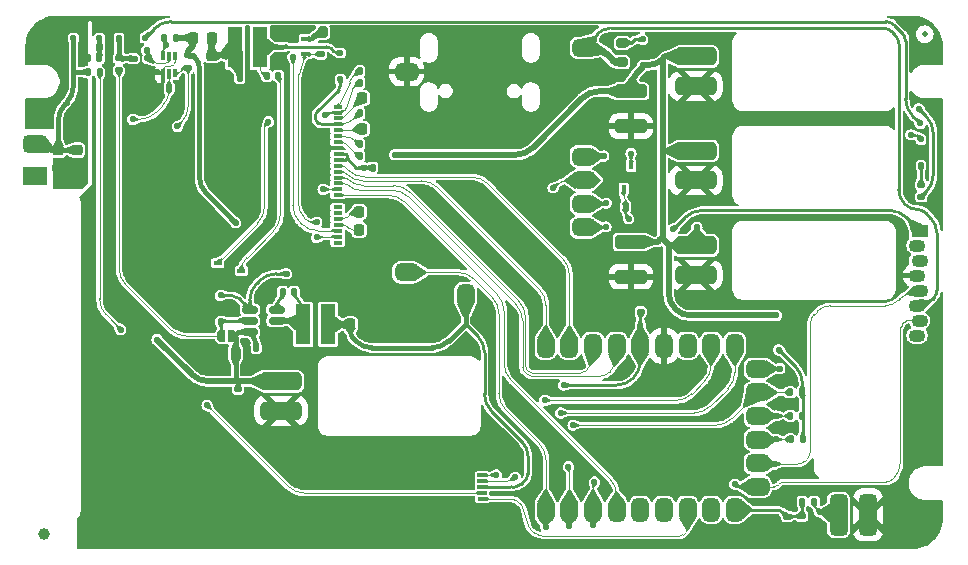
<source format=gbr>
%TF.GenerationSoftware,KiCad,Pcbnew,8.0.0-rc2-74-g5f063dd458*%
%TF.CreationDate,2024-01-29T02:36:54+02:00*%
%TF.ProjectId,SamoBase,53616d6f-4261-4736-952e-6b696361645f,rev?*%
%TF.SameCoordinates,Original*%
%TF.FileFunction,Copper,L1,Top*%
%TF.FilePolarity,Positive*%
%FSLAX46Y46*%
G04 Gerber Fmt 4.6, Leading zero omitted, Abs format (unit mm)*
G04 Created by KiCad (PCBNEW 8.0.0-rc2-74-g5f063dd458) date 2024-01-29 02:36:54*
%MOMM*%
%LPD*%
G01*
G04 APERTURE LIST*
G04 Aperture macros list*
%AMRoundRect*
0 Rectangle with rounded corners*
0 $1 Rounding radius*
0 $2 $3 $4 $5 $6 $7 $8 $9 X,Y pos of 4 corners*
0 Add a 4 corners polygon primitive as box body*
4,1,4,$2,$3,$4,$5,$6,$7,$8,$9,$2,$3,0*
0 Add four circle primitives for the rounded corners*
1,1,$1+$1,$2,$3*
1,1,$1+$1,$4,$5*
1,1,$1+$1,$6,$7*
1,1,$1+$1,$8,$9*
0 Add four rect primitives between the rounded corners*
20,1,$1+$1,$2,$3,$4,$5,0*
20,1,$1+$1,$4,$5,$6,$7,0*
20,1,$1+$1,$6,$7,$8,$9,0*
20,1,$1+$1,$8,$9,$2,$3,0*%
%AMRotRect*
0 Rectangle, with rotation*
0 The origin of the aperture is its center*
0 $1 length*
0 $2 width*
0 $3 Rotation angle, in degrees counterclockwise*
0 Add horizontal line*
21,1,$1,$2,0,0,$3*%
%AMFreePoly0*
4,1,17,0.500000,-0.500000,0.100000,-0.500000,0.100000,-0.495442,0.097906,-0.495442,0.000000,-0.459808,-0.079813,-0.392836,-0.131908,-0.302606,-0.150000,-0.200000,-0.150000,0.200000,-0.131908,0.302606,-0.079813,0.392836,0.000000,0.459808,0.097906,0.495442,0.100000,0.495442,0.100000,0.500000,0.500000,0.500000,0.500000,-0.500000,0.500000,-0.500000,$1*%
G04 Aperture macros list end*
%TA.AperFunction,SMDPad,CuDef*%
%ADD10RoundRect,0.200000X0.275000X-0.200000X0.275000X0.200000X-0.275000X0.200000X-0.275000X-0.200000X0*%
%TD*%
%TA.AperFunction,SMDPad,CuDef*%
%ADD11RoundRect,0.125000X0.125000X-0.125000X0.125000X0.125000X-0.125000X0.125000X-0.125000X-0.125000X0*%
%TD*%
%TA.AperFunction,SMDPad,CuDef*%
%ADD12R,0.340000X0.700000*%
%TD*%
%TA.AperFunction,SMDPad,CuDef*%
%ADD13RoundRect,0.225000X0.225000X0.250000X-0.225000X0.250000X-0.225000X-0.250000X0.225000X-0.250000X0*%
%TD*%
%TA.AperFunction,SMDPad,CuDef*%
%ADD14RoundRect,0.135000X0.135000X0.185000X-0.135000X0.185000X-0.135000X-0.185000X0.135000X-0.185000X0*%
%TD*%
%TA.AperFunction,SMDPad,CuDef*%
%ADD15RoundRect,0.500000X-0.250000X0.500000X-0.250000X-0.500000X0.250000X-0.500000X0.250000X0.500000X0*%
%TD*%
%TA.AperFunction,SMDPad,CuDef*%
%ADD16RoundRect,0.500000X-0.500000X-0.250000X0.500000X-0.250000X0.500000X0.250000X-0.500000X0.250000X0*%
%TD*%
%TA.AperFunction,SMDPad,CuDef*%
%ADD17RoundRect,0.500000X0.250000X-0.500000X0.250000X0.500000X-0.250000X0.500000X-0.250000X-0.500000X0*%
%TD*%
%TA.AperFunction,SMDPad,CuDef*%
%ADD18R,2.400000X3.500000*%
%TD*%
%TA.AperFunction,SMDPad,CuDef*%
%ADD19RoundRect,0.140000X0.140000X0.170000X-0.140000X0.170000X-0.140000X-0.170000X0.140000X-0.170000X0*%
%TD*%
%TA.AperFunction,SMDPad,CuDef*%
%ADD20RoundRect,0.135000X0.185000X-0.135000X0.185000X0.135000X-0.185000X0.135000X-0.185000X-0.135000X0*%
%TD*%
%TA.AperFunction,SMDPad,CuDef*%
%ADD21RoundRect,0.381000X-1.369000X-0.381000X1.369000X-0.381000X1.369000X0.381000X-1.369000X0.381000X0*%
%TD*%
%TA.AperFunction,SMDPad,CuDef*%
%ADD22RoundRect,0.218750X0.218750X0.256250X-0.218750X0.256250X-0.218750X-0.256250X0.218750X-0.256250X0*%
%TD*%
%TA.AperFunction,SMDPad,CuDef*%
%ADD23RoundRect,0.135000X-0.185000X0.135000X-0.185000X-0.135000X0.185000X-0.135000X0.185000X0.135000X0*%
%TD*%
%TA.AperFunction,SMDPad,CuDef*%
%ADD24RoundRect,0.135000X-0.135000X-0.185000X0.135000X-0.185000X0.135000X0.185000X-0.135000X0.185000X0*%
%TD*%
%TA.AperFunction,SMDPad,CuDef*%
%ADD25FreePoly0,0.000000*%
%TD*%
%TA.AperFunction,SMDPad,CuDef*%
%ADD26FreePoly0,180.000000*%
%TD*%
%TA.AperFunction,SMDPad,CuDef*%
%ADD27RoundRect,0.140000X-0.170000X0.140000X-0.170000X-0.140000X0.170000X-0.140000X0.170000X0.140000X0*%
%TD*%
%TA.AperFunction,SMDPad,CuDef*%
%ADD28RoundRect,0.250000X1.100000X-0.325000X1.100000X0.325000X-1.100000X0.325000X-1.100000X-0.325000X0*%
%TD*%
%TA.AperFunction,SMDPad,CuDef*%
%ADD29RoundRect,0.140000X-0.140000X-0.170000X0.140000X-0.170000X0.140000X0.170000X-0.140000X0.170000X0*%
%TD*%
%TA.AperFunction,SMDPad,CuDef*%
%ADD30RotRect,0.300000X0.800000X271.710000*%
%TD*%
%TA.AperFunction,SMDPad,CuDef*%
%ADD31RotRect,1.800000X1.850000X271.710000*%
%TD*%
%TA.AperFunction,SMDPad,CuDef*%
%ADD32RoundRect,0.375000X-0.625000X-0.375000X0.625000X-0.375000X0.625000X0.375000X-0.625000X0.375000X0*%
%TD*%
%TA.AperFunction,SMDPad,CuDef*%
%ADD33RoundRect,0.225000X-0.250000X0.225000X-0.250000X-0.225000X0.250000X-0.225000X0.250000X0.225000X0*%
%TD*%
%TA.AperFunction,SMDPad,CuDef*%
%ADD34RoundRect,0.200000X-0.200000X-0.275000X0.200000X-0.275000X0.200000X0.275000X-0.200000X0.275000X0*%
%TD*%
%TA.AperFunction,SMDPad,CuDef*%
%ADD35RoundRect,0.225000X-0.225000X-0.250000X0.225000X-0.250000X0.225000X0.250000X-0.225000X0.250000X0*%
%TD*%
%TA.AperFunction,SMDPad,CuDef*%
%ADD36R,0.800000X0.300000*%
%TD*%
%TA.AperFunction,SMDPad,CuDef*%
%ADD37R,0.800000X0.400000*%
%TD*%
%TA.AperFunction,SMDPad,CuDef*%
%ADD38R,1.850000X1.800000*%
%TD*%
%TA.AperFunction,SMDPad,CuDef*%
%ADD39R,0.700000X0.450000*%
%TD*%
%TA.AperFunction,SMDPad,CuDef*%
%ADD40RoundRect,0.225000X0.250000X-0.225000X0.250000X0.225000X-0.250000X0.225000X-0.250000X-0.225000X0*%
%TD*%
%TA.AperFunction,SMDPad,CuDef*%
%ADD41C,1.000000*%
%TD*%
%TA.AperFunction,SMDPad,CuDef*%
%ADD42RoundRect,0.381000X0.381000X-1.369000X0.381000X1.369000X-0.381000X1.369000X-0.381000X-1.369000X0*%
%TD*%
%TA.AperFunction,SMDPad,CuDef*%
%ADD43C,0.500000*%
%TD*%
%TA.AperFunction,SMDPad,CuDef*%
%ADD44RoundRect,0.150000X-0.512500X-0.150000X0.512500X-0.150000X0.512500X0.150000X-0.512500X0.150000X0*%
%TD*%
%TA.AperFunction,SMDPad,CuDef*%
%ADD45RoundRect,0.500000X0.500000X0.250000X-0.500000X0.250000X-0.500000X-0.250000X0.500000X-0.250000X0*%
%TD*%
%TA.AperFunction,SMDPad,CuDef*%
%ADD46R,1.300000X3.400000*%
%TD*%
%TA.AperFunction,ComponentPad*%
%ADD47R,1.400000X1.100000*%
%TD*%
%TA.AperFunction,ComponentPad*%
%ADD48O,1.400000X1.100000*%
%TD*%
%TA.AperFunction,SMDPad,CuDef*%
%ADD49RoundRect,0.125000X0.125000X0.125000X-0.125000X0.125000X-0.125000X-0.125000X0.125000X-0.125000X0*%
%TD*%
%TA.AperFunction,SMDPad,CuDef*%
%ADD50R,0.450000X0.700000*%
%TD*%
%TA.AperFunction,SMDPad,CuDef*%
%ADD51R,2.000000X1.500000*%
%TD*%
%TA.AperFunction,SMDPad,CuDef*%
%ADD52RoundRect,0.140000X0.170000X-0.140000X0.170000X0.140000X-0.170000X0.140000X-0.170000X-0.140000X0*%
%TD*%
%TA.AperFunction,ViaPad*%
%ADD53C,0.550000*%
%TD*%
%TA.AperFunction,Conductor*%
%ADD54C,0.125000*%
%TD*%
%TA.AperFunction,Conductor*%
%ADD55C,0.250000*%
%TD*%
%TA.AperFunction,Conductor*%
%ADD56C,0.500000*%
%TD*%
%TA.AperFunction,Conductor*%
%ADD57C,0.400000*%
%TD*%
%TA.AperFunction,Conductor*%
%ADD58C,0.600000*%
%TD*%
G04 APERTURE END LIST*
D10*
%TO.P,R15,1*%
%TO.N,/USB_P*%
X100930000Y-61375000D03*
%TO.P,R15,2*%
%TO.N,Net-(D9-A)*%
X100930000Y-59725000D03*
%TD*%
D11*
%TO.P,D6,1,K*%
%TO.N,Net-(D6-K)*%
X126250000Y-70100000D03*
%TO.P,D6,2,A*%
%TO.N,Net-(D6-A)*%
X126250000Y-67900000D03*
%TD*%
D12*
%TO.P,Q3,1,S*%
%TO.N,GND*%
X62080000Y-62300000D03*
%TO.P,Q3,2,G*%
%TO.N,/RES_D*%
X62580000Y-62300000D03*
%TO.P,Q3,3,D*%
%TO.N,/T_RES*%
X63080000Y-62300000D03*
%TO.P,Q3,4,S*%
%TO.N,GND*%
X63080000Y-60800000D03*
%TO.P,Q3,5,G*%
%TO.N,/RES_TC*%
X62580000Y-60800000D03*
%TO.P,Q3,6,D*%
%TO.N,/E_RES*%
X62080000Y-60800000D03*
%TD*%
D11*
%TO.P,D9,1,K*%
%TO.N,/HV*%
X102657500Y-61627500D03*
%TO.P,D9,2,A*%
%TO.N,Net-(D9-A)*%
X102657500Y-59427500D03*
%TD*%
D13*
%TO.P,C24,1*%
%TO.N,GND*%
X80475000Y-67000000D03*
%TO.P,C24,2*%
%TO.N,Net-(J4-Pin_20)*%
X78925000Y-67000000D03*
%TD*%
D14*
%TO.P,R6,1*%
%TO.N,+3.3*%
X116210000Y-93300000D03*
%TO.P,R6,2*%
%TO.N,/MCU_OK*%
X115190000Y-93300000D03*
%TD*%
D15*
%TO.P,U2,1,RES*%
%TO.N,/RES*%
X94467500Y-99270000D03*
%TO.P,U2,2,TX*%
%TO.N,/TX*%
X96467500Y-99270000D03*
%TO.P,U2,3,RX*%
%TO.N,/RX*%
X98467500Y-99270000D03*
%TO.P,U2,4,BUSY*%
%TO.N,/BUSY*%
X100467500Y-99270000D03*
%TO.P,U2,5,PIITH*%
%TO.N,unconnected-(U2-PIITH-Pad5)*%
X102467500Y-99270000D03*
%TO.P,U2,6,AXAK*%
%TO.N,unconnected-(U2-AXAK-Pad6)*%
X104467500Y-99270000D03*
%TO.P,U2,7,INT*%
%TO.N,/INT*%
X106467500Y-99270000D03*
%TO.P,U2,8,YIHTA*%
%TO.N,unconnected-(U2-YIHTA-Pad8)*%
X108467500Y-99270000D03*
%TO.P,U2,9,V_CK*%
%TO.N,/V_CHK*%
X110467500Y-99270001D03*
D16*
%TO.P,U2,10,SWDCK*%
%TO.N,/SWDCK*%
X112417500Y-97320000D03*
%TO.P,U2,11,SWDIO*%
%TO.N,/SWDIO*%
X112417500Y-95320000D03*
%TO.P,U2,12,M_OK*%
%TO.N,/MCU_OK*%
X112417500Y-93320000D03*
%TO.P,U2,13,SCL*%
%TO.N,/SCL*%
X112417500Y-91320000D03*
%TO.P,U2,14,SDA*%
%TO.N,/SDA*%
X112417500Y-89320000D03*
%TO.P,U2,15,IN_DT*%
%TO.N,/IN_DT*%
X112417501Y-87320000D03*
D17*
%TO.P,U2,16,RS_D*%
%TO.N,/RES_D*%
X110467500Y-85370000D03*
%TO.P,U2,17,RS_T*%
%TO.N,/RES_TC*%
X108467500Y-85370000D03*
%TO.P,U2,18,KUYA*%
%TO.N,unconnected-(U2-KUYA-Pad18)*%
X106467500Y-85370000D03*
%TO.P,U2,19,GND*%
%TO.N,GND*%
X104467500Y-85370000D03*
%TO.P,U2,20,VCC*%
%TO.N,+3.3*%
X102467500Y-85370000D03*
%TO.P,U2,21,D/C*%
%TO.N,/D{slash}C*%
X100467499Y-85370000D03*
%TO.P,U2,22,CS*%
%TO.N,/CS*%
X98467500Y-85370000D03*
%TO.P,U2,23,MOSI*%
%TO.N,/SDI*%
X96467500Y-85370000D03*
%TO.P,U2,24,SCK*%
%TO.N,/SCK*%
X94467500Y-85370000D03*
%TD*%
D18*
%TO.P,J2,1,Pin_1*%
%TO.N,GND*%
X60930000Y-93800000D03*
%TD*%
D19*
%TO.P,C18,1*%
%TO.N,Net-(C18-Pad1)*%
X71820000Y-62510000D03*
%TO.P,C18,2*%
%TO.N,Net-(D8-A)*%
X70860000Y-62510000D03*
%TD*%
D20*
%TO.P,R12,1*%
%TO.N,/T_RES*%
X64190000Y-61810000D03*
%TO.P,R12,2*%
%TO.N,+3.3*%
X64190000Y-60790000D03*
%TD*%
D21*
%TO.P,C15,1*%
%TO.N,/HV*%
X72055000Y-88375000D03*
%TO.P,C15,2*%
%TO.N,GND*%
X72055000Y-90875000D03*
%TD*%
D22*
%TO.P,FB1,1*%
%TO.N,Net-(C16-Pad2)*%
X66175000Y-59300000D03*
%TO.P,FB1,2*%
%TO.N,+3.3*%
X64600000Y-59300000D03*
%TD*%
D23*
%TO.P,R2,1*%
%TO.N,/V_CHK*%
X116180000Y-99800000D03*
%TO.P,R2,2*%
%TO.N,GND*%
X116180000Y-100820000D03*
%TD*%
D11*
%TO.P,D5,1,K*%
%TO.N,Net-(D5-K)*%
X66930000Y-83300000D03*
%TO.P,D5,2,A*%
%TO.N,+3.3*%
X66930000Y-81100000D03*
%TD*%
D24*
%TO.P,R10,1*%
%TO.N,/E_RES*%
X62170000Y-59300000D03*
%TO.P,R10,2*%
%TO.N,+3.3*%
X63190000Y-59300000D03*
%TD*%
D25*
%TO.P,JP1,1,A*%
%TO.N,Net-(D5-K)*%
X66830000Y-84550000D03*
D26*
%TO.P,JP1,2,B*%
%TO.N,/HV*%
X68030000Y-84550000D03*
%TD*%
D19*
%TO.P,C7,1*%
%TO.N,Net-(U1-SW)*%
X73140000Y-80800000D03*
%TO.P,C7,2*%
%TO.N,Net-(U1-BST)*%
X72180000Y-80800000D03*
%TD*%
D27*
%TO.P,C3,1*%
%TO.N,/V_CHK*%
X114910000Y-99830000D03*
%TO.P,C3,2*%
%TO.N,GND*%
X114910000Y-100790000D03*
%TD*%
%TO.P,C9,1*%
%TO.N,/HV*%
X68410000Y-89070000D03*
%TO.P,C9,2*%
%TO.N,GND*%
X68410000Y-90030000D03*
%TD*%
D14*
%TO.P,R1,1*%
%TO.N,/HV*%
X117200000Y-98570000D03*
%TO.P,R1,2*%
%TO.N,/V_CHK*%
X116180000Y-98570000D03*
%TD*%
D19*
%TO.P,C23,1*%
%TO.N,GND*%
X79680000Y-69300000D03*
%TO.P,C23,2*%
%TO.N,Net-(J4-Pin_18)*%
X78720000Y-69300000D03*
%TD*%
%TO.P,C17,1*%
%TO.N,Net-(C16-Pad2)*%
X68560000Y-62700000D03*
%TO.P,C17,2*%
%TO.N,GND*%
X67600000Y-62700000D03*
%TD*%
D28*
%TO.P,C31,1*%
%TO.N,GND*%
X101680000Y-66775000D03*
%TO.P,C31,2*%
%TO.N,/HV*%
X101680000Y-63825000D03*
%TD*%
D23*
%TO.P,R3,1*%
%TO.N,Net-(D2-A)*%
X58330000Y-61040000D03*
%TO.P,R3,2*%
%TO.N,Net-(D5-K)*%
X58330000Y-62060000D03*
%TD*%
D20*
%TO.P,R11,1*%
%TO.N,GND*%
X60830000Y-62060000D03*
%TO.P,R11,2*%
%TO.N,/RES_TC*%
X60830000Y-61040000D03*
%TD*%
D29*
%TO.P,C6,1*%
%TO.N,/HV*%
X69950000Y-85550000D03*
%TO.P,C6,2*%
%TO.N,GND*%
X70910000Y-85550000D03*
%TD*%
D19*
%TO.P,C22,1*%
%TO.N,GND*%
X80760000Y-70300000D03*
%TO.P,C22,2*%
%TO.N,+3.3*%
X79800000Y-70300000D03*
%TD*%
D21*
%TO.P,C12,1*%
%TO.N,/HV*%
X107180000Y-68875000D03*
%TO.P,C12,2*%
%TO.N,GND*%
X107180000Y-71375000D03*
%TD*%
D30*
%TO.P,J5,1,Pin_1*%
%TO.N,GND*%
X89126655Y-98836928D03*
%TO.P,J5,2,Pin_2*%
%TO.N,/INT*%
X89111735Y-98337151D03*
%TO.P,J5,3,Pin_3*%
%TO.N,/T_RES*%
X89096814Y-97837374D03*
%TO.P,J5,4,Pin_4*%
%TO.N,+3.3*%
X89081894Y-97337596D03*
%TO.P,J5,5,Pin_5*%
%TO.N,/SCL*%
X89066974Y-96837819D03*
%TO.P,J5,6,Pin_6*%
%TO.N,/SDA*%
X89052053Y-96338042D03*
D31*
%TO.P,J5,S2,S*%
%TO.N,GND*%
X87052193Y-94696988D03*
X87228253Y-100594361D03*
%TD*%
D32*
%TO.P,J1,1,Pin_1*%
%TO.N,Net-(D1-A)*%
X51250000Y-68280000D03*
%TD*%
D19*
%TO.P,C27,1*%
%TO.N,GND*%
X79680000Y-68300000D03*
%TO.P,C27,2*%
%TO.N,Net-(J4-Pin_19)*%
X78720000Y-68300000D03*
%TD*%
D14*
%TO.P,R14,1*%
%TO.N,+3.3*%
X116200000Y-91300000D03*
%TO.P,R14,2*%
%TO.N,/SCL*%
X115180000Y-91300000D03*
%TD*%
D33*
%TO.P,C2,1*%
%TO.N,Net-(D1-A)*%
X54800000Y-68800000D03*
%TO.P,C2,2*%
%TO.N,GND*%
X54800000Y-70350000D03*
%TD*%
D34*
%TO.P,R9,1*%
%TO.N,/RESE*%
X75575000Y-58800000D03*
%TO.P,R9,2*%
%TO.N,GND*%
X77225000Y-58800000D03*
%TD*%
D35*
%TO.P,C4,1*%
%TO.N,GND*%
X66655000Y-86050000D03*
%TO.P,C4,2*%
%TO.N,/HV*%
X68205000Y-86050000D03*
%TD*%
D36*
%TO.P,J4,1,Pin_1*%
%TO.N,unconnected-(J4-Pin_1-Pad1)*%
X76840000Y-76625000D03*
%TO.P,J4,2,Pin_2*%
%TO.N,/GDR*%
X76840000Y-76125000D03*
%TO.P,J4,3,Pin_3*%
%TO.N,/RESE*%
X76840000Y-75625000D03*
%TO.P,J4,4,Pin_4*%
%TO.N,Net-(J4-Pin_4)*%
X76840000Y-75125000D03*
%TO.P,J4,5,Pin_5*%
%TO.N,Net-(J4-Pin_5)*%
X76840000Y-74625000D03*
%TO.P,J4,6,Pin_6*%
%TO.N,unconnected-(J4-Pin_6-Pad6)*%
X76840000Y-74125000D03*
%TO.P,J4,7,Pin_7*%
%TO.N,unconnected-(J4-Pin_7-Pad7)*%
X76840000Y-73625000D03*
%TO.P,J4,8,Pin_8*%
%TO.N,GND*%
X76840000Y-73125000D03*
%TO.P,J4,9,Pin_9*%
%TO.N,/BUSY*%
X76840000Y-72625000D03*
%TO.P,J4,10,Pin_10*%
%TO.N,/E_RES*%
X76840000Y-72125000D03*
%TO.P,J4,11,Pin_11*%
%TO.N,/D{slash}C*%
X76840000Y-71625000D03*
%TO.P,J4,12,Pin_12*%
%TO.N,/CS*%
X76840000Y-71125000D03*
%TO.P,J4,13,Pin_13*%
%TO.N,/SCK*%
X76840000Y-70625000D03*
%TO.P,J4,14,Pin_14*%
%TO.N,/SDI*%
X76840000Y-70125000D03*
%TO.P,J4,15,Pin_15*%
%TO.N,+3.3*%
X76840000Y-69625000D03*
%TO.P,J4,16,Pin_16*%
X76840000Y-69125000D03*
%TO.P,J4,17,Pin_17*%
%TO.N,GND*%
X76840000Y-68625000D03*
%TO.P,J4,18,Pin_18*%
%TO.N,Net-(J4-Pin_18)*%
X76840000Y-68125000D03*
%TO.P,J4,19,Pin_19*%
%TO.N,Net-(J4-Pin_19)*%
X76840000Y-67625000D03*
%TO.P,J4,20,Pin_20*%
%TO.N,Net-(J4-Pin_20)*%
X76840000Y-67125000D03*
%TO.P,J4,21,Pin_21*%
%TO.N,/PREVGH*%
X76840000Y-66625000D03*
%TO.P,J4,22,Pin_22*%
%TO.N,Net-(J4-Pin_22)*%
X76840000Y-66125000D03*
%TO.P,J4,23,Pin_23*%
%TO.N,/PREVGL*%
X76840000Y-65625000D03*
%TO.P,J4,24,Pin_24*%
%TO.N,/VCOM*%
X76840000Y-65125000D03*
D37*
%TO.P,J4,S1*%
%TO.N,GND*%
X74340000Y-64125000D03*
D38*
%TO.P,J4,S2,S*%
X74865000Y-63430000D03*
D37*
X74340000Y-77625000D03*
D38*
X74865000Y-78330000D03*
%TD*%
D21*
%TO.P,C13,1*%
%TO.N,/HV*%
X107180000Y-76875000D03*
%TO.P,C13,2*%
%TO.N,GND*%
X107180000Y-79375000D03*
%TD*%
D39*
%TO.P,D7,1*%
%TO.N,/PREVGL*%
X66700000Y-78350000D03*
%TO.P,D7,2*%
%TO.N,GND*%
X66700000Y-79650000D03*
%TO.P,D7,3*%
%TO.N,Net-(C18-Pad1)*%
X68700000Y-79000000D03*
%TD*%
D40*
%TO.P,C16,1*%
%TO.N,GND*%
X66200000Y-62350000D03*
%TO.P,C16,2*%
%TO.N,Net-(C16-Pad2)*%
X66200000Y-60800000D03*
%TD*%
D41*
%TO.P,FID1,*%
%TO.N,*%
X52000000Y-101300000D03*
%TD*%
D20*
%TO.P,R5,1*%
%TO.N,Net-(D3-A2)*%
X126250000Y-72760000D03*
%TO.P,R5,2*%
%TO.N,Net-(D6-K)*%
X126250000Y-71740000D03*
%TD*%
D18*
%TO.P,J3,1,Pin_1*%
%TO.N,GND*%
X60930000Y-98300000D03*
%TD*%
D19*
%TO.P,C5,1*%
%TO.N,/HV*%
X56670000Y-61020000D03*
%TO.P,C5,2*%
%TO.N,GND*%
X55710000Y-61020000D03*
%TD*%
D23*
%TO.P,R7,1*%
%TO.N,/GDR*%
X75400000Y-60690000D03*
%TO.P,R7,2*%
%TO.N,GND*%
X75400000Y-61710000D03*
%TD*%
D42*
%TO.P,C14,1*%
%TO.N,/HV*%
X119255000Y-99675000D03*
%TO.P,C14,2*%
%TO.N,GND*%
X121755000Y-99675000D03*
%TD*%
D39*
%TO.P,Q2,1,G*%
%TO.N,/GDR*%
X74100000Y-60700000D03*
%TO.P,Q2,2,S*%
%TO.N,/RESE*%
X74100000Y-59400000D03*
%TO.P,Q2,3,D*%
%TO.N,Net-(D8-A)*%
X72100000Y-60050000D03*
%TD*%
D11*
%TO.P,D8,1,K*%
%TO.N,/PREVGH*%
X77077500Y-62777500D03*
%TO.P,D8,2,A*%
%TO.N,Net-(D8-A)*%
X77077500Y-60577500D03*
%TD*%
D23*
%TO.P,R4,1*%
%TO.N,Net-(D2-A)*%
X59580000Y-61050000D03*
%TO.P,R4,2*%
%TO.N,GND*%
X59580000Y-62070000D03*
%TD*%
D43*
%TO.P,FID4,*%
%TO.N,*%
X126555000Y-59000000D03*
%TD*%
D44*
%TO.P,U1,1,FB*%
%TO.N,+3.3*%
X69405000Y-82300000D03*
%TO.P,U1,2,EN*%
%TO.N,Net-(D5-K)*%
X69405000Y-83250000D03*
%TO.P,U1,3,IN*%
%TO.N,/HV*%
X69405000Y-84200000D03*
%TO.P,U1,4,GND*%
%TO.N,GND*%
X71680000Y-84200000D03*
%TO.P,U1,5,SW*%
%TO.N,Net-(U1-SW)*%
X71680000Y-83250000D03*
%TO.P,U1,6,BST*%
%TO.N,Net-(U1-BST)*%
X71680000Y-82300000D03*
%TD*%
D45*
%TO.P,U3,1,GND*%
%TO.N,GND*%
X82680000Y-62150000D03*
%TO.P,U3,2,RST*%
%TO.N,/RES*%
X82680000Y-79150000D03*
D15*
%TO.P,U3,3,TPWR*%
%TO.N,+3.3*%
X87680000Y-81150000D03*
D16*
%TO.P,U3,4,SWCLK*%
%TO.N,/SWDCK*%
X97680000Y-75350000D03*
%TO.P,U3,5,SWDIO*%
%TO.N,/SWDIO*%
X97680000Y-73350000D03*
%TO.P,U3,6,TXD*%
%TO.N,/TX*%
X97680000Y-71350000D03*
%TO.P,U3,7,RXD*%
%TO.N,/RX*%
X97680000Y-69350000D03*
%TO.P,U3,8,USB_P*%
%TO.N,/USB_P*%
X97680000Y-60150000D03*
%TD*%
D29*
%TO.P,C19,1*%
%TO.N,/PREVGL*%
X78720000Y-63100000D03*
%TO.P,C19,2*%
%TO.N,GND*%
X79680000Y-63100000D03*
%TD*%
D19*
%TO.P,C26,1*%
%TO.N,GND*%
X79680000Y-62100000D03*
%TO.P,C26,2*%
%TO.N,/VCOM*%
X78720000Y-62100000D03*
%TD*%
D13*
%TO.P,C28,1*%
%TO.N,GND*%
X80205000Y-74050000D03*
%TO.P,C28,2*%
%TO.N,Net-(J4-Pin_5)*%
X78655000Y-74050000D03*
%TD*%
D46*
%TO.P,L2,1,1*%
%TO.N,Net-(C16-Pad2)*%
X68150000Y-60100000D03*
%TO.P,L2,2,2*%
%TO.N,Net-(D8-A)*%
X70250000Y-60100000D03*
%TD*%
D33*
%TO.P,C1,1*%
%TO.N,Net-(D1-A)*%
X53200000Y-68800000D03*
%TO.P,C1,2*%
%TO.N,GND*%
X53200000Y-70350000D03*
%TD*%
D19*
%TO.P,C8,1*%
%TO.N,GND*%
X102180000Y-73600000D03*
%TO.P,C8,2*%
%TO.N,/MCU_OK*%
X101220000Y-73600000D03*
%TD*%
D47*
%TO.P,J6,1,Pin_1*%
%TO.N,+3.3*%
X126125000Y-75625001D03*
D48*
%TO.P,J6,2,Pin_2*%
%TO.N,/RX*%
X125900000Y-76880001D03*
%TO.P,J6,3,Pin_3*%
%TO.N,/TX*%
X126125000Y-78165001D03*
%TO.P,J6,4,Pin_4*%
%TO.N,GND*%
X125900000Y-79420001D03*
%TO.P,J6,5,Pin_5*%
%TO.N,/SWDIO*%
X126125000Y-80705001D03*
%TO.P,J6,6,Pin_6*%
%TO.N,/USB_P*%
X125900000Y-81960001D03*
%TO.P,J6,7,Pin_7*%
%TO.N,/SWDCK*%
X126125000Y-83245001D03*
%TO.P,J6,8,Pin_8*%
%TO.N,/RES*%
X125900000Y-84500001D03*
%TD*%
D13*
%TO.P,C11,1*%
%TO.N,GND*%
X79480000Y-83550000D03*
%TO.P,C11,2*%
%TO.N,+3.3*%
X77930000Y-83550000D03*
%TD*%
D14*
%TO.P,R13,1*%
%TO.N,+3.3*%
X116200000Y-89310000D03*
%TO.P,R13,2*%
%TO.N,/SDA*%
X115180000Y-89310000D03*
%TD*%
D29*
%TO.P,C20,1*%
%TO.N,/PREVGH*%
X78720000Y-65700000D03*
%TO.P,C20,2*%
%TO.N,GND*%
X79680000Y-65700000D03*
%TD*%
D49*
%TO.P,D2,1,K*%
%TO.N,Net-(D2-K)*%
X60530000Y-59300000D03*
%TO.P,D2,2,A*%
%TO.N,Net-(D2-A)*%
X58330000Y-59300000D03*
%TD*%
D50*
%TO.P,Q1,1,G*%
%TO.N,/MCU_OK*%
X101050000Y-72100000D03*
%TO.P,Q1,2,S*%
%TO.N,GND*%
X102350000Y-72100000D03*
%TO.P,Q1,3,D*%
%TO.N,Net-(D6-A)*%
X101700000Y-70100000D03*
%TD*%
D13*
%TO.P,C25,1*%
%TO.N,GND*%
X80475000Y-64400000D03*
%TO.P,C25,2*%
%TO.N,Net-(J4-Pin_22)*%
X78925000Y-64400000D03*
%TD*%
D51*
%TO.P,J2,1,Pin_1*%
%TO.N,GND*%
X51250000Y-71030000D03*
%TD*%
D52*
%TO.P,C29,1*%
%TO.N,+3.3*%
X102500000Y-82480000D03*
%TO.P,C29,2*%
%TO.N,GND*%
X102500000Y-81520000D03*
%TD*%
D24*
%TO.P,R16,1*%
%TO.N,Net-(D1-A)*%
X55670000Y-62200000D03*
%TO.P,R16,2*%
%TO.N,/IN_DT*%
X56690000Y-62200000D03*
%TD*%
D28*
%TO.P,C30,1*%
%TO.N,GND*%
X101680000Y-79525000D03*
%TO.P,C30,2*%
%TO.N,/HV*%
X101680000Y-76575000D03*
%TD*%
D13*
%TO.P,C21,1*%
%TO.N,GND*%
X80205000Y-75550000D03*
%TO.P,C21,2*%
%TO.N,Net-(J4-Pin_4)*%
X78655000Y-75550000D03*
%TD*%
D24*
%TO.P,R8,1*%
%TO.N,GND*%
X61570000Y-63550000D03*
%TO.P,R8,2*%
%TO.N,/RES_D*%
X62590000Y-63550000D03*
%TD*%
D49*
%TO.P,D1,1,K*%
%TO.N,/HV*%
X56680000Y-59300000D03*
%TO.P,D1,2,A*%
%TO.N,Net-(D1-A)*%
X54480000Y-59300000D03*
%TD*%
D21*
%TO.P,C10,1*%
%TO.N,/HV*%
X107180000Y-60875000D03*
%TO.P,C10,2*%
%TO.N,GND*%
X107180000Y-63375000D03*
%TD*%
D46*
%TO.P,L1,1,1*%
%TO.N,Net-(U1-SW)*%
X73930000Y-83550000D03*
%TO.P,L1,2,2*%
%TO.N,+3.3*%
X76030000Y-83550000D03*
%TD*%
D53*
%TO.N,/IN_DT*%
X58480000Y-84000000D03*
X114280000Y-87300000D03*
%TO.N,GND*%
X71330000Y-68190000D03*
X57249998Y-86529999D03*
X125374998Y-58004999D03*
X116575000Y-82000000D03*
X55349998Y-101129999D03*
X66574998Y-65379999D03*
X127400000Y-82450000D03*
X57449998Y-60529999D03*
X68274998Y-72804999D03*
X115790000Y-83020000D03*
X80880000Y-100850000D03*
X88900000Y-74160000D03*
X81130000Y-84550000D03*
X126050000Y-86125000D03*
X109780000Y-70990000D03*
X107899998Y-94304999D03*
X57649998Y-98429999D03*
X71320000Y-70160000D03*
X93200000Y-99340000D03*
X89170000Y-101770000D03*
X85999998Y-79904999D03*
X58749998Y-81829999D03*
X58724998Y-83054999D03*
X109860000Y-62420000D03*
X73149998Y-93629999D03*
X62949998Y-85029999D03*
X106825000Y-59375000D03*
X117125000Y-97500000D03*
X67830000Y-78210000D03*
X99775000Y-62500000D03*
X59890000Y-65000000D03*
X74865002Y-78329999D03*
X60080000Y-86430000D03*
X55649998Y-79729999D03*
X80524998Y-60954999D03*
X78710000Y-77890000D03*
X93574998Y-83204999D03*
X70490000Y-96710000D03*
X123599998Y-101829999D03*
X71300000Y-79960000D03*
X52449998Y-60929999D03*
X72200000Y-85470000D03*
X92690000Y-78030000D03*
X72060000Y-86750000D03*
X103500000Y-70500000D03*
X117375000Y-100150000D03*
X69730000Y-62680000D03*
X78680000Y-93580000D03*
X120324998Y-97529999D03*
X66549998Y-92029999D03*
X74710000Y-87590000D03*
X68640000Y-80230000D03*
X127249998Y-65154999D03*
X53749998Y-62929999D03*
X105825000Y-97225000D03*
X91460000Y-71790000D03*
X91770000Y-90100000D03*
X64980000Y-76320000D03*
X78060000Y-96750000D03*
X73200000Y-78510000D03*
X60050000Y-70060000D03*
X87240000Y-98790000D03*
X91599998Y-87279999D03*
X77540000Y-85560000D03*
X58899998Y-68754999D03*
X51649998Y-65729999D03*
X67730000Y-101490000D03*
X78610000Y-81470000D03*
X86450000Y-71870000D03*
X52469998Y-66729999D03*
X74249998Y-62129999D03*
X57430000Y-81870000D03*
X73730000Y-96750000D03*
X52049998Y-59229999D03*
X83899998Y-93629999D03*
X93549998Y-86854999D03*
X116824998Y-96304999D03*
X74540000Y-71050000D03*
X89899998Y-89754999D03*
X109980000Y-90670000D03*
X54019998Y-70349999D03*
X104490000Y-93760000D03*
X127674998Y-72404999D03*
X115030000Y-82120000D03*
X71970000Y-100940000D03*
X96699998Y-86929999D03*
X107900000Y-89730000D03*
X50769998Y-64749997D03*
X62549998Y-79229999D03*
X76810000Y-77430000D03*
X110090000Y-81870000D03*
X53949998Y-65829999D03*
X62490000Y-80910000D03*
X55649998Y-82129999D03*
X86530000Y-74460000D03*
X57049998Y-58029999D03*
X124850000Y-101680000D03*
X62549998Y-76629999D03*
X64449998Y-90029999D03*
X53979998Y-71559999D03*
X104720000Y-59480000D03*
X109520000Y-80920000D03*
X80749998Y-93629999D03*
X95440000Y-83000000D03*
X63400000Y-64500000D03*
X56449998Y-97729999D03*
X125574998Y-64654999D03*
X106190000Y-88180000D03*
X89424998Y-91804999D03*
X84510000Y-81730000D03*
X107580000Y-102060000D03*
X70250000Y-78480000D03*
X97520000Y-95880000D03*
X97000000Y-92900000D03*
X105175000Y-72975000D03*
X106030000Y-67390000D03*
X91660000Y-99210000D03*
X51249998Y-71029999D03*
X62550000Y-72520000D03*
X61570000Y-86490000D03*
X53749998Y-61929999D03*
X75760000Y-74180000D03*
X54789998Y-71219999D03*
X71199998Y-65404999D03*
X66210000Y-63690000D03*
X55649998Y-76429999D03*
X125974998Y-60729999D03*
X111075000Y-88200000D03*
X84470000Y-72400000D03*
X67949998Y-93629999D03*
X57520000Y-64720000D03*
X109775000Y-77375000D03*
X60149998Y-101629999D03*
X124674998Y-100104999D03*
X66549998Y-89929999D03*
X103225000Y-73750000D03*
X51649998Y-64729999D03*
X62530000Y-68380000D03*
X99330000Y-65230000D03*
X67300000Y-87340000D03*
X57490000Y-67040000D03*
X78024998Y-60054999D03*
X84930000Y-84580000D03*
X80070000Y-79400000D03*
X81549998Y-98829999D03*
X109750000Y-76370000D03*
X115300000Y-98950000D03*
X93750000Y-94540000D03*
X113180000Y-84510000D03*
X67449998Y-98429999D03*
X51549998Y-60429999D03*
X86274998Y-78329999D03*
X64643008Y-86926992D03*
X103980000Y-87750000D03*
X74580000Y-74070000D03*
X81800000Y-101270000D03*
X74224998Y-58579999D03*
X77749998Y-61754999D03*
X125975000Y-89025000D03*
X95330000Y-79980000D03*
X82500000Y-82710000D03*
X57949998Y-96429999D03*
X56449998Y-99329999D03*
X69050000Y-85160000D03*
X74299998Y-64979999D03*
X99225000Y-92825000D03*
X74500000Y-68080000D03*
X106050000Y-93040000D03*
X53949998Y-67829999D03*
X53199998Y-71249999D03*
X80949998Y-96829999D03*
X53449998Y-61029999D03*
X77260000Y-79370000D03*
X97370000Y-61940000D03*
X56149998Y-87429999D03*
X108660000Y-75290000D03*
X59480000Y-59880000D03*
X52499998Y-65729999D03*
X79349998Y-60479999D03*
X109850000Y-72740000D03*
X109370000Y-87820000D03*
X72200000Y-61530000D03*
X127350000Y-87000000D03*
X111150000Y-94250000D03*
X75749998Y-95029999D03*
X55649998Y-77529999D03*
X89924998Y-87804999D03*
X69349998Y-65654999D03*
X67420000Y-82020000D03*
X58249998Y-93929999D03*
X55549998Y-73029999D03*
X60449998Y-90529999D03*
X92249998Y-94754999D03*
X109680000Y-69180000D03*
X113924998Y-96304999D03*
X51649998Y-66729999D03*
X71330000Y-71450000D03*
X51749998Y-71529999D03*
X93610000Y-89400000D03*
X54749998Y-66929999D03*
X64424998Y-73104999D03*
X115250000Y-97500000D03*
X50749998Y-66729999D03*
X51749998Y-70529999D03*
X55649998Y-83529999D03*
X56890000Y-83470000D03*
X110750000Y-96200000D03*
X107475000Y-84150000D03*
X106949998Y-96129999D03*
X57480000Y-79740000D03*
X103425000Y-68275000D03*
X65249998Y-99229999D03*
X58649998Y-88429999D03*
X72130000Y-76430000D03*
X55349998Y-65929999D03*
X126340000Y-101100000D03*
X109290000Y-65380000D03*
X58999998Y-65204999D03*
X55349998Y-63129999D03*
X90760000Y-101410000D03*
X112125000Y-81875000D03*
X91649998Y-85379999D03*
X107975000Y-91500000D03*
X104210000Y-82770000D03*
X127120000Y-90420000D03*
X63653008Y-85846992D03*
X74770000Y-72670000D03*
X102440000Y-60560000D03*
X57480000Y-69440000D03*
X95449998Y-97104999D03*
X105240000Y-64910000D03*
X105130000Y-61970000D03*
X57480000Y-61590000D03*
X101150000Y-87475000D03*
X103350000Y-83750000D03*
X71330000Y-74090000D03*
X72620000Y-77760000D03*
X69560000Y-89330000D03*
X60080000Y-67350000D03*
X93590000Y-97190000D03*
X87390000Y-85600000D03*
X85274998Y-101654999D03*
X58324998Y-80629999D03*
X78724998Y-61004999D03*
X101899998Y-97279999D03*
X104540000Y-96450000D03*
X58874998Y-77279999D03*
X76649998Y-93629999D03*
X92300000Y-91225000D03*
X64680000Y-74550000D03*
X57460000Y-75030000D03*
X75649998Y-98829999D03*
X82930000Y-84470000D03*
X55149998Y-58129999D03*
X106575000Y-81875000D03*
X102600000Y-74850000D03*
X71274998Y-63704999D03*
X73149998Y-59129999D03*
X68850000Y-67840000D03*
X89149998Y-81554999D03*
X64274998Y-69704999D03*
X71320000Y-67300000D03*
X100150000Y-70375000D03*
X57749998Y-101629999D03*
X92600000Y-76020000D03*
X55349998Y-59629999D03*
X103475000Y-75325000D03*
X89140000Y-83080000D03*
X90549998Y-92804999D03*
X58899998Y-73954999D03*
X105250000Y-74450000D03*
X68670000Y-77360000D03*
X92199998Y-101379999D03*
X53549998Y-63829999D03*
X100520000Y-93240000D03*
X106200000Y-90475000D03*
X57849998Y-90429999D03*
X91125000Y-96050000D03*
X69540000Y-86810000D03*
X105660000Y-80920000D03*
X78749998Y-95029999D03*
X110110000Y-94440000D03*
X109820000Y-59750000D03*
X79474998Y-59229999D03*
X80474998Y-63154999D03*
X74250000Y-76050000D03*
X63849998Y-83629999D03*
X78940000Y-99190000D03*
X113974998Y-92304999D03*
X67890000Y-65450000D03*
X60149998Y-83629999D03*
X67070000Y-72120000D03*
X63849998Y-99729999D03*
X103950000Y-78370000D03*
X106250000Y-75480000D03*
X53049998Y-58229999D03*
X69549998Y-70354999D03*
X103375000Y-86925000D03*
X91149998Y-89004999D03*
X56749998Y-91729999D03*
X64249998Y-94329999D03*
X108325000Y-81850000D03*
X92210000Y-79930000D03*
X76680000Y-100580000D03*
X56749998Y-93529999D03*
X59049998Y-90929999D03*
X82480000Y-74740000D03*
X109650000Y-61175000D03*
X56649998Y-84829999D03*
X55649998Y-73929999D03*
X79420000Y-100610000D03*
X50749998Y-65729999D03*
X50749998Y-70529999D03*
X54940000Y-65040000D03*
X74864999Y-63430002D03*
X125949998Y-68879999D03*
X95880000Y-69160000D03*
X83999998Y-95029999D03*
X99425000Y-72275000D03*
X55860000Y-78510000D03*
X102780000Y-95380000D03*
X74630000Y-67250000D03*
X109650000Y-75250000D03*
X114199998Y-90304999D03*
X63449998Y-82629999D03*
X125875000Y-92400000D03*
X60050000Y-80000000D03*
X103850000Y-81270000D03*
X66449998Y-75104999D03*
X84340000Y-77200000D03*
X123162498Y-97554999D03*
X78474998Y-58704999D03*
X62849998Y-101829999D03*
X123725000Y-65650000D03*
X127224998Y-60554999D03*
X109850000Y-64390000D03*
X125449998Y-98829999D03*
X80574998Y-59954999D03*
X106780000Y-73040000D03*
X107475000Y-86625000D03*
X127299998Y-73704999D03*
X71080000Y-93620000D03*
X76710000Y-61530000D03*
X84474998Y-98854999D03*
X74780000Y-80930000D03*
X53249998Y-59829999D03*
X60149998Y-78529999D03*
X63520000Y-63250000D03*
X109475000Y-84050000D03*
X113740000Y-100142499D03*
X62574998Y-70754999D03*
X70330000Y-75680000D03*
X117429331Y-102142499D03*
X92280000Y-97880000D03*
X58924998Y-79329999D03*
X71320000Y-72670000D03*
X70949998Y-97629999D03*
X105700000Y-86800000D03*
X55750000Y-85880000D03*
X67949998Y-91129999D03*
X66049998Y-97129999D03*
X58849998Y-89629999D03*
X68549998Y-95029999D03*
X118175000Y-97475000D03*
X95374998Y-86829999D03*
X112175000Y-98600000D03*
X50749998Y-71529999D03*
X88630000Y-72130000D03*
X127450000Y-94300000D03*
X55349998Y-64029999D03*
X105180000Y-67720000D03*
X100900000Y-95730000D03*
X106580000Y-65450000D03*
X62549998Y-77829999D03*
X65710000Y-80870000D03*
X124380000Y-76129999D03*
X126340000Y-99670000D03*
X89924998Y-85704999D03*
X124424998Y-74854999D03*
X109475000Y-86675000D03*
X95340000Y-95340000D03*
X64224998Y-67629999D03*
X125975000Y-94950000D03*
X68674998Y-96429999D03*
X110774998Y-92304999D03*
X55249998Y-67829999D03*
X57510000Y-72330000D03*
X89270000Y-77290000D03*
X75130000Y-70320000D03*
X83974998Y-96729999D03*
X125249998Y-72704999D03*
X71550000Y-60880000D03*
X97324998Y-97154999D03*
X53949998Y-66829999D03*
X86760000Y-82810000D03*
X64049998Y-98129999D03*
X80749998Y-58654999D03*
X62574998Y-65979999D03*
X64349998Y-80529999D03*
X99449998Y-97279999D03*
X56649998Y-89329999D03*
X94125000Y-92900000D03*
X100575000Y-68425000D03*
X69910000Y-63860000D03*
X105130000Y-69920000D03*
X109580000Y-67450000D03*
X102220000Y-89050000D03*
X99450000Y-59400000D03*
X95810000Y-76060000D03*
X72880000Y-75050000D03*
X114124998Y-88304999D03*
X55649998Y-81029999D03*
X96650000Y-67250000D03*
X109890000Y-79390000D03*
X62674998Y-88254999D03*
X68649998Y-98829999D03*
X52549998Y-64729999D03*
X63949998Y-95429999D03*
X87540000Y-96760000D03*
X80449998Y-65679999D03*
X110749998Y-89204999D03*
X92950000Y-90550000D03*
X91690000Y-83170000D03*
X55649998Y-75129999D03*
X72049998Y-58804999D03*
X72749998Y-95029999D03*
X56649998Y-95629999D03*
X60099998Y-75504999D03*
X111800000Y-84925000D03*
X125199998Y-71079999D03*
X112924998Y-102179999D03*
X57490000Y-77240000D03*
X59690000Y-63300000D03*
X75720000Y-67540000D03*
X72449998Y-98729999D03*
X67320000Y-89260000D03*
X58899998Y-71904999D03*
X114175000Y-98625000D03*
X81649998Y-95029999D03*
X88874998Y-93779999D03*
X108710000Y-96450000D03*
X57490000Y-63050000D03*
X68949998Y-92029999D03*
X54549998Y-57729999D03*
X63680000Y-101050000D03*
X73910000Y-102110000D03*
X70620000Y-81280000D03*
X66624998Y-70754999D03*
X95520000Y-94130000D03*
X99375000Y-67850000D03*
X95600000Y-78890000D03*
X75740000Y-76910000D03*
X105700000Y-83925000D03*
%TO.N,/HV*%
X56680000Y-60090000D03*
X61560000Y-84849996D03*
X117650000Y-99420000D03*
X113980000Y-82800000D03*
X81680000Y-69190000D03*
X107260000Y-75340000D03*
%TO.N,/MCU_OK*%
X113980000Y-93300000D03*
X101480000Y-74600000D03*
%TO.N,+3.3*%
X114180000Y-85700000D03*
X102467500Y-83700000D03*
X72520000Y-79270000D03*
X77060000Y-83550000D03*
X95980000Y-88700000D03*
X79080000Y-70300000D03*
X105280000Y-75500000D03*
X68200000Y-74950000D03*
%TO.N,/PREVGL*%
X75810000Y-65810000D03*
X70990000Y-66390000D03*
%TO.N,Net-(D2-K)*%
X126170000Y-66545550D03*
%TO.N,Net-(D3-A2)*%
X126040000Y-65300000D03*
%TO.N,Net-(D6-A)*%
X125380000Y-67500000D03*
X101680000Y-69100000D03*
%TO.N,/E_RES*%
X75614994Y-72124997D03*
X62305000Y-59881992D03*
%TO.N,/RESE*%
X73050000Y-60960000D03*
X74915000Y-59165000D03*
%TO.N,/GDR*%
X75080010Y-74930010D03*
X75080006Y-76200006D03*
%TO.N,/SDA*%
X90280000Y-96300000D03*
X96780000Y-92100000D03*
%TO.N,/SCL*%
X91880000Y-96500000D03*
X113980000Y-91300000D03*
%TO.N,/T_RES*%
X65780000Y-90400000D03*
X63280000Y-66800000D03*
%TO.N,/RES*%
X94480000Y-100700000D03*
%TO.N,/RES_TC*%
X94380000Y-90000000D03*
X60664188Y-60360954D03*
%TO.N,/TX*%
X96380000Y-95600000D03*
X95080000Y-72000000D03*
X96474998Y-100604999D03*
%TO.N,/SWDCK*%
X99570000Y-75300000D03*
X110480000Y-97100000D03*
%TO.N,/RX*%
X98424998Y-100529999D03*
X98580000Y-96900000D03*
X99380000Y-69300000D03*
%TO.N,/SWDIO*%
X99580000Y-73300000D03*
X113880000Y-95400000D03*
%TO.N,/RES_D*%
X95730000Y-91070000D03*
X59479997Y-66200003D03*
%TD*%
D54*
%TO.N,/IN_DT*%
X114260000Y-87320000D02*
X112417501Y-87320000D01*
X57275787Y-82795787D02*
X58480000Y-84000000D01*
X56690000Y-62200000D02*
X56690000Y-81381573D01*
X114280000Y-87300000D02*
X114260000Y-87320000D01*
X56690000Y-81381573D02*
G75*
G03*
X57275773Y-82795801I2000000J-27D01*
G01*
%TO.N,GND*%
X91660000Y-99210000D02*
X90777107Y-99210000D01*
X63080000Y-60800000D02*
X63080000Y-61305736D01*
X62184630Y-61797868D02*
X62167868Y-61814630D01*
X62992132Y-61517868D02*
X62887868Y-61622132D01*
X89989821Y-98836928D02*
X89126655Y-98836928D01*
D55*
X75400000Y-61710000D02*
X75400000Y-62895000D01*
D54*
X89126655Y-98836928D02*
X87286928Y-98836928D01*
D55*
X61810000Y-62300000D02*
X61570000Y-62060000D01*
D54*
X62675736Y-61710000D02*
X62396762Y-61710000D01*
X87286928Y-98836928D02*
X87240000Y-98790000D01*
D55*
X61570000Y-62060000D02*
X60830000Y-62060000D01*
X62080000Y-62300000D02*
X61810000Y-62300000D01*
D54*
X90423553Y-99063553D02*
X90343374Y-98983374D01*
X62167869Y-61814631D02*
G75*
G03*
X62079974Y-62026762I212131J-212169D01*
G01*
X62887868Y-61622132D02*
G75*
G02*
X62675736Y-61710025I-212168J212132D01*
G01*
X90423553Y-99063553D02*
G75*
G03*
X90777107Y-99209995I353547J353553D01*
G01*
X63080000Y-61305736D02*
G75*
G02*
X62992114Y-61517850I-300000J36D01*
G01*
X90343374Y-98983374D02*
G75*
G03*
X89989821Y-98836905I-353574J-353526D01*
G01*
X62184631Y-61797869D02*
G75*
G02*
X62396762Y-61709974I212169J-212131D01*
G01*
D55*
%TO.N,/V_CHK*%
X116180000Y-99800000D02*
X114940000Y-99800000D01*
X116180000Y-98570000D02*
X116180000Y-99800000D01*
X113935787Y-99270001D02*
X110467500Y-99270001D01*
X114910000Y-99830000D02*
X114642894Y-99562894D01*
X113935787Y-99270001D02*
G75*
G02*
X114642900Y-99562888I13J-999999D01*
G01*
D56*
%TO.N,/HV*%
X104360000Y-61110000D02*
X104595000Y-60875000D01*
D55*
X107260000Y-75340000D02*
X107260000Y-76795000D01*
D56*
X102657500Y-61772500D02*
X102657500Y-61627500D01*
X104170000Y-76370000D02*
X103965000Y-76575000D01*
D54*
X117200000Y-98570000D02*
X117200000Y-98970000D01*
D56*
X104360000Y-76370000D02*
X104865000Y-76875000D01*
D57*
X68030000Y-84550000D02*
X68380000Y-84200000D01*
X69950000Y-85550000D02*
X69950000Y-85515690D01*
D56*
X104865000Y-76875000D02*
X104865000Y-80856573D01*
D57*
X68205000Y-86050000D02*
X68205000Y-88350000D01*
D56*
X104865000Y-76875000D02*
X107180000Y-76875000D01*
D57*
X68410000Y-88425000D02*
X68460000Y-88375000D01*
D56*
X104360000Y-66055000D02*
X104360000Y-61110000D01*
D57*
X56680000Y-59300000D02*
X56680000Y-60090000D01*
D54*
X117200000Y-98970000D02*
X117650000Y-99420000D01*
D56*
X104360000Y-68854999D02*
X104360000Y-76370000D01*
X104360000Y-66055000D02*
X104360000Y-68854999D01*
D57*
X68205000Y-86050000D02*
X68205000Y-84725000D01*
D56*
X93355787Y-68604213D02*
X97549214Y-64410786D01*
X107180000Y-60875000D02*
X104595000Y-60875000D01*
D57*
X68380000Y-84200000D02*
X69405000Y-84200000D01*
D56*
X72055000Y-88375000D02*
X65913431Y-88375000D01*
X106728415Y-82800000D02*
X113980000Y-82800000D01*
X104360000Y-68854999D02*
X107180000Y-68875000D01*
X104595000Y-60875000D02*
X104428286Y-61041714D01*
D57*
X68460000Y-88375000D02*
X72055000Y-88375000D01*
D56*
X91941573Y-69190000D02*
X81680000Y-69190000D01*
D57*
X56680000Y-60090000D02*
X56680000Y-61070000D01*
D56*
X103014073Y-61627500D02*
X102657500Y-61627500D01*
X104360000Y-76370000D02*
X104170000Y-76370000D01*
X103965000Y-76575000D02*
X101680000Y-76575000D01*
X101680000Y-63825000D02*
X98963427Y-63825000D01*
X102265787Y-62164213D02*
X102657500Y-61772500D01*
D57*
X68410000Y-89070000D02*
X68410000Y-88425000D01*
D56*
X64499217Y-87789213D02*
X61560000Y-84849996D01*
D57*
X68205000Y-88350000D02*
X68230000Y-88375000D01*
D56*
X117650000Y-99420000D02*
X119000000Y-99420000D01*
D57*
X68230000Y-88375000D02*
X68460000Y-88375000D01*
X68205000Y-84725000D02*
X68030000Y-84550000D01*
D56*
X105450787Y-82270787D02*
G75*
G03*
X106728415Y-82799999I1277613J1277587D01*
G01*
X93355786Y-68604212D02*
G75*
G02*
X91941573Y-69189980I-1414186J1414212D01*
G01*
X102265788Y-62164214D02*
G75*
G03*
X101680020Y-63578427I1414212J-1414186D01*
G01*
D57*
X69405000Y-84200000D02*
G75*
G02*
X69950010Y-85515690I-1315600J-1315700D01*
G01*
D56*
X65913431Y-88375000D02*
G75*
G02*
X64499201Y-87789229I-31J2000000D01*
G01*
X104428285Y-61041713D02*
G75*
G02*
X103014073Y-61627480I-1414185J1414213D01*
G01*
X97549215Y-64410787D02*
G75*
G02*
X98963427Y-63825020I1414185J-1414213D01*
G01*
X104865000Y-80856573D02*
G75*
G03*
X105450773Y-82270801I2000000J-27D01*
G01*
D55*
%TO.N,Net-(U1-SW)*%
X73140000Y-81070000D02*
X73344214Y-81274214D01*
D57*
X71680000Y-83250000D02*
X73630000Y-83250000D01*
D55*
X73140000Y-80800000D02*
X73140000Y-81070000D01*
X73344213Y-81274215D02*
G75*
G02*
X73929980Y-82688427I-1414213J-1414185D01*
G01*
%TO.N,Net-(U1-BST)*%
X72180000Y-80800000D02*
X72180000Y-81140000D01*
X72180000Y-81140000D02*
X72100509Y-81219491D01*
X71680000Y-82234691D02*
X71680000Y-82300000D01*
X72100509Y-81219491D02*
G75*
G03*
X71679991Y-82234691I1015191J-1015209D01*
G01*
D54*
%TO.N,/MCU_OK*%
X101220000Y-74340000D02*
X101480000Y-74600000D01*
X101050000Y-72100000D02*
X101050000Y-72870000D01*
X112417500Y-93320000D02*
X113960000Y-93320000D01*
X101220000Y-73600000D02*
X101220000Y-74340000D01*
X113960000Y-93320000D02*
X113980000Y-93300000D01*
X101050000Y-72870000D02*
X101220000Y-73040000D01*
X115190000Y-93300000D02*
X113980000Y-93300000D01*
X101220000Y-73040000D02*
X101220000Y-73600000D01*
D55*
%TO.N,+3.3*%
X77620000Y-69230000D02*
X77620000Y-69510000D01*
X102467500Y-83700000D02*
X102467500Y-82512500D01*
D56*
X64190000Y-60790000D02*
X64190000Y-60390000D01*
D55*
X92980000Y-94828427D02*
X92942678Y-96213999D01*
X102467500Y-85370000D02*
X102467500Y-83700000D01*
X77620000Y-69510000D02*
X77505000Y-69625000D01*
X92357020Y-97107276D02*
X92471419Y-97036080D01*
X115614213Y-87134213D02*
X114180000Y-85700000D01*
D57*
X65725787Y-72475787D02*
X68200000Y-74950000D01*
D55*
X126125000Y-75625001D02*
X124985785Y-74485786D01*
X77515000Y-69125000D02*
X77620000Y-69230000D01*
D57*
X64600000Y-59300000D02*
X63190000Y-59300000D01*
X84831573Y-85540000D02*
X79778427Y-85540000D01*
D55*
X69405000Y-82300000D02*
X68451882Y-81346882D01*
D56*
X64600000Y-59980000D02*
X64600000Y-59300000D01*
D57*
X76030000Y-83550000D02*
X77060000Y-83550000D01*
D55*
X92394213Y-93414213D02*
X89865786Y-90885786D01*
D57*
X78364213Y-84954213D02*
X78222893Y-84812893D01*
D55*
X91607993Y-97319424D02*
X92018411Y-97240097D01*
X100451573Y-88700000D02*
X95980000Y-88700000D01*
X101881713Y-88098287D02*
X101865786Y-88114214D01*
D57*
X77930000Y-84105786D02*
X77930000Y-83550000D01*
X87680000Y-81150000D02*
X87680000Y-83520000D01*
D55*
X67880000Y-81110000D02*
X67870000Y-81100000D01*
X71638427Y-79270000D02*
X72520000Y-79270000D01*
X77620000Y-69510000D02*
X78410000Y-70300000D01*
X107708427Y-73900000D02*
X123571572Y-73900000D01*
D56*
X64190000Y-60390000D02*
X64600000Y-59980000D01*
D55*
X116200000Y-89310000D02*
X116200000Y-88548427D01*
D57*
X77060000Y-83550000D02*
X77930000Y-83550000D01*
D55*
X69405000Y-82300000D02*
X69405000Y-81503427D01*
X106294213Y-74485787D02*
X105280000Y-75500000D01*
X89081894Y-97337596D02*
X91418221Y-97337596D01*
X69990787Y-80089213D02*
X70224214Y-79855786D01*
X76840000Y-69125000D02*
X77515000Y-69125000D01*
X67870000Y-81100000D02*
X66930000Y-81100000D01*
D57*
X64430000Y-60790000D02*
X64570000Y-60790000D01*
D55*
X79800000Y-70300000D02*
X79080000Y-70300000D01*
X89280000Y-89471573D02*
X89280000Y-85948427D01*
X78410000Y-70300000D02*
X79080000Y-70300000D01*
X88694213Y-84534213D02*
X87680000Y-83520000D01*
X102467500Y-85370000D02*
X102467500Y-86684073D01*
D57*
X87680000Y-83520000D02*
X86245786Y-84954214D01*
D55*
X116210000Y-93300000D02*
X116210000Y-89320000D01*
X77505000Y-69625000D02*
X76840000Y-69625000D01*
D57*
X65140000Y-61832317D02*
X65140000Y-71061573D01*
X64570000Y-60790000D02*
X64806021Y-61026021D01*
D55*
X70224215Y-79855787D02*
G75*
G02*
X71638427Y-79270020I1414185J-1414213D01*
G01*
X102467500Y-86684073D02*
G75*
G02*
X101881727Y-88098301I-2000000J-27D01*
G01*
X91418221Y-97337596D02*
G75*
G03*
X91607992Y-97319418I-21J999896D01*
G01*
X69405000Y-81503427D02*
G75*
G02*
X69990773Y-80089199I2000000J27D01*
G01*
D57*
X86245785Y-84954213D02*
G75*
G02*
X84831573Y-85539980I-1414185J1414213D01*
G01*
X65725788Y-72475786D02*
G75*
G02*
X65140020Y-71061573I1414212J1414186D01*
G01*
X78364214Y-84954212D02*
G75*
G03*
X79778427Y-85539980I1414186J1414212D01*
G01*
D55*
X92357019Y-97107275D02*
G75*
G02*
X92018414Y-97240113I-528419J848975D01*
G01*
X116200000Y-88548427D02*
G75*
G03*
X115614227Y-87134199I-2000000J27D01*
G01*
X67880000Y-81110000D02*
G75*
G02*
X68451890Y-81346874I0J-808800D01*
G01*
X92394212Y-93414214D02*
G75*
G02*
X92979980Y-94828427I-1414212J-1414186D01*
G01*
D57*
X65140000Y-61832317D02*
G75*
G03*
X64806035Y-61026007I-1140300J17D01*
G01*
D55*
X89280000Y-85948427D02*
G75*
G03*
X88694227Y-84534199I-2000000J27D01*
G01*
X124985785Y-74485786D02*
G75*
G03*
X123571572Y-73900020I-1414185J-1414214D01*
G01*
X106294214Y-74485788D02*
G75*
G02*
X107708427Y-73900020I1414186J-1414212D01*
G01*
X101865785Y-88114213D02*
G75*
G02*
X100451573Y-88699980I-1414185J1414213D01*
G01*
X89280000Y-89471573D02*
G75*
G03*
X89865772Y-90885800I2000000J-27D01*
G01*
D57*
X78222893Y-84812893D02*
G75*
G02*
X77930010Y-84105786I707107J707093D01*
G01*
D55*
X92942677Y-96213999D02*
G75*
G02*
X92471441Y-97036116I-999677J26899D01*
G01*
D57*
%TO.N,Net-(C16-Pad2)*%
X66200000Y-60800000D02*
X66621573Y-60800000D01*
X68560000Y-62700000D02*
X68560000Y-60510000D01*
X66175000Y-59300000D02*
X66175000Y-60775000D01*
X68035786Y-60214212D02*
G75*
G02*
X66621573Y-60799980I-1414186J1414212D01*
G01*
D54*
%TO.N,Net-(C18-Pad1)*%
X72000000Y-62610000D02*
X71900000Y-62510000D01*
X72000000Y-74231573D02*
X72000000Y-62610000D01*
X69152551Y-77907449D02*
X71414214Y-75645786D01*
X71414213Y-75645785D02*
G75*
G03*
X71999980Y-74231573I-1414213J1414185D01*
G01*
X69152551Y-77907449D02*
G75*
G03*
X68700001Y-79000000I1092549J-1092551D01*
G01*
%TO.N,Net-(D8-A)*%
X70680000Y-62510000D02*
X70542893Y-62372893D01*
D57*
X72100000Y-60050000D02*
X70300000Y-60050000D01*
D54*
X70250000Y-61665786D02*
X70250000Y-60100000D01*
D55*
X76491053Y-60431053D02*
X76256446Y-60196446D01*
X77077500Y-60577500D02*
X76844607Y-60577500D01*
X75902893Y-60050000D02*
X72100000Y-60050000D01*
D54*
X70542893Y-62372893D02*
G75*
G02*
X70250010Y-61665786I707107J707093D01*
G01*
D55*
X76491053Y-60431053D02*
G75*
G03*
X76844607Y-60577495I353547J353553D01*
G01*
X75902893Y-60050000D02*
G75*
G02*
X76256449Y-60196443I7J-500000D01*
G01*
D54*
%TO.N,/PREVGL*%
X77587650Y-65196748D02*
X77747382Y-64737520D01*
X76840000Y-65625000D02*
X75995000Y-65625000D01*
X70650000Y-73571573D02*
X70650000Y-66937107D01*
X77752373Y-64722398D02*
X78075400Y-63688713D01*
X70796447Y-66583553D02*
X70990000Y-66390000D01*
X76840000Y-65625000D02*
X77137729Y-65579693D01*
X66700000Y-78350000D02*
X70064214Y-74985786D01*
X77416061Y-65438936D02*
X77468956Y-65386041D01*
X75995000Y-65625000D02*
X75810000Y-65810000D01*
X76840000Y-65625000D02*
X76850786Y-65625000D01*
X78259771Y-63432600D02*
X78720000Y-63100000D01*
X77752373Y-64722398D02*
G75*
G02*
X77747383Y-64737520I-474873J148298D01*
G01*
X77468956Y-65386041D02*
G75*
G03*
X77587646Y-65196747I-353556J353541D01*
G01*
X77137729Y-65579692D02*
G75*
G03*
X77416055Y-65438930I-75229J494292D01*
G01*
X70650000Y-66937107D02*
G75*
G02*
X70796444Y-66583550I500000J7D01*
G01*
X78075401Y-63688713D02*
G75*
G02*
X78259795Y-63432633I477199J-149187D01*
G01*
X70064213Y-74985785D02*
G75*
G03*
X70649980Y-73571573I-1414213J1414185D01*
G01*
D55*
%TO.N,/PREVGH*%
X75106447Y-66441447D02*
X75143554Y-66478554D01*
X74960000Y-65867107D02*
X74960000Y-66087893D01*
X76931053Y-63688947D02*
X75106446Y-65513554D01*
X75497107Y-66625000D02*
X76840000Y-66625000D01*
X77077500Y-62777500D02*
X77077500Y-63335393D01*
D54*
X78380787Y-66039213D02*
X78720000Y-65700000D01*
D55*
X74960000Y-65867107D02*
G75*
G02*
X75106443Y-65513551I500000J7D01*
G01*
X74960000Y-66087893D02*
G75*
G03*
X75106444Y-66441450I500000J-7D01*
G01*
X75143554Y-66478554D02*
G75*
G03*
X75497107Y-66624995I353546J353554D01*
G01*
X77077500Y-63335393D02*
G75*
G02*
X76931056Y-63688950I-500000J-7D01*
G01*
D54*
X78380786Y-66039212D02*
G75*
G02*
X76966573Y-66624980I-1414186J1414212D01*
G01*
%TO.N,Net-(J4-Pin_4)*%
X76840000Y-75125000D02*
X77312892Y-75125000D01*
X78152106Y-75550000D02*
X78655000Y-75550000D01*
X77666446Y-75271447D02*
X77798553Y-75403554D01*
X77312892Y-75125000D02*
G75*
G02*
X77666450Y-75271443I8J-500000D01*
G01*
X77798554Y-75403553D02*
G75*
G03*
X78152106Y-75549995I353546J353553D01*
G01*
%TO.N,Net-(J4-Pin_18)*%
X77482158Y-68242158D02*
X78540000Y-69300000D01*
X76840000Y-68125000D02*
X77199315Y-68125000D01*
X77199315Y-68125000D02*
G75*
G02*
X77482151Y-68242165I-15J-400000D01*
G01*
%TO.N,Net-(J4-Pin_20)*%
X76840000Y-67125000D02*
X78800000Y-67125000D01*
%TO.N,Net-(J4-Pin_22)*%
X77200000Y-66125000D02*
X78925000Y-64400000D01*
X76840000Y-66125000D02*
X77200000Y-66125000D01*
%TO.N,/VCOM*%
X78499688Y-62255413D02*
X78720000Y-62100000D01*
X76840000Y-65125000D02*
X77849890Y-63023443D01*
X78499688Y-62255413D02*
G75*
G03*
X77849905Y-63023450I1152912J-1634287D01*
G01*
%TO.N,Net-(J4-Pin_19)*%
X76840000Y-67625000D02*
X77216573Y-67625000D01*
X78630786Y-68210788D02*
G75*
G03*
X77216573Y-67625020I-1414186J-1414212D01*
G01*
%TO.N,Net-(J4-Pin_5)*%
X77601444Y-74478553D02*
X77883551Y-74196446D01*
X76840000Y-74625000D02*
X77247890Y-74625000D01*
X78237104Y-74050000D02*
X78655000Y-74050000D01*
X77883551Y-74196446D02*
G75*
G02*
X78237104Y-74050003I353549J-353554D01*
G01*
X77601444Y-74478553D02*
G75*
G02*
X77247890Y-74624993I-353544J353553D01*
G01*
D55*
%TO.N,Net-(D2-K)*%
X60530000Y-59300000D02*
X61319214Y-58510786D01*
X126170000Y-66545550D02*
X125515787Y-65891337D01*
X123962892Y-58217893D02*
X124637107Y-58892108D01*
X62733427Y-57925000D02*
X123255785Y-57925000D01*
X124930000Y-64477123D02*
X124930000Y-59804999D01*
X124930000Y-59599215D02*
X124930000Y-59804999D01*
X125515787Y-65891337D02*
G75*
G02*
X124929984Y-64477123I1414213J1414237D01*
G01*
X124637107Y-58892108D02*
G75*
G02*
X124929989Y-59599215I-707107J-707092D01*
G01*
X123255785Y-57925000D02*
G75*
G02*
X123962899Y-58217886I15J-1000000D01*
G01*
X61319215Y-58510787D02*
G75*
G02*
X62733427Y-57925020I1414185J-1414213D01*
G01*
D57*
%TO.N,Net-(D2-A)*%
X58330000Y-61040000D02*
X59570000Y-61040000D01*
X58330000Y-59300000D02*
X58330000Y-61040000D01*
D55*
%TO.N,Net-(D3-A2)*%
X126040000Y-65300000D02*
X126674214Y-65934214D01*
X127260000Y-67348427D02*
X127260000Y-70921573D01*
X126674213Y-72335787D02*
X126250000Y-72760000D01*
X127260000Y-70921573D02*
G75*
G02*
X126674227Y-72335801I-2000000J-27D01*
G01*
X127260000Y-67348427D02*
G75*
G03*
X126674228Y-65934200I-2000000J27D01*
G01*
%TO.N,Net-(D5-K)*%
X66930000Y-83300000D02*
X66930000Y-84450000D01*
D54*
X58915787Y-80215787D02*
X62664214Y-83964214D01*
D55*
X69405000Y-83250000D02*
X66980000Y-83250000D01*
D54*
X64078427Y-84550000D02*
X66830000Y-84550000D01*
X58330000Y-62060000D02*
X58330000Y-78801573D01*
X62664215Y-83964213D02*
G75*
G03*
X64078427Y-84549980I1414185J1414213D01*
G01*
X58915788Y-80215786D02*
G75*
G02*
X58330020Y-78801573I1414212J1414186D01*
G01*
%TO.N,Net-(D6-A)*%
X125850000Y-67500000D02*
X126250000Y-67900000D01*
X101700000Y-70100000D02*
X101700000Y-69120000D01*
X101700000Y-69120000D02*
X101680000Y-69100000D01*
X125380000Y-67500000D02*
X125850000Y-67500000D01*
D55*
%TO.N,Net-(D6-K)*%
X126250000Y-70100000D02*
X126250000Y-71740000D01*
%TO.N,Net-(D9-A)*%
X101992500Y-59427500D02*
X102657500Y-59427500D01*
X101695000Y-59725000D02*
X101992500Y-59427500D01*
X100930000Y-59725000D02*
X101695000Y-59725000D01*
D54*
%TO.N,/E_RES*%
X62080000Y-60800000D02*
X62080000Y-60106992D01*
X62170000Y-59746992D02*
X62305000Y-59881992D01*
X62170000Y-59300000D02*
X62170000Y-59746992D01*
X62080000Y-60106992D02*
X62305000Y-59881992D01*
X75615000Y-72125000D02*
X76840000Y-72125000D01*
%TO.N,/D{slash}C*%
X91914213Y-81844213D02*
X82855786Y-72785786D01*
X92500000Y-87186447D02*
X92500000Y-83258427D01*
X99894213Y-87585787D02*
X99889044Y-87590956D01*
X81441573Y-72200000D02*
X78776074Y-72200000D01*
X77387892Y-71625000D02*
X76840000Y-71625000D01*
X99046376Y-87940000D02*
X93253553Y-87940000D01*
X92900000Y-87793554D02*
X92646447Y-87540001D01*
X93253553Y-87940000D02*
G75*
G02*
X92900024Y-87793530I47J500000D01*
G01*
X82855785Y-72785787D02*
G75*
G03*
X81441573Y-72200020I-1414185J-1414213D01*
G01*
X100480000Y-86171573D02*
G75*
G02*
X99894227Y-87585801I-2000000J-27D01*
G01*
X92500000Y-87186447D02*
G75*
G03*
X92646471Y-87539977I500000J47D01*
G01*
X92500000Y-83258427D02*
G75*
G03*
X91914227Y-81844199I-2000000J27D01*
G01*
X77741445Y-71771446D02*
G75*
G03*
X77387892Y-71625006I-353545J-353554D01*
G01*
X99889044Y-87590956D02*
G75*
G02*
X99046376Y-87939987I-842644J842656D01*
G01*
X78776074Y-72200000D02*
G75*
G02*
X77741457Y-71771434I26J1463200D01*
G01*
%TO.N,/CS*%
X97401248Y-87690000D02*
X93357107Y-87690000D01*
X92164213Y-81574213D02*
X82975786Y-72385786D01*
X92750000Y-87082893D02*
X92750000Y-82988427D01*
X77412778Y-71125000D02*
X76840000Y-71125000D01*
X81561573Y-71800000D02*
X79040469Y-71800000D01*
X93003553Y-87543553D02*
X92896446Y-87436446D01*
X77626255Y-71214213D02*
X77624910Y-71212868D01*
X92750000Y-82988427D02*
G75*
G03*
X92164227Y-81574199I-2000000J27D01*
G01*
X92750000Y-87082893D02*
G75*
G03*
X92896443Y-87436449I500000J-7D01*
G01*
X93357107Y-87690000D02*
G75*
G02*
X93003550Y-87543556I-7J500000D01*
G01*
X77624910Y-71212868D02*
G75*
G03*
X77412778Y-71125016I-212110J-212132D01*
G01*
X81561573Y-71800000D02*
G75*
G02*
X82975800Y-72385772I27J-2000000D01*
G01*
X97894213Y-87485787D02*
G75*
G02*
X97401248Y-87690036I-493013J492887D01*
G01*
X77626256Y-71214212D02*
G75*
G03*
X79040469Y-71800021I1414244J1414212D01*
G01*
X98480000Y-86071573D02*
G75*
G02*
X97894227Y-87485801I-2000000J-27D01*
G01*
%TO.N,/RESE*%
X73769213Y-75039213D02*
X73635786Y-74905786D01*
D55*
X74915000Y-59165000D02*
X74680000Y-59400000D01*
D54*
X76840000Y-75625000D02*
X75183427Y-75625000D01*
D55*
X75575000Y-58800000D02*
X75280000Y-58800000D01*
D54*
X73050000Y-73491573D02*
X73050000Y-60960000D01*
D55*
X75280000Y-58800000D02*
X74915000Y-59165000D01*
X74680000Y-59400000D02*
X74100000Y-59400000D01*
D54*
X73050000Y-73491573D02*
G75*
G03*
X73635772Y-74905800I2000000J-27D01*
G01*
X75183427Y-75625000D02*
G75*
G02*
X73769199Y-75039227I-27J2000000D01*
G01*
%TO.N,/GDR*%
X73500000Y-62832237D02*
X73500000Y-73191573D01*
X74140396Y-60740395D02*
X74100000Y-60700000D01*
X75155000Y-76125000D02*
X76840000Y-76125000D01*
X74085787Y-74605787D02*
X74117117Y-74637117D01*
X74100000Y-60700000D02*
X73553230Y-62377516D01*
X74100000Y-60700000D02*
X75390000Y-60700000D01*
X74824224Y-74930010D02*
X75080010Y-74930010D01*
X75080000Y-76200000D02*
X75155000Y-76125000D01*
X73502263Y-62784725D02*
X73530878Y-62484950D01*
X73500000Y-73191573D02*
G75*
G03*
X74085773Y-74605801I2000000J-27D01*
G01*
X74117117Y-74637117D02*
G75*
G03*
X74824224Y-74929990I707083J707117D01*
G01*
X73502264Y-62784725D02*
G75*
G03*
X73500004Y-62832237I497536J-47475D01*
G01*
X73553231Y-62377516D02*
G75*
G03*
X73530875Y-62484950I475469J-154984D01*
G01*
%TO.N,/SDI*%
X77482158Y-70242158D02*
X77734214Y-70494214D01*
X76840000Y-70125000D02*
X77199315Y-70125000D01*
X96467500Y-79375927D02*
X96467500Y-85370000D01*
X89585787Y-71665787D02*
X95881714Y-77961714D01*
X79148427Y-71080000D02*
X88171573Y-71080000D01*
X88171573Y-71080000D02*
G75*
G02*
X89585801Y-71665773I27J-2000000D01*
G01*
X96467500Y-79375927D02*
G75*
G03*
X95881728Y-77961700I-2000000J27D01*
G01*
X79148427Y-71080000D02*
G75*
G02*
X77734200Y-70494228I-27J2000000D01*
G01*
X77199315Y-70125000D02*
G75*
G02*
X77482151Y-70242165I-15J-400000D01*
G01*
%TO.N,/BUSY*%
X90344213Y-81024213D02*
X82530786Y-73210786D01*
X100480000Y-99257500D02*
X100480000Y-98048427D01*
X81116573Y-72625000D02*
X76840000Y-72625000D01*
X99894213Y-96634213D02*
X91515786Y-88255786D01*
X90930000Y-86841573D02*
X90930000Y-82438427D01*
X91515787Y-88255785D02*
G75*
G02*
X90930020Y-86841573I1414213J1414185D01*
G01*
X100480000Y-98048427D02*
G75*
G03*
X99894227Y-96634199I-2000000J27D01*
G01*
X90930000Y-82438427D02*
G75*
G03*
X90344227Y-81024199I-2000000J27D01*
G01*
X81116573Y-72625000D02*
G75*
G02*
X82530800Y-73210772I27J-2000000D01*
G01*
%TO.N,/SCK*%
X77579808Y-70814213D02*
X77478463Y-70712868D01*
X94467500Y-85370000D02*
X94467500Y-81945927D01*
X77266331Y-70625000D02*
X76840000Y-70625000D01*
X83921573Y-71400000D02*
X78994022Y-71400000D01*
X93881713Y-80531713D02*
X85335786Y-71985786D01*
X94467500Y-81945927D02*
G75*
G03*
X93881727Y-80531699I-2000000J27D01*
G01*
X85335785Y-71985787D02*
G75*
G03*
X83921573Y-71400020I-1414185J-1414213D01*
G01*
X77579808Y-70814213D02*
G75*
G03*
X78994022Y-71399984I1414192J1414213D01*
G01*
X77266331Y-70625000D02*
G75*
G02*
X77478448Y-70712883I-31J-300000D01*
G01*
%TO.N,/SDA*%
X108809073Y-92100000D02*
X96780000Y-92100000D01*
X115170000Y-89320000D02*
X112417500Y-89320000D01*
X112417500Y-89320000D02*
X110223286Y-91514214D01*
X90280000Y-96300000D02*
X89090095Y-96300000D01*
X108809073Y-92100000D02*
G75*
G03*
X110223300Y-91514228I27J2000000D01*
G01*
%TO.N,/SCL*%
X112417500Y-91320000D02*
X113960000Y-91320000D01*
X115180000Y-91300000D02*
X113980000Y-91300000D01*
X113960000Y-91320000D02*
X113980000Y-91300000D01*
X91835074Y-96544926D02*
X91880000Y-96500000D01*
X89066974Y-96837819D02*
X91127967Y-96837819D01*
X91127967Y-96837819D02*
G75*
G03*
X91835094Y-96544946I33J1000019D01*
G01*
%TO.N,/INT*%
X91839183Y-98404358D02*
X91604346Y-98350021D01*
X92325830Y-98730664D02*
X92038816Y-98501053D01*
X94599945Y-101500000D02*
X105772893Y-101500000D01*
X106126447Y-101353553D02*
X106321054Y-101158946D01*
X89111735Y-98337151D02*
X91491633Y-98337151D01*
X106467500Y-100805393D02*
X106467500Y-99270000D01*
X93458398Y-101183965D02*
X93318143Y-101082070D01*
X94379648Y-101475433D02*
X93825862Y-101350363D01*
X92944913Y-100549615D02*
X92493978Y-98982810D01*
X94599945Y-101500000D02*
G75*
G02*
X94379650Y-101475423I55J1000100D01*
G01*
X92038816Y-98501053D02*
G75*
G03*
X91839180Y-98404372I-312316J-390447D01*
G01*
X93825862Y-101350363D02*
G75*
G02*
X93458404Y-101183956I220338J975463D01*
G01*
X92944914Y-100549615D02*
G75*
G03*
X93318156Y-101082053I960986J276615D01*
G01*
X105772893Y-101500000D02*
G75*
G03*
X106126450Y-101353556I7J500000D01*
G01*
X91604346Y-98350021D02*
G75*
G03*
X91491633Y-98337145I-112746J-487179D01*
G01*
X92325830Y-98730664D02*
G75*
G02*
X92493985Y-98982808I-312330J-390436D01*
G01*
X106321054Y-101158946D02*
G75*
G03*
X106467495Y-100805393I-353554J353546D01*
G01*
%TO.N,/T_RES*%
X72631587Y-97251587D02*
X65780000Y-90400000D01*
X63080000Y-62300000D02*
X63205733Y-62300000D01*
X64190000Y-65061573D02*
X64190000Y-61810000D01*
X63280000Y-66800000D02*
X63604214Y-66475786D01*
X63417865Y-62212132D02*
X63732129Y-61897868D01*
X89096814Y-97837374D02*
X74045801Y-97837374D01*
X63732129Y-61897868D02*
G75*
G02*
X63944261Y-61809973I212171J-212132D01*
G01*
X74045801Y-97837374D02*
G75*
G02*
X72631592Y-97251582I-1J1999974D01*
G01*
X63205733Y-62300000D02*
G75*
G03*
X63417849Y-62212116I-33J300000D01*
G01*
X64190000Y-65061573D02*
G75*
G02*
X63604228Y-66475800I-2000000J-27D01*
G01*
%TO.N,/RES*%
X91085787Y-90805787D02*
X93894214Y-93614214D01*
X90500000Y-82648427D02*
X90500000Y-89391573D01*
X88415787Y-79735787D02*
X89914214Y-81234214D01*
X94480000Y-100700000D02*
X94467500Y-100687500D01*
X94480000Y-95028427D02*
X94480000Y-99257500D01*
X94467500Y-100687500D02*
X94467500Y-99270000D01*
X82680000Y-79150000D02*
X87001573Y-79150000D01*
X90500000Y-82648427D02*
G75*
G03*
X89914228Y-81234200I-2000000J27D01*
G01*
X91085788Y-90805786D02*
G75*
G02*
X90500020Y-89391573I1414212J1414186D01*
G01*
X93894213Y-93614215D02*
G75*
G02*
X94479980Y-95028427I-1414213J-1414185D01*
G01*
X87001573Y-79150000D02*
G75*
G02*
X88415801Y-79735773I27J-2000000D01*
G01*
%TO.N,/RES_TC*%
X60910000Y-61040000D02*
X61173554Y-61303554D01*
X62580000Y-61125733D02*
X62580000Y-60800000D01*
X107894213Y-88385787D02*
X106865786Y-89414214D01*
X61527107Y-61450000D02*
X62255733Y-61450000D01*
X60830000Y-61040000D02*
X60830000Y-60526766D01*
X62467865Y-61362132D02*
X62492132Y-61337865D01*
X60830000Y-60526766D02*
X60664188Y-60360954D01*
X108480000Y-85382500D02*
X108480000Y-86971573D01*
X105451573Y-90000000D02*
X94380000Y-90000000D01*
X106865785Y-89414213D02*
G75*
G02*
X105451573Y-89999980I-1414185J1414213D01*
G01*
X61173554Y-61303554D02*
G75*
G03*
X61527107Y-61449995I353546J353554D01*
G01*
X62255733Y-61450000D02*
G75*
G03*
X62467849Y-61362116I-33J300000D01*
G01*
X107894212Y-88385786D02*
G75*
G03*
X108479980Y-86971573I-1414212J1414186D01*
G01*
X62580000Y-61125733D02*
G75*
G02*
X62492116Y-61337849I-300000J33D01*
G01*
D55*
%TO.N,/USB_P*%
X97680000Y-60150000D02*
X98680000Y-59150000D01*
X123745650Y-58772892D02*
X124057105Y-59084347D01*
X127580000Y-75839141D02*
X127580000Y-80674725D01*
D58*
X100335000Y-61375000D02*
X99695786Y-60735786D01*
D55*
X98680000Y-59150000D02*
X98680000Y-59100000D01*
D58*
X100930000Y-61375000D02*
X100335000Y-61375000D01*
D55*
X124349998Y-59791454D02*
X124349998Y-72137589D01*
X99988384Y-58479999D02*
X123038543Y-58479999D01*
X98680000Y-59100000D02*
X98813241Y-58966759D01*
X127224998Y-81404999D02*
X127214466Y-81415532D01*
X127314642Y-81315355D02*
X127224998Y-81404999D01*
X126643300Y-74123301D02*
X127029065Y-74509066D01*
X124057105Y-59084347D02*
G75*
G02*
X124350031Y-59791454I-707105J-707153D01*
G01*
X127580000Y-80674725D02*
G75*
G02*
X127314662Y-81315375I-905900J-75D01*
G01*
X124867910Y-73387910D02*
G75*
G03*
X125897098Y-73814208I1029190J1029210D01*
G01*
X127214466Y-81415532D02*
G75*
G02*
X125900000Y-81960011I-1314466J1314432D01*
G01*
X127580000Y-75839141D02*
G75*
G03*
X127029083Y-74509048I-1881000J41D01*
G01*
D58*
X99695785Y-60735787D02*
G75*
G03*
X98281573Y-60150020I-1414185J-1414213D01*
G01*
D55*
X125897098Y-73814214D02*
G75*
G02*
X126643300Y-74123301I2J-1055286D01*
G01*
X99988384Y-58479999D02*
G75*
G03*
X98813250Y-58966768I16J-1661901D01*
G01*
X124349998Y-72137589D02*
G75*
G03*
X124867902Y-73387918I1768202J-11D01*
G01*
X123038543Y-58479999D02*
G75*
G02*
X123745628Y-58772914I-43J-1000001D01*
G01*
D54*
%TO.N,/TX*%
X99030000Y-71350000D02*
X97680000Y-71350000D01*
X96467500Y-99270000D02*
X96467500Y-100597501D01*
X97680000Y-71350000D02*
X96558427Y-71350000D01*
X96467500Y-99270000D02*
X96467500Y-95687500D01*
X96467500Y-100597501D02*
X96474998Y-100604999D01*
X96467500Y-95687500D02*
X96380000Y-95600000D01*
X99080000Y-71300000D02*
X99030000Y-71350000D01*
X95144213Y-71935787D02*
X95080000Y-72000000D01*
X95144214Y-71935788D02*
G75*
G02*
X96558427Y-71350020I1414186J-1414212D01*
G01*
%TO.N,/SWDCK*%
X114233553Y-97046447D02*
X114106446Y-97173554D01*
X99520000Y-75350000D02*
X99570000Y-75300000D01*
X113752893Y-97320000D02*
X112417500Y-97320000D01*
X97680000Y-75350000D02*
X99520000Y-75350000D01*
X123248158Y-96900000D02*
X114587107Y-96900000D01*
X124635288Y-83568245D02*
X124527154Y-83799261D01*
X126125000Y-83245001D02*
X125223688Y-83210664D01*
X112417500Y-97320000D02*
X110700000Y-97320000D01*
X110700000Y-97320000D02*
X110480000Y-97100000D01*
X124480000Y-84011229D02*
X124480000Y-95229751D01*
X124947405Y-83281555D02*
X124830886Y-83351466D01*
X124830886Y-83351467D02*
G75*
G03*
X124635281Y-83568242I257214J-428733D01*
G01*
X123899998Y-96629999D02*
G75*
G02*
X123248158Y-96899982I-651798J651799D01*
G01*
X114106446Y-97173554D02*
G75*
G02*
X113752893Y-97319995I-353546J353554D01*
G01*
X125223688Y-83210665D02*
G75*
G03*
X124947419Y-83281578I-18988J-499635D01*
G01*
X114587107Y-96900000D02*
G75*
G03*
X114233550Y-97046444I-7J-500000D01*
G01*
X124527155Y-83799261D02*
G75*
G03*
X124480013Y-84011229I452845J-211939D01*
G01*
X124480000Y-95229751D02*
G75*
G02*
X123899983Y-96629984I-1980300J51D01*
G01*
%TO.N,/RX*%
X98424998Y-100529999D02*
X98467500Y-100487497D01*
X98467500Y-99270000D02*
X98467500Y-97012500D01*
X99330000Y-69350000D02*
X99380000Y-69300000D01*
X98467500Y-100487497D02*
X98467500Y-99270000D01*
X97680000Y-69350000D02*
X99330000Y-69350000D01*
X98467500Y-97012500D02*
X98580000Y-96900000D01*
%TO.N,/SWDIO*%
X123178247Y-81979999D02*
X118561394Y-81979999D01*
X97680000Y-73350000D02*
X99530000Y-73350000D01*
X99530000Y-73350000D02*
X99580000Y-73300000D01*
X115740783Y-95400000D02*
X113880000Y-95400000D01*
X124417886Y-81412111D02*
X124324998Y-81504999D01*
X117474998Y-82429999D02*
X117183643Y-82721354D01*
X116587107Y-94967890D02*
X116447890Y-95107107D01*
X113800000Y-95320000D02*
X113880000Y-95400000D01*
X116880000Y-83454413D02*
X116880000Y-94260783D01*
X112417500Y-95320000D02*
X113800000Y-95320000D01*
X126125000Y-80705001D02*
G75*
G03*
X124417891Y-81412116I0J-2414199D01*
G01*
X116447890Y-95107107D02*
G75*
G02*
X115740783Y-95399988I-707090J707107D01*
G01*
X118561394Y-81979999D02*
G75*
G03*
X117475000Y-82430001I6J-1536401D01*
G01*
X117183643Y-82721354D02*
G75*
G03*
X116880009Y-83454413I733057J-733046D01*
G01*
X116880000Y-94260783D02*
G75*
G02*
X116587115Y-94967898I-1000000J-17D01*
G01*
X124324997Y-81504998D02*
G75*
G02*
X123178247Y-81980017I-1146797J1146798D01*
G01*
%TO.N,/RES_D*%
X106981573Y-91070000D02*
X95730000Y-91070000D01*
X62580000Y-62300000D02*
X62580000Y-63540000D01*
X62004213Y-65075787D02*
X61465783Y-65614217D01*
X109881713Y-88998287D02*
X108395786Y-90484214D01*
X110467500Y-85370000D02*
X110467500Y-87584073D01*
X60051570Y-66200003D02*
X59479997Y-66200003D01*
X106981573Y-91070000D02*
G75*
G03*
X108395800Y-90484228I27J2000000D01*
G01*
X60051570Y-66200003D02*
G75*
G03*
X61465799Y-65614233I30J2000003D01*
G01*
X62004212Y-65075786D02*
G75*
G03*
X62589980Y-63661573I-1414212J1414186D01*
G01*
X110467500Y-87584073D02*
G75*
G02*
X109881727Y-88998301I-2000000J-27D01*
G01*
D57*
%TO.N,Net-(D1-A)*%
X54480000Y-63371573D02*
X54480000Y-62200000D01*
X54480000Y-62200000D02*
X54480000Y-59300000D01*
X51250000Y-68280000D02*
X52060000Y-68280000D01*
X53785787Y-64894213D02*
X53894214Y-64785786D01*
X53200000Y-68800000D02*
X53200000Y-66308427D01*
X52060000Y-68280000D02*
X52580000Y-68800000D01*
X52580000Y-68800000D02*
X54800000Y-68800000D01*
X55670000Y-62200000D02*
X54480000Y-62200000D01*
X53894213Y-64785785D02*
G75*
G03*
X54479980Y-63371573I-1414213J1414185D01*
G01*
X53785788Y-64894214D02*
G75*
G03*
X53200020Y-66308427I1414212J-1414186D01*
G01*
%TD*%
%TA.AperFunction,Conductor*%
%TO.N,GND*%
G36*
X88796760Y-80488698D02*
G01*
X89725943Y-81417881D01*
X89730372Y-81422611D01*
X89873775Y-81586135D01*
X89881658Y-81596408D01*
X90000674Y-81774534D01*
X90007145Y-81785741D01*
X90101897Y-81977884D01*
X90106852Y-81989849D01*
X90175713Y-82192715D01*
X90179065Y-82205223D01*
X90220857Y-82415337D01*
X90222547Y-82428176D01*
X90236788Y-82645494D01*
X90237000Y-82651968D01*
X90237000Y-89453516D01*
X90237018Y-89453708D01*
X90237018Y-89518658D01*
X90263098Y-89750151D01*
X90265473Y-89771232D01*
X90322029Y-90019034D01*
X90405975Y-90258946D01*
X90405979Y-90258954D01*
X90405980Y-90258957D01*
X90446157Y-90342388D01*
X90516254Y-90487950D01*
X90634947Y-90676852D01*
X90651484Y-90703170D01*
X90654495Y-90706946D01*
X90809953Y-90901889D01*
X90854676Y-90946612D01*
X90854679Y-90946616D01*
X90862825Y-90954762D01*
X90862826Y-90954764D01*
X90899816Y-90991754D01*
X90899817Y-90991756D01*
X90946518Y-91038458D01*
X90946532Y-91038470D01*
X93705943Y-93797881D01*
X93710372Y-93802611D01*
X93853775Y-93966135D01*
X93861658Y-93976408D01*
X93980674Y-94154534D01*
X93987145Y-94165741D01*
X94081897Y-94357884D01*
X94086852Y-94369849D01*
X94155713Y-94572715D01*
X94159065Y-94585223D01*
X94200857Y-94795337D01*
X94202547Y-94808176D01*
X94216788Y-95025494D01*
X94217000Y-95031968D01*
X94217000Y-97424641D01*
X94201942Y-97477127D01*
X93677693Y-98315570D01*
X93663766Y-98333076D01*
X93662028Y-98334813D01*
X93662028Y-98334814D01*
X93574024Y-98480389D01*
X93574020Y-98480398D01*
X93565960Y-98506262D01*
X93563809Y-98512000D01*
X93563842Y-98512012D01*
X93562645Y-98515353D01*
X93560105Y-98524445D01*
X93560090Y-98524440D01*
X93558938Y-98528796D01*
X93523414Y-98642803D01*
X93517000Y-98713379D01*
X93517000Y-99826620D01*
X93523413Y-99897194D01*
X93574021Y-100059605D01*
X93574022Y-100059607D01*
X93616139Y-100129275D01*
X93662028Y-100205185D01*
X93662029Y-100205186D01*
X93662030Y-100205187D01*
X93699319Y-100242477D01*
X93713809Y-100260888D01*
X93719217Y-100269745D01*
X93719220Y-100269749D01*
X93719222Y-100269752D01*
X93979758Y-100552513D01*
X93983391Y-100556455D01*
X94008917Y-100612061D01*
X94008577Y-100637628D01*
X93999610Y-100699997D01*
X93999610Y-100700002D01*
X94019067Y-100835337D01*
X94019069Y-100835345D01*
X94075866Y-100959710D01*
X94075870Y-100959718D01*
X94075874Y-100959723D01*
X94078619Y-100963994D01*
X94094175Y-101023169D01*
X94071978Y-101080186D01*
X94020506Y-101113267D01*
X93973528Y-101114088D01*
X93898021Y-101097036D01*
X93898017Y-101097035D01*
X93887072Y-101094563D01*
X93880591Y-101092866D01*
X93794697Y-101067248D01*
X93782152Y-101062562D01*
X93703545Y-101026965D01*
X93691746Y-101020627D01*
X93689607Y-101019284D01*
X93615683Y-100972874D01*
X93610162Y-100969142D01*
X93575465Y-100943934D01*
X93575463Y-100943933D01*
X93572174Y-100941543D01*
X93572167Y-100941538D01*
X93519871Y-100903546D01*
X93519863Y-100903538D01*
X93476035Y-100871699D01*
X93469611Y-100866613D01*
X93386592Y-100795104D01*
X93375113Y-100783430D01*
X93307646Y-100702378D01*
X93298248Y-100688972D01*
X93284443Y-100665336D01*
X93245055Y-100597898D01*
X93237999Y-100583133D01*
X93235971Y-100577795D01*
X93208398Y-100505211D01*
X93199173Y-100480928D01*
X93196582Y-100473152D01*
X93191382Y-100455085D01*
X92757726Y-98948315D01*
X92757728Y-98948245D01*
X92745370Y-98905369D01*
X92741881Y-98893262D01*
X92732250Y-98859797D01*
X92730496Y-98853701D01*
X92730428Y-98853523D01*
X92730427Y-98853517D01*
X92680912Y-98746739D01*
X92633858Y-98676183D01*
X92615613Y-98648825D01*
X92615611Y-98648823D01*
X92615608Y-98648818D01*
X92536060Y-98562069D01*
X92536057Y-98562067D01*
X92536053Y-98562062D01*
X92535874Y-98561894D01*
X92246624Y-98330495D01*
X92246596Y-98330468D01*
X92236462Y-98322362D01*
X92236444Y-98322336D01*
X92236441Y-98322341D01*
X92201281Y-98294203D01*
X92158606Y-98260050D01*
X92059997Y-98202861D01*
X92059992Y-98202858D01*
X91953987Y-98160956D01*
X91953982Y-98160955D01*
X91903174Y-98149215D01*
X91903149Y-98149200D01*
X91903147Y-98149209D01*
X91667983Y-98094797D01*
X91667982Y-98094797D01*
X91663644Y-98093793D01*
X91663643Y-98093793D01*
X91663639Y-98093792D01*
X91663607Y-98093772D01*
X91663605Y-98093784D01*
X91661637Y-98093327D01*
X91661637Y-98093328D01*
X91658173Y-98092527D01*
X91658141Y-98092519D01*
X91612665Y-98081997D01*
X91603874Y-98081724D01*
X91592007Y-98080637D01*
X91584607Y-98079506D01*
X91578268Y-98078538D01*
X91578265Y-98078537D01*
X91578260Y-98078537D01*
X91564377Y-98077482D01*
X91552571Y-98075866D01*
X91543947Y-98074151D01*
X91491650Y-98074151D01*
X91491640Y-98074150D01*
X91436399Y-98074147D01*
X91436355Y-98074151D01*
X89800739Y-98074151D01*
X89742548Y-98055244D01*
X89706584Y-98005744D01*
X89701783Y-97978105D01*
X89695422Y-97765050D01*
X89712584Y-97706321D01*
X89760989Y-97668896D01*
X89794378Y-97663096D01*
X91366671Y-97663096D01*
X91366674Y-97663097D01*
X91377215Y-97663096D01*
X91377240Y-97663104D01*
X91418228Y-97663100D01*
X91418228Y-97663101D01*
X91450095Y-97663097D01*
X91461942Y-97663097D01*
X91462007Y-97663096D01*
X91462069Y-97663096D01*
X91465052Y-97662800D01*
X91544641Y-97657727D01*
X91623746Y-97647600D01*
X91626819Y-97647312D01*
X91669777Y-97639006D01*
X91669777Y-97639007D01*
X91685195Y-97636026D01*
X92021469Y-97571030D01*
X92021494Y-97571027D01*
X92029575Y-97569464D01*
X92029579Y-97569465D01*
X92039770Y-97567494D01*
X92039894Y-97567509D01*
X92080198Y-97559693D01*
X92080199Y-97559695D01*
X92106750Y-97554546D01*
X92106813Y-97554554D01*
X92106810Y-97554536D01*
X92128734Y-97550298D01*
X92128934Y-97550245D01*
X92159621Y-97544296D01*
X92313568Y-97494491D01*
X92460314Y-97426332D01*
X92486838Y-97409842D01*
X92487177Y-97409662D01*
X92590891Y-97345115D01*
X92590917Y-97345102D01*
X92599651Y-97339666D01*
X92608382Y-97334231D01*
X92608606Y-97334176D01*
X92643442Y-97312460D01*
X92722886Y-97262936D01*
X92866359Y-97142639D01*
X92991498Y-97003370D01*
X93095821Y-96847895D01*
X93177255Y-96679300D01*
X93234183Y-96500933D01*
X93265477Y-96316335D01*
X93266686Y-96272467D01*
X93266734Y-96271972D01*
X93266906Y-96265601D01*
X93303795Y-94896086D01*
X93304979Y-94883264D01*
X93305499Y-94879983D01*
X93305499Y-94834150D01*
X93305535Y-94831482D01*
X93306536Y-94794354D01*
X93306015Y-94789364D01*
X93305480Y-94779083D01*
X93305480Y-94778082D01*
X93305482Y-94697835D01*
X93276240Y-94438283D01*
X93218123Y-94183637D01*
X93131859Y-93937100D01*
X93018533Y-93701771D01*
X92937732Y-93573173D01*
X92879576Y-93480615D01*
X92837814Y-93428246D01*
X92716723Y-93276399D01*
X92654678Y-93214353D01*
X92654678Y-93214352D01*
X90098245Y-90657918D01*
X90093816Y-90653188D01*
X89955811Y-90495820D01*
X89947928Y-90485547D01*
X89941215Y-90475500D01*
X89833448Y-90314212D01*
X89826979Y-90303007D01*
X89735842Y-90118193D01*
X89730888Y-90106231D01*
X89729551Y-90102291D01*
X89664653Y-89911102D01*
X89661307Y-89898613D01*
X89621106Y-89696496D01*
X89619419Y-89683675D01*
X89605712Y-89474502D01*
X89605500Y-89468029D01*
X89605500Y-85899093D01*
X89605480Y-85898796D01*
X89605480Y-85891585D01*
X89605482Y-85817835D01*
X89576240Y-85558283D01*
X89518123Y-85303637D01*
X89431859Y-85057100D01*
X89318533Y-84821771D01*
X89259608Y-84727990D01*
X89179576Y-84600615D01*
X89158287Y-84573919D01*
X89016723Y-84396399D01*
X88968599Y-84348274D01*
X88968598Y-84348272D01*
X88109496Y-83489168D01*
X88081719Y-83434652D01*
X88080500Y-83419165D01*
X88080500Y-82980097D01*
X88090374Y-82936998D01*
X88096418Y-82924500D01*
X88567513Y-81950301D01*
X88571915Y-81942190D01*
X88573478Y-81939606D01*
X88578477Y-81923558D01*
X88579464Y-81920567D01*
X88588845Y-81893566D01*
X88588889Y-81893438D01*
X88590055Y-81888181D01*
X88590056Y-81888166D01*
X88590519Y-81886083D01*
X88592649Y-81878079D01*
X88624086Y-81777196D01*
X88630500Y-81706616D01*
X88630500Y-80593384D01*
X88628162Y-80567661D01*
X88641725Y-80508000D01*
X88687766Y-80467703D01*
X88748700Y-80462165D01*
X88796760Y-80488698D01*
G37*
%TD.AperFunction*%
%TA.AperFunction,Conductor*%
G36*
X90942093Y-87931747D02*
G01*
X90945826Y-87937268D01*
X91081475Y-88153159D01*
X91115166Y-88195407D01*
X91239952Y-88351888D01*
X91284675Y-88396611D01*
X91284678Y-88396615D01*
X91292824Y-88404761D01*
X91292825Y-88404763D01*
X91329815Y-88441753D01*
X91329816Y-88441755D01*
X91376517Y-88488457D01*
X91376531Y-88488469D01*
X99705948Y-96817886D01*
X99710369Y-96822606D01*
X99853778Y-96986136D01*
X99861650Y-96996396D01*
X99980672Y-97174529D01*
X99987147Y-97185745D01*
X100081897Y-97377885D01*
X100086852Y-97389848D01*
X100150633Y-97577747D01*
X100151434Y-97638928D01*
X100138002Y-97666326D01*
X99700288Y-98291889D01*
X99698853Y-98294203D01*
X99698725Y-98294123D01*
X99698723Y-98294127D01*
X99698664Y-98294085D01*
X99698358Y-98293896D01*
X99684618Y-98312224D01*
X99662027Y-98334815D01*
X99574022Y-98480392D01*
X99574019Y-98480400D01*
X99562017Y-98518918D01*
X99526654Y-98568849D01*
X99468696Y-98588458D01*
X99410281Y-98570255D01*
X99373722Y-98521193D01*
X99372983Y-98518918D01*
X99360980Y-98480400D01*
X99360977Y-98480392D01*
X99310960Y-98397655D01*
X99272972Y-98334815D01*
X99272967Y-98334810D01*
X99269277Y-98330099D01*
X99269654Y-98329803D01*
X99261597Y-98319588D01*
X99247632Y-98296824D01*
X98780565Y-97535454D01*
X98766254Y-97475967D01*
X98785423Y-97424730D01*
X98788210Y-97420971D01*
X98933546Y-97224918D01*
X98937006Y-97218254D01*
X98950047Y-97199051D01*
X98971296Y-97174529D01*
X98984130Y-97159718D01*
X99000182Y-97124569D01*
X99040930Y-97035345D01*
X99040932Y-97035337D01*
X99060390Y-96900002D01*
X99060390Y-96899997D01*
X99040932Y-96764662D01*
X99040930Y-96764654D01*
X98984131Y-96640284D01*
X98984130Y-96640283D01*
X98984130Y-96640282D01*
X98894589Y-96536945D01*
X98779561Y-96463022D01*
X98776942Y-96462253D01*
X98648368Y-96424500D01*
X98648367Y-96424500D01*
X98511633Y-96424500D01*
X98511631Y-96424500D01*
X98380441Y-96463021D01*
X98380439Y-96463021D01*
X98380439Y-96463022D01*
X98265411Y-96536945D01*
X98265410Y-96536945D01*
X98265410Y-96536946D01*
X98175868Y-96640284D01*
X98119069Y-96764654D01*
X98119067Y-96764662D01*
X98099610Y-96899997D01*
X98099610Y-96900003D01*
X98104786Y-96936006D01*
X98105791Y-96950859D01*
X98105779Y-96952337D01*
X98105781Y-96952355D01*
X98110861Y-96978992D01*
X98111606Y-96983447D01*
X98119068Y-97035339D01*
X98121062Y-97042129D01*
X98121054Y-97042131D01*
X98125671Y-97056623D01*
X98194987Y-97419988D01*
X98187319Y-97480691D01*
X98182128Y-97490307D01*
X97673397Y-98319593D01*
X97665348Y-98329801D01*
X97665724Y-98330096D01*
X97662030Y-98334811D01*
X97574024Y-98480389D01*
X97574019Y-98480400D01*
X97565849Y-98506619D01*
X97562664Y-98515193D01*
X97561141Y-98519520D01*
X97559886Y-98519078D01*
X97529029Y-98565927D01*
X97471766Y-98587483D01*
X97412770Y-98571264D01*
X97374573Y-98523465D01*
X97372708Y-98518039D01*
X97371870Y-98515349D01*
X97360978Y-98480394D01*
X97272972Y-98334815D01*
X97272967Y-98334810D01*
X97269277Y-98330099D01*
X97269652Y-98329804D01*
X97261596Y-98319585D01*
X96745113Y-97477660D01*
X96730500Y-97425893D01*
X96730500Y-96189665D01*
X96733311Y-96166242D01*
X96736363Y-96153712D01*
X96807149Y-95863022D01*
X96832289Y-95759785D01*
X96832750Y-95759897D01*
X96838740Y-95740138D01*
X96840931Y-95735342D01*
X96843173Y-95719750D01*
X96860390Y-95600003D01*
X96860390Y-95599997D01*
X96840932Y-95464662D01*
X96840930Y-95464654D01*
X96784131Y-95340284D01*
X96784130Y-95340283D01*
X96784130Y-95340282D01*
X96694589Y-95236945D01*
X96579561Y-95163022D01*
X96579558Y-95163021D01*
X96448368Y-95124500D01*
X96448367Y-95124500D01*
X96311633Y-95124500D01*
X96311631Y-95124500D01*
X96180441Y-95163021D01*
X96180439Y-95163021D01*
X96180439Y-95163022D01*
X96065411Y-95236945D01*
X96065410Y-95236945D01*
X96065410Y-95236946D01*
X95975868Y-95340284D01*
X95919069Y-95464654D01*
X95919067Y-95464662D01*
X95899610Y-95599997D01*
X95899610Y-95600002D01*
X95919067Y-95735337D01*
X95919069Y-95735345D01*
X95957280Y-95819013D01*
X95959085Y-95823220D01*
X95961552Y-95829358D01*
X95963801Y-95833675D01*
X95963592Y-95833783D01*
X95966150Y-95838435D01*
X95975870Y-95859718D01*
X95975871Y-95859719D01*
X95975870Y-95859719D01*
X95993817Y-95880431D01*
X96001889Y-95891132D01*
X96184788Y-96171219D01*
X96188392Y-96176737D01*
X96204500Y-96230866D01*
X96204500Y-97425892D01*
X96189887Y-97477660D01*
X95673397Y-98319593D01*
X95665348Y-98329801D01*
X95665724Y-98330096D01*
X95662030Y-98334811D01*
X95574024Y-98480389D01*
X95574019Y-98480400D01*
X95565849Y-98506619D01*
X95562664Y-98515193D01*
X95561141Y-98519520D01*
X95559886Y-98519078D01*
X95529029Y-98565927D01*
X95471766Y-98587483D01*
X95412770Y-98571264D01*
X95374573Y-98523465D01*
X95372708Y-98518039D01*
X95371870Y-98515349D01*
X95360978Y-98480394D01*
X95272972Y-98334815D01*
X95272970Y-98334813D01*
X95271254Y-98331974D01*
X95268057Y-98327332D01*
X94975789Y-97841553D01*
X94757170Y-97478186D01*
X94743000Y-97427148D01*
X94743000Y-94966218D01*
X94742980Y-94966022D01*
X94742980Y-94959423D01*
X94742982Y-94901344D01*
X94714527Y-94648768D01*
X94657971Y-94400966D01*
X94574026Y-94161055D01*
X94463746Y-93932051D01*
X94425813Y-93871680D01*
X94328524Y-93716840D01*
X94299466Y-93680402D01*
X94170048Y-93518112D01*
X94131097Y-93479161D01*
X94131095Y-93479157D01*
X94080185Y-93428246D01*
X94080185Y-93428247D01*
X94047394Y-93395455D01*
X94047392Y-93395454D01*
X91274051Y-90622113D01*
X91269631Y-90617394D01*
X91126220Y-90453861D01*
X91118351Y-90443605D01*
X90999324Y-90265465D01*
X90992852Y-90254254D01*
X90898102Y-90062114D01*
X90893147Y-90050150D01*
X90824286Y-89847284D01*
X90820936Y-89834784D01*
X90779140Y-89624652D01*
X90777453Y-89611830D01*
X90763212Y-89394504D01*
X90763000Y-89388031D01*
X90763000Y-87989938D01*
X90781907Y-87931747D01*
X90831407Y-87895783D01*
X90892593Y-87895783D01*
X90942093Y-87931747D01*
G37*
%TD.AperFunction*%
%TA.AperFunction,Conductor*%
G36*
X101524716Y-86069741D02*
G01*
X101561276Y-86118802D01*
X101562016Y-86121079D01*
X101574020Y-86159603D01*
X101574022Y-86159606D01*
X101589245Y-86184788D01*
X101590685Y-86187249D01*
X102075147Y-87043426D01*
X102087348Y-87103383D01*
X102082731Y-87124002D01*
X102016629Y-87318741D01*
X102011673Y-87330706D01*
X101920537Y-87515516D01*
X101914062Y-87526731D01*
X101799583Y-87698065D01*
X101791699Y-87708339D01*
X101653890Y-87865481D01*
X101649465Y-87870207D01*
X101637928Y-87881745D01*
X101633195Y-87886177D01*
X101475820Y-88024188D01*
X101465547Y-88032071D01*
X101294217Y-88146548D01*
X101283001Y-88153023D01*
X101098194Y-88244156D01*
X101086231Y-88249111D01*
X100891115Y-88315342D01*
X100878605Y-88318694D01*
X100676505Y-88358891D01*
X100663667Y-88360581D01*
X100454504Y-88374288D01*
X100448030Y-88374500D01*
X99348579Y-88374500D01*
X99290388Y-88355593D01*
X99254424Y-88306093D01*
X99254424Y-88244907D01*
X99290388Y-88195407D01*
X99327689Y-88179092D01*
X99327649Y-88178940D01*
X99328654Y-88178670D01*
X99329271Y-88178401D01*
X99330771Y-88178102D01*
X99330780Y-88178101D01*
X99514977Y-88128749D01*
X99691156Y-88055776D01*
X99856302Y-87960431D01*
X100007591Y-87844346D01*
X100024096Y-87827840D01*
X100024102Y-87827837D01*
X100033455Y-87818482D01*
X100033466Y-87818476D01*
X100033465Y-87818475D01*
X100047392Y-87804546D01*
X100047393Y-87804546D01*
X100050409Y-87801529D01*
X100050465Y-87801500D01*
X100080197Y-87771768D01*
X100170062Y-87681902D01*
X100328536Y-87483178D01*
X100336255Y-87470894D01*
X100411439Y-87351235D01*
X100463763Y-87267959D01*
X100464181Y-87267090D01*
X100464603Y-87266438D01*
X100465107Y-87265527D01*
X100465170Y-87265562D01*
X100477687Y-87246224D01*
X101222346Y-86362915D01*
X101226401Y-86356560D01*
X101229070Y-86352380D01*
X101242515Y-86335640D01*
X101272971Y-86305185D01*
X101360977Y-86159606D01*
X101372982Y-86121079D01*
X101408343Y-86071149D01*
X101466301Y-86051539D01*
X101524716Y-86069741D01*
G37*
%TD.AperFunction*%
%TA.AperFunction,Conductor*%
G36*
X83924812Y-71663212D02*
G01*
X84141831Y-71677433D01*
X84154658Y-71679121D01*
X84362219Y-71720405D01*
X84364788Y-71720916D01*
X84377283Y-71724263D01*
X84580165Y-71793130D01*
X84592115Y-71798080D01*
X84784263Y-71892834D01*
X84795478Y-71899309D01*
X84973610Y-72018330D01*
X84983871Y-72026203D01*
X85147182Y-72169419D01*
X85151895Y-72173833D01*
X93693448Y-80715386D01*
X93697869Y-80720106D01*
X93841278Y-80883636D01*
X93849150Y-80893896D01*
X93959790Y-81059484D01*
X93968172Y-81072029D01*
X93974647Y-81083245D01*
X94069397Y-81275385D01*
X94074352Y-81287349D01*
X94143213Y-81490215D01*
X94146565Y-81502723D01*
X94188357Y-81712837D01*
X94190047Y-81725676D01*
X94204288Y-81942994D01*
X94204500Y-81949468D01*
X94204500Y-83525892D01*
X94189887Y-83577660D01*
X93673397Y-84419593D01*
X93665348Y-84429801D01*
X93665724Y-84430096D01*
X93662030Y-84434811D01*
X93574024Y-84580389D01*
X93574019Y-84580400D01*
X93565849Y-84606619D01*
X93562664Y-84615193D01*
X93562301Y-84616224D01*
X93559835Y-84625202D01*
X93559819Y-84625197D01*
X93558524Y-84630129D01*
X93523413Y-84742805D01*
X93517000Y-84813379D01*
X93517000Y-85926620D01*
X93523413Y-85997194D01*
X93574021Y-86159605D01*
X93574022Y-86159607D01*
X93637433Y-86264500D01*
X93662028Y-86305185D01*
X93782315Y-86425472D01*
X93927894Y-86513478D01*
X94090304Y-86564086D01*
X94160884Y-86570500D01*
X94160889Y-86570500D01*
X94774111Y-86570500D01*
X94774116Y-86570500D01*
X94844696Y-86564086D01*
X95007106Y-86513478D01*
X95152685Y-86425472D01*
X95272972Y-86305185D01*
X95360978Y-86159606D01*
X95372982Y-86121081D01*
X95408345Y-86071151D01*
X95466303Y-86051541D01*
X95524718Y-86069744D01*
X95561278Y-86118805D01*
X95562006Y-86121044D01*
X95574021Y-86159603D01*
X95574022Y-86159605D01*
X95574022Y-86159607D01*
X95637433Y-86264500D01*
X95662028Y-86305185D01*
X95782315Y-86425472D01*
X95927894Y-86513478D01*
X96090304Y-86564086D01*
X96160884Y-86570500D01*
X96160889Y-86570500D01*
X96774111Y-86570500D01*
X96774116Y-86570500D01*
X96844696Y-86564086D01*
X97007106Y-86513478D01*
X97152685Y-86425472D01*
X97272972Y-86305185D01*
X97360978Y-86159606D01*
X97372983Y-86121081D01*
X97408343Y-86071152D01*
X97466300Y-86051541D01*
X97524715Y-86069742D01*
X97561276Y-86118803D01*
X97562005Y-86121044D01*
X97562176Y-86121592D01*
X97565191Y-86134031D01*
X97566716Y-86142757D01*
X97896781Y-86995291D01*
X97900159Y-87056383D01*
X97886775Y-87086034D01*
X97861673Y-87123603D01*
X97853790Y-87133877D01*
X97713666Y-87293661D01*
X97702047Y-87304908D01*
X97649971Y-87347656D01*
X97633834Y-87358440D01*
X97575975Y-87389374D01*
X97558044Y-87396804D01*
X97495260Y-87415855D01*
X97476226Y-87419642D01*
X97406435Y-87426522D01*
X97396723Y-87427000D01*
X93363590Y-87427000D01*
X93350669Y-87426153D01*
X93317382Y-87421771D01*
X93308685Y-87420626D01*
X93283722Y-87413937D01*
X93250642Y-87400235D01*
X93228261Y-87387314D01*
X93194698Y-87361561D01*
X93184961Y-87353022D01*
X93087005Y-87255067D01*
X93078465Y-87245329D01*
X93065940Y-87229005D01*
X93052687Y-87211733D01*
X93039769Y-87189358D01*
X93026065Y-87156271D01*
X93019378Y-87131310D01*
X93019238Y-87130250D01*
X93015702Y-87103383D01*
X93013847Y-87089289D01*
X93013000Y-87076370D01*
X93013000Y-82926218D01*
X93012980Y-82926022D01*
X93012980Y-82921563D01*
X93012982Y-82861344D01*
X92984527Y-82608768D01*
X92927971Y-82360966D01*
X92844025Y-82121054D01*
X92733746Y-81892050D01*
X92598519Y-81676834D01*
X92440047Y-81478111D01*
X92396689Y-81434753D01*
X92396685Y-81434747D01*
X92387174Y-81425236D01*
X92387174Y-81425235D01*
X83208468Y-72246530D01*
X83208467Y-72246528D01*
X83191524Y-72229585D01*
X83191495Y-72229529D01*
X83071900Y-72109936D01*
X82873179Y-71951464D01*
X82873175Y-71951462D01*
X82705053Y-71845826D01*
X82665840Y-71798858D01*
X82661724Y-71737811D01*
X82694276Y-71686004D01*
X82751062Y-71663224D01*
X82757723Y-71663000D01*
X83875203Y-71663000D01*
X83918339Y-71663000D01*
X83924812Y-71663212D01*
G37*
%TD.AperFunction*%
%TA.AperFunction,Conductor*%
G36*
X88174812Y-71343212D02*
G01*
X88391831Y-71357433D01*
X88404658Y-71359121D01*
X88614794Y-71400917D01*
X88627287Y-71404264D01*
X88830155Y-71473127D01*
X88842118Y-71478082D01*
X89034264Y-71572835D01*
X89045479Y-71579310D01*
X89223611Y-71698331D01*
X89233872Y-71706204D01*
X89397183Y-71849420D01*
X89401896Y-71853834D01*
X95693443Y-78145381D01*
X95697872Y-78150111D01*
X95841275Y-78313635D01*
X95849158Y-78323908D01*
X95968174Y-78502034D01*
X95974645Y-78513241D01*
X96069397Y-78705384D01*
X96074352Y-78717349D01*
X96143213Y-78920215D01*
X96146565Y-78932723D01*
X96188357Y-79142837D01*
X96190047Y-79155676D01*
X96204288Y-79372994D01*
X96204500Y-79379468D01*
X96204500Y-83525892D01*
X96189887Y-83577660D01*
X95673397Y-84419593D01*
X95665348Y-84429801D01*
X95665724Y-84430096D01*
X95662030Y-84434811D01*
X95574024Y-84580389D01*
X95574019Y-84580400D01*
X95565849Y-84606619D01*
X95562664Y-84615193D01*
X95561141Y-84619520D01*
X95559886Y-84619078D01*
X95529029Y-84665927D01*
X95471766Y-84687483D01*
X95412770Y-84671264D01*
X95374573Y-84623465D01*
X95372708Y-84618039D01*
X95372143Y-84616226D01*
X95360978Y-84580394D01*
X95357062Y-84573917D01*
X95332412Y-84533140D01*
X95272972Y-84434815D01*
X95272967Y-84434810D01*
X95269277Y-84430099D01*
X95269652Y-84429804D01*
X95261596Y-84419585D01*
X94745113Y-83577660D01*
X94730500Y-83525893D01*
X94730500Y-81883718D01*
X94730480Y-81883522D01*
X94730480Y-81878054D01*
X94730482Y-81818844D01*
X94702027Y-81566268D01*
X94645471Y-81318466D01*
X94561525Y-81078554D01*
X94451246Y-80849550D01*
X94316019Y-80634334D01*
X94157547Y-80435611D01*
X94118596Y-80396660D01*
X94118594Y-80396656D01*
X94067684Y-80345745D01*
X94067684Y-80345746D01*
X94034893Y-80312954D01*
X94034891Y-80312953D01*
X85568469Y-71846531D01*
X85568467Y-71846528D01*
X85551524Y-71829585D01*
X85551495Y-71829529D01*
X85431900Y-71709936D01*
X85233181Y-71551466D01*
X85233179Y-71551465D01*
X85233177Y-71551463D01*
X85192372Y-71525824D01*
X85153162Y-71478858D01*
X85149046Y-71417811D01*
X85181598Y-71366004D01*
X85238385Y-71343224D01*
X85245045Y-71343000D01*
X88125203Y-71343000D01*
X88168339Y-71343000D01*
X88174812Y-71343212D01*
G37*
%TD.AperFunction*%
%TA.AperFunction,Conductor*%
G36*
X62575737Y-57429407D02*
G01*
X62611701Y-57478907D01*
X62611701Y-57540093D01*
X62575737Y-57589593D01*
X62528629Y-57607878D01*
X62343282Y-57628759D01*
X62088642Y-57686876D01*
X62088638Y-57686877D01*
X61842100Y-57773141D01*
X61842093Y-57773143D01*
X61842088Y-57773146D01*
X61606769Y-57886467D01*
X61385616Y-58025422D01*
X61181397Y-58188279D01*
X61122819Y-58246855D01*
X61122797Y-58246875D01*
X60732141Y-58637530D01*
X60710764Y-58653761D01*
X60379344Y-58840639D01*
X60343641Y-58852556D01*
X60319455Y-58855741D01*
X60215421Y-58904253D01*
X60134253Y-58985421D01*
X60085741Y-59089455D01*
X60082652Y-59112923D01*
X60079500Y-59136862D01*
X60079500Y-59463133D01*
X60079501Y-59463145D01*
X60085740Y-59510544D01*
X60085740Y-59510546D01*
X60134251Y-59614576D01*
X60134252Y-59614577D01*
X60134253Y-59614579D01*
X60215421Y-59695747D01*
X60319455Y-59744259D01*
X60366861Y-59750500D01*
X60397397Y-59750499D01*
X60455586Y-59769405D01*
X60491552Y-59818904D01*
X60491554Y-59880089D01*
X60455591Y-59929590D01*
X60450921Y-59932783D01*
X60349600Y-59997897D01*
X60260056Y-60101238D01*
X60203257Y-60225608D01*
X60203255Y-60225616D01*
X60183798Y-60360951D01*
X60183798Y-60360956D01*
X60203255Y-60496291D01*
X60203257Y-60496299D01*
X60260056Y-60620670D01*
X60260057Y-60620672D01*
X60313821Y-60682720D01*
X60337638Y-60739079D01*
X60328726Y-60789388D01*
X60315934Y-60816820D01*
X60315933Y-60816824D01*
X60315932Y-60816827D01*
X60309500Y-60865684D01*
X60309500Y-61214316D01*
X60311552Y-61229900D01*
X60315932Y-61263174D01*
X60315932Y-61263175D01*
X60365933Y-61370401D01*
X60365934Y-61370402D01*
X60365935Y-61370404D01*
X60449596Y-61454065D01*
X60449597Y-61454065D01*
X60449598Y-61454066D01*
X60556824Y-61504067D01*
X60556825Y-61504067D01*
X60556827Y-61504068D01*
X60605684Y-61510500D01*
X60680193Y-61510500D01*
X60707313Y-61514287D01*
X61251022Y-61669179D01*
X61257620Y-61669663D01*
X61288260Y-61676933D01*
X61294457Y-61679500D01*
X61304543Y-61683678D01*
X61304544Y-61683678D01*
X61304551Y-61683681D01*
X61349765Y-61692674D01*
X61403149Y-61722570D01*
X61428766Y-61778135D01*
X61423211Y-61824365D01*
X61416404Y-61842616D01*
X61416401Y-61842629D01*
X61410000Y-61902175D01*
X61410000Y-62129999D01*
X61410001Y-62130000D01*
X62110500Y-62130000D01*
X62168691Y-62148907D01*
X62204655Y-62198407D01*
X62209500Y-62229000D01*
X62209500Y-62674605D01*
X62209335Y-62674605D01*
X62209480Y-62681086D01*
X62209449Y-62681654D01*
X62210973Y-62690477D01*
X62213405Y-62696793D01*
X62218111Y-62713041D01*
X62221132Y-62728229D01*
X62221132Y-62728230D01*
X62221133Y-62728231D01*
X62224959Y-62733958D01*
X62225335Y-62734520D01*
X62235406Y-62753947D01*
X62241535Y-62769866D01*
X62240760Y-62770164D01*
X62250000Y-62809126D01*
X62250000Y-63001319D01*
X62238478Y-63047671D01*
X62152932Y-63209117D01*
X62152931Y-63209119D01*
X62136751Y-63252840D01*
X62133631Y-63260315D01*
X62125931Y-63276828D01*
X62119500Y-63325680D01*
X62119500Y-63774316D01*
X62125931Y-63823170D01*
X62125931Y-63823171D01*
X62125932Y-63823173D01*
X62134503Y-63841553D01*
X62135609Y-63843924D01*
X62142643Y-63864818D01*
X62145096Y-63876153D01*
X62243514Y-64102859D01*
X62249343Y-64163766D01*
X62246448Y-64174104D01*
X62196872Y-64320155D01*
X62191917Y-64332118D01*
X62097164Y-64524264D01*
X62090689Y-64535480D01*
X61971671Y-64713607D01*
X61963788Y-64723881D01*
X61820586Y-64887174D01*
X61816157Y-64891902D01*
X61282117Y-65425944D01*
X61277387Y-65430374D01*
X61113866Y-65573774D01*
X61103592Y-65581657D01*
X60925466Y-65700674D01*
X60914251Y-65707149D01*
X60722115Y-65801897D01*
X60710151Y-65806853D01*
X60507281Y-65875715D01*
X60494772Y-65879066D01*
X60284658Y-65920857D01*
X60271819Y-65922547D01*
X60103418Y-65933581D01*
X60057783Y-65925718D01*
X59677271Y-65761827D01*
X59675021Y-65761359D01*
X59667304Y-65759426D01*
X59548367Y-65724503D01*
X59548364Y-65724503D01*
X59411630Y-65724503D01*
X59411628Y-65724503D01*
X59280438Y-65763024D01*
X59280436Y-65763024D01*
X59280436Y-65763025D01*
X59165408Y-65836948D01*
X59165407Y-65836948D01*
X59165407Y-65836949D01*
X59075865Y-65940287D01*
X59019066Y-66064657D01*
X59019064Y-66064665D01*
X58999607Y-66200000D01*
X58999607Y-66200005D01*
X59019064Y-66335340D01*
X59019066Y-66335348D01*
X59075865Y-66459718D01*
X59075866Y-66459719D01*
X59075867Y-66459721D01*
X59165408Y-66563058D01*
X59280436Y-66636981D01*
X59411630Y-66675503D01*
X59411631Y-66675503D01*
X59548363Y-66675503D01*
X59548364Y-66675503D01*
X59667457Y-66640533D01*
X59674667Y-66638709D01*
X59677387Y-66638129D01*
X60065231Y-66471077D01*
X60093631Y-66465222D01*
X60093613Y-66465136D01*
X60093722Y-66465113D01*
X60094610Y-66465020D01*
X60104394Y-66463003D01*
X60113945Y-66463003D01*
X60114162Y-66462980D01*
X60178653Y-66462982D01*
X60431228Y-66434527D01*
X60679030Y-66377972D01*
X60918941Y-66294027D01*
X61147945Y-66183748D01*
X61363162Y-66048523D01*
X61561884Y-65890051D01*
X61605241Y-65846693D01*
X61605245Y-65846691D01*
X61614757Y-65837178D01*
X61614760Y-65837178D01*
X62160414Y-65291523D01*
X62160471Y-65291494D01*
X62190197Y-65261768D01*
X62280062Y-65171902D01*
X62438536Y-64973178D01*
X62573763Y-64757959D01*
X62684044Y-64528953D01*
X62767990Y-64289040D01*
X62774720Y-64259546D01*
X62790841Y-64223807D01*
X62982099Y-63957672D01*
X62982106Y-63957657D01*
X62983810Y-63954928D01*
X62984240Y-63955196D01*
X62998565Y-63935903D01*
X63004065Y-63930404D01*
X63054068Y-63823173D01*
X63060500Y-63774316D01*
X63060500Y-63325684D01*
X63054068Y-63276827D01*
X63034210Y-63234245D01*
X63030411Y-63224872D01*
X63023156Y-63203970D01*
X63022200Y-63201214D01*
X63022198Y-63201211D01*
X63022197Y-63201208D01*
X63013480Y-63186346D01*
X63008010Y-63177019D01*
X63004259Y-63169874D01*
X63003827Y-63169256D01*
X62999529Y-63162559D01*
X62994054Y-63153224D01*
X62947317Y-63073531D01*
X62903949Y-62999583D01*
X62890820Y-62939822D01*
X62915325Y-62883759D01*
X62968104Y-62852806D01*
X62989346Y-62850500D01*
X63269747Y-62850500D01*
X63269748Y-62850500D01*
X63328231Y-62838867D01*
X63394552Y-62794552D01*
X63438867Y-62728231D01*
X63450500Y-62669748D01*
X63450500Y-62581497D01*
X63469407Y-62523306D01*
X63485975Y-62505566D01*
X63570231Y-62435084D01*
X63574072Y-62431790D01*
X63574511Y-62431404D01*
X63581855Y-62421549D01*
X63591227Y-62410710D01*
X63603848Y-62398086D01*
X63603849Y-62398087D01*
X63611531Y-62390404D01*
X63701963Y-62299970D01*
X63756480Y-62272194D01*
X63816912Y-62281766D01*
X63853609Y-62313981D01*
X63909643Y-62395682D01*
X63927000Y-62451676D01*
X63927000Y-65058339D01*
X63926788Y-65064813D01*
X63912567Y-65281825D01*
X63910877Y-65294664D01*
X63869083Y-65504788D01*
X63865732Y-65517296D01*
X63796875Y-65720151D01*
X63791919Y-65732115D01*
X63697165Y-65924263D01*
X63690690Y-65935479D01*
X63571672Y-66113606D01*
X63563788Y-66123880D01*
X63472840Y-66227587D01*
X63426468Y-66257252D01*
X63128947Y-66345186D01*
X63128941Y-66345187D01*
X63128934Y-66345190D01*
X63126434Y-66345998D01*
X63118916Y-66348431D01*
X63117804Y-66348823D01*
X63112861Y-66351208D01*
X63112664Y-66350799D01*
X63095009Y-66358742D01*
X63080443Y-66363019D01*
X63080438Y-66363021D01*
X62965412Y-66436943D01*
X62875868Y-66540284D01*
X62819069Y-66664654D01*
X62819067Y-66664662D01*
X62799610Y-66799997D01*
X62799610Y-66800002D01*
X62819067Y-66935337D01*
X62819069Y-66935345D01*
X62875868Y-67059715D01*
X62875869Y-67059716D01*
X62875870Y-67059718D01*
X62965411Y-67163055D01*
X63080439Y-67236978D01*
X63211633Y-67275500D01*
X63211634Y-67275500D01*
X63348366Y-67275500D01*
X63348367Y-67275500D01*
X63479561Y-67236978D01*
X63594589Y-67163055D01*
X63684130Y-67059718D01*
X63724920Y-66970398D01*
X63727433Y-66965291D01*
X63734701Y-66951534D01*
X63734918Y-66950805D01*
X63739751Y-66937923D01*
X63740931Y-66935342D01*
X63741203Y-66933444D01*
X63744316Y-66919261D01*
X63826988Y-66641830D01*
X63851863Y-66600100D01*
X63880063Y-66571901D01*
X64038537Y-66373177D01*
X64173764Y-66157959D01*
X64284044Y-65928953D01*
X64367990Y-65689039D01*
X64424547Y-65441235D01*
X64453002Y-65188657D01*
X64453000Y-65061569D01*
X64453000Y-65039535D01*
X64453000Y-62451675D01*
X64470356Y-62395681D01*
X64473428Y-62391202D01*
X64558857Y-62266638D01*
X64607361Y-62229345D01*
X64668524Y-62227683D01*
X64718982Y-62262289D01*
X64739463Y-62319945D01*
X64739500Y-62322634D01*
X64739500Y-71120460D01*
X64739519Y-71120758D01*
X64739519Y-71196378D01*
X64762095Y-71396769D01*
X64769703Y-71464299D01*
X64829695Y-71727157D01*
X64918741Y-71981646D01*
X64918745Y-71981654D01*
X64918746Y-71981657D01*
X65035722Y-72224566D01*
X65094126Y-72317518D01*
X65174019Y-72444670D01*
X65179163Y-72452856D01*
X65179165Y-72452860D01*
X65343113Y-72658447D01*
X65347266Y-72663655D01*
X65400641Y-72717031D01*
X65400653Y-72717045D01*
X65405305Y-72721697D01*
X65405307Y-72721700D01*
X66450117Y-73766510D01*
X67494473Y-74810866D01*
X67509023Y-74831266D01*
X67509695Y-74830854D01*
X67512242Y-74834993D01*
X67702607Y-75085472D01*
X67781839Y-75189725D01*
X67787456Y-75197115D01*
X67791599Y-75204044D01*
X67792042Y-75203760D01*
X67795870Y-75209718D01*
X67802704Y-75217605D01*
X67803254Y-75218239D01*
X67807253Y-75223166D01*
X67833845Y-75258155D01*
X67833854Y-75258166D01*
X67840639Y-75266510D01*
X67842388Y-75268660D01*
X67843353Y-75269771D01*
X67844743Y-75271353D01*
X67844746Y-75271356D01*
X67847112Y-75273048D01*
X67864350Y-75288749D01*
X67881389Y-75308414D01*
X67885411Y-75313055D01*
X68000439Y-75386978D01*
X68131633Y-75425500D01*
X68131634Y-75425500D01*
X68268366Y-75425500D01*
X68268367Y-75425500D01*
X68399561Y-75386978D01*
X68514589Y-75313055D01*
X68604130Y-75209718D01*
X68641539Y-75127804D01*
X68660930Y-75085345D01*
X68660932Y-75085337D01*
X68680390Y-74950002D01*
X68680390Y-74949997D01*
X68660932Y-74814662D01*
X68660930Y-74814654D01*
X68604131Y-74690284D01*
X68604130Y-74690283D01*
X68604130Y-74690282D01*
X68514589Y-74586945D01*
X68514588Y-74586944D01*
X68514587Y-74586943D01*
X68502607Y-74579244D01*
X68496228Y-74574781D01*
X68491958Y-74571536D01*
X68084988Y-74262239D01*
X68084985Y-74262237D01*
X68084588Y-74262027D01*
X68084153Y-74261705D01*
X68081591Y-74260068D01*
X68081702Y-74259894D01*
X68060953Y-74244561D01*
X67039818Y-73223426D01*
X66011269Y-72194876D01*
X66006840Y-72190146D01*
X65988650Y-72169404D01*
X65875313Y-72040164D01*
X65867438Y-72029901D01*
X65758403Y-71866716D01*
X65751931Y-71855506D01*
X65751106Y-71853834D01*
X65665135Y-71679497D01*
X65660181Y-71667533D01*
X65597101Y-71481698D01*
X65593751Y-71469198D01*
X65555464Y-71276708D01*
X65553777Y-71263885D01*
X65540712Y-71064505D01*
X65540500Y-71058032D01*
X65540500Y-61773252D01*
X65540481Y-61772963D01*
X65540481Y-61760001D01*
X65540482Y-61731336D01*
X65514122Y-61531091D01*
X65485221Y-61423223D01*
X65488424Y-61362123D01*
X65526930Y-61314574D01*
X65586031Y-61298739D01*
X65643152Y-61320666D01*
X65650841Y-61327589D01*
X65696780Y-61373528D01*
X65696782Y-61373529D01*
X65816867Y-61434716D01*
X65816869Y-61434716D01*
X65816874Y-61434719D01*
X65885865Y-61445646D01*
X65916510Y-61450500D01*
X65916512Y-61450500D01*
X66483491Y-61450500D01*
X66519444Y-61444805D01*
X66583126Y-61434719D01*
X66617871Y-61417015D01*
X66638519Y-61409251D01*
X66641782Y-61408426D01*
X66641785Y-61408424D01*
X66641787Y-61408424D01*
X66991427Y-61241950D01*
X67052094Y-61234005D01*
X67075099Y-61241275D01*
X67241614Y-61317294D01*
X67286697Y-61358660D01*
X67299500Y-61407353D01*
X67299500Y-61819746D01*
X67299501Y-61819758D01*
X67311132Y-61878227D01*
X67311134Y-61878233D01*
X67355445Y-61944548D01*
X67355448Y-61944552D01*
X67421769Y-61988867D01*
X67466231Y-61997711D01*
X67480241Y-62000498D01*
X67480246Y-62000498D01*
X67480252Y-62000500D01*
X67644956Y-62000500D01*
X67703147Y-62019407D01*
X67719211Y-62034023D01*
X67814146Y-62141684D01*
X68051987Y-62411409D01*
X68054850Y-62414655D01*
X68079155Y-62470806D01*
X68079262Y-62488234D01*
X68079213Y-62488839D01*
X68076076Y-62527038D01*
X68076076Y-62527044D01*
X68076195Y-62531974D01*
X68078978Y-62558968D01*
X68079500Y-62569118D01*
X68079500Y-62909895D01*
X68079501Y-62909907D01*
X68086027Y-62959486D01*
X68086027Y-62959488D01*
X68136774Y-63068313D01*
X68136775Y-63068314D01*
X68136776Y-63068316D01*
X68221684Y-63153224D01*
X68330513Y-63203972D01*
X68380099Y-63210500D01*
X68739900Y-63210499D01*
X68789487Y-63203972D01*
X68789488Y-63203972D01*
X68848137Y-63176622D01*
X68898316Y-63153224D01*
X68983224Y-63068316D01*
X69033972Y-62959487D01*
X69040500Y-62909901D01*
X69040499Y-62490100D01*
X69040499Y-62488839D01*
X69040353Y-62483781D01*
X69040355Y-62483595D01*
X69038581Y-62474286D01*
X69037680Y-62468693D01*
X69033972Y-62440513D01*
X69033969Y-62440507D01*
X69031852Y-62433242D01*
X69032244Y-62433127D01*
X69028580Y-62421778D01*
X69028208Y-62419827D01*
X68984832Y-62192103D01*
X68983272Y-62167500D01*
X69004956Y-61815149D01*
X69002980Y-61771445D01*
X69002231Y-61766550D01*
X69002229Y-61766544D01*
X69001831Y-61763938D01*
X69002130Y-61763892D01*
X69000500Y-61748040D01*
X69000500Y-58380253D01*
X69000499Y-58380249D01*
X68998225Y-58368814D01*
X69005417Y-58308053D01*
X69046949Y-58263123D01*
X69095323Y-58250500D01*
X69304677Y-58250500D01*
X69362868Y-58269407D01*
X69398832Y-58318907D01*
X69401775Y-58368814D01*
X69399500Y-58380249D01*
X69399500Y-61819746D01*
X69399501Y-61819758D01*
X69411132Y-61878227D01*
X69411134Y-61878233D01*
X69455445Y-61944548D01*
X69455448Y-61944552D01*
X69521769Y-61988867D01*
X69566231Y-61997711D01*
X69580241Y-62000498D01*
X69580246Y-62000498D01*
X69580252Y-62000500D01*
X69958837Y-62000500D01*
X70017028Y-62019407D01*
X70052992Y-62068907D01*
X70052992Y-62068908D01*
X70079536Y-62150606D01*
X70079536Y-62150607D01*
X70169787Y-62327740D01*
X70191539Y-62357679D01*
X70199114Y-62371506D01*
X70199750Y-62371182D01*
X70201961Y-62375515D01*
X70201962Y-62375516D01*
X70370579Y-62705866D01*
X70372361Y-62709356D01*
X70382336Y-62741444D01*
X70386027Y-62769487D01*
X70436774Y-62878313D01*
X70436775Y-62878314D01*
X70436776Y-62878316D01*
X70521684Y-62963224D01*
X70630513Y-63013972D01*
X70680099Y-63020500D01*
X71039900Y-63020499D01*
X71089487Y-63013972D01*
X71089488Y-63013972D01*
X71163901Y-62979272D01*
X71198316Y-62963224D01*
X71269998Y-62891541D01*
X71324513Y-62863766D01*
X71384945Y-62873337D01*
X71410000Y-62891540D01*
X71481684Y-62963224D01*
X71481685Y-62963224D01*
X71481688Y-62963227D01*
X71483683Y-62964624D01*
X71505786Y-62979269D01*
X71704324Y-63158428D01*
X71734859Y-63211449D01*
X71737000Y-63231926D01*
X71737000Y-74228339D01*
X71736788Y-74234811D01*
X71736486Y-74239418D01*
X71722567Y-74451825D01*
X71720877Y-74464664D01*
X71679083Y-74674788D01*
X71675732Y-74687296D01*
X71666175Y-74715451D01*
X71607535Y-74888208D01*
X71606875Y-74890151D01*
X71601919Y-74902115D01*
X71507165Y-75094263D01*
X71500690Y-75105479D01*
X71381672Y-75283606D01*
X71373789Y-75293880D01*
X71230587Y-75457173D01*
X71226158Y-75461902D01*
X68995579Y-77692483D01*
X68995574Y-77692485D01*
X68882779Y-77805279D01*
X68738496Y-77993313D01*
X68619982Y-78198585D01*
X68529284Y-78417552D01*
X68529278Y-78417568D01*
X68528939Y-78418835D01*
X68528687Y-78419308D01*
X68528241Y-78420625D01*
X68528028Y-78420552D01*
X68508203Y-78457948D01*
X68437033Y-78540254D01*
X68384670Y-78571904D01*
X68362147Y-78574500D01*
X68330252Y-78574500D01*
X68330251Y-78574500D01*
X68330241Y-78574501D01*
X68271772Y-78586132D01*
X68271766Y-78586134D01*
X68205451Y-78630445D01*
X68205445Y-78630451D01*
X68161134Y-78696766D01*
X68161132Y-78696772D01*
X68149501Y-78755241D01*
X68149500Y-78755253D01*
X68149500Y-79244746D01*
X68149501Y-79244758D01*
X68161132Y-79303227D01*
X68161134Y-79303233D01*
X68174752Y-79323613D01*
X68205448Y-79369552D01*
X68271769Y-79413867D01*
X68316231Y-79422711D01*
X68330241Y-79425498D01*
X68330246Y-79425498D01*
X68330252Y-79425500D01*
X68330253Y-79425500D01*
X69069747Y-79425500D01*
X69069748Y-79425500D01*
X69128231Y-79413867D01*
X69194552Y-79369552D01*
X69238867Y-79303231D01*
X69250500Y-79244748D01*
X69250500Y-78755252D01*
X69238867Y-78696769D01*
X69194552Y-78630448D01*
X69128232Y-78586134D01*
X69121254Y-78581471D01*
X69083375Y-78533421D01*
X69080973Y-78472283D01*
X69084791Y-78461272D01*
X69088556Y-78452183D01*
X69099765Y-78425120D01*
X69106803Y-78411308D01*
X69203795Y-78253032D01*
X69212909Y-78240488D01*
X69336002Y-78096363D01*
X69341241Y-78090695D01*
X71553469Y-75878468D01*
X71553472Y-75878466D01*
X71567393Y-75864545D01*
X71567394Y-75864545D01*
X71570413Y-75861524D01*
X71570469Y-75861496D01*
X71600198Y-75831767D01*
X71690063Y-75741901D01*
X71848537Y-75543177D01*
X71983764Y-75327959D01*
X72094044Y-75098953D01*
X72177990Y-74859039D01*
X72234547Y-74611235D01*
X72263002Y-74358657D01*
X72263000Y-74231569D01*
X72263000Y-74212405D01*
X72263000Y-63131686D01*
X72267055Y-63103644D01*
X72268121Y-63100033D01*
X72268121Y-63100032D01*
X72268122Y-63100029D01*
X72303994Y-62705876D01*
X72304291Y-62672238D01*
X72304291Y-62672232D01*
X72304291Y-62672229D01*
X72304015Y-62668467D01*
X72304014Y-62668459D01*
X72304012Y-62668429D01*
X72301298Y-62647196D01*
X72300499Y-62634645D01*
X72300499Y-62300103D01*
X72300498Y-62300092D01*
X72293972Y-62250513D01*
X72293972Y-62250511D01*
X72243225Y-62141686D01*
X72243224Y-62141685D01*
X72243224Y-62141684D01*
X72158316Y-62056776D01*
X72158314Y-62056775D01*
X72158313Y-62056774D01*
X72049489Y-62006029D01*
X72049488Y-62006028D01*
X72032958Y-62003852D01*
X71999901Y-61999500D01*
X71999899Y-61999500D01*
X71640104Y-61999500D01*
X71640092Y-61999501D01*
X71590513Y-62006027D01*
X71590511Y-62006027D01*
X71481686Y-62056774D01*
X71481684Y-62056775D01*
X71481684Y-62056776D01*
X71410001Y-62128458D01*
X71355487Y-62156234D01*
X71295055Y-62146663D01*
X71269999Y-62128459D01*
X71198316Y-62056776D01*
X71198314Y-62056775D01*
X71198313Y-62056774D01*
X71128499Y-62024219D01*
X71083751Y-61982491D01*
X71072076Y-61922430D01*
X71085144Y-61887246D01*
X71085134Y-61887242D01*
X71085249Y-61886963D01*
X71088024Y-61879491D01*
X71088867Y-61878231D01*
X71100500Y-61819748D01*
X71100500Y-60883649D01*
X71119407Y-60825458D01*
X71141047Y-60803747D01*
X71572395Y-60488226D01*
X71630523Y-60469133D01*
X71641762Y-60469737D01*
X71723187Y-60478785D01*
X71775399Y-60475674D01*
X71781285Y-60475500D01*
X72429257Y-60475500D01*
X72448819Y-60477452D01*
X72449434Y-60477575D01*
X72452039Y-60478101D01*
X72460991Y-60477873D01*
X72483472Y-60472801D01*
X72485900Y-60472286D01*
X72528231Y-60463867D01*
X72528232Y-60463865D01*
X72529620Y-60463590D01*
X72534677Y-60461986D01*
X72534602Y-60461759D01*
X72539218Y-60460229D01*
X72571163Y-60446031D01*
X72684582Y-60395622D01*
X72745434Y-60389267D01*
X72798402Y-60419894D01*
X72823252Y-60475806D01*
X72810492Y-60535646D01*
X72778312Y-60569374D01*
X72735411Y-60596944D01*
X72645868Y-60700284D01*
X72589069Y-60824654D01*
X72589067Y-60824662D01*
X72569610Y-60959997D01*
X72569610Y-60960002D01*
X72589067Y-61095337D01*
X72589069Y-61095342D01*
X72602514Y-61124784D01*
X72609279Y-61145244D01*
X72611869Y-61157379D01*
X72611874Y-61157396D01*
X72778924Y-61545232D01*
X72787000Y-61584395D01*
X72787000Y-73553516D01*
X72787018Y-73553708D01*
X72787018Y-73618658D01*
X72808564Y-73809907D01*
X72815473Y-73871232D01*
X72872029Y-74119034D01*
X72955974Y-74358945D01*
X72955978Y-74358953D01*
X72955979Y-74358956D01*
X73066255Y-74587951D01*
X73201475Y-74803159D01*
X73241405Y-74853231D01*
X73359952Y-75001888D01*
X73404675Y-75046611D01*
X73404678Y-75046615D01*
X73412824Y-75054761D01*
X73412825Y-75054763D01*
X73449815Y-75091753D01*
X73449816Y-75091755D01*
X73496517Y-75138457D01*
X73496531Y-75138469D01*
X73550453Y-75192391D01*
X73550454Y-75192393D01*
X73553474Y-75195413D01*
X73553503Y-75195469D01*
X73646785Y-75288749D01*
X73673098Y-75315062D01*
X73871822Y-75473536D01*
X74087041Y-75608763D01*
X74316047Y-75719044D01*
X74555960Y-75802990D01*
X74555963Y-75802990D01*
X74555967Y-75802992D01*
X74584619Y-75809531D01*
X74602808Y-75813682D01*
X74655333Y-75845062D01*
X74679382Y-75901323D01*
X74670835Y-75951326D01*
X74619074Y-76064666D01*
X74619073Y-76064668D01*
X74599616Y-76200003D01*
X74599616Y-76200008D01*
X74619073Y-76335343D01*
X74619075Y-76335351D01*
X74675874Y-76459721D01*
X74675875Y-76459722D01*
X74675876Y-76459724D01*
X74765417Y-76563061D01*
X74880445Y-76636984D01*
X75011639Y-76675506D01*
X75011640Y-76675506D01*
X75148372Y-76675506D01*
X75148373Y-76675506D01*
X75279567Y-76636984D01*
X75293969Y-76627727D01*
X75303827Y-76622162D01*
X75305210Y-76621481D01*
X75305215Y-76621480D01*
X75399418Y-76563059D01*
X75657725Y-76402866D01*
X75709902Y-76388000D01*
X76140500Y-76388000D01*
X76198691Y-76406907D01*
X76234655Y-76456407D01*
X76239500Y-76487000D01*
X76239500Y-76794746D01*
X76239501Y-76794758D01*
X76251132Y-76853227D01*
X76251134Y-76853233D01*
X76295445Y-76919548D01*
X76295448Y-76919552D01*
X76361769Y-76963867D01*
X76403079Y-76972084D01*
X76420241Y-76975498D01*
X76420246Y-76975498D01*
X76420252Y-76975500D01*
X76420253Y-76975500D01*
X77259747Y-76975500D01*
X77259748Y-76975500D01*
X77318231Y-76963867D01*
X77384552Y-76919552D01*
X77428867Y-76853231D01*
X77440500Y-76794748D01*
X77440500Y-76455252D01*
X77428867Y-76396769D01*
X77428379Y-76394315D01*
X77428379Y-76355685D01*
X77440498Y-76294758D01*
X77440500Y-76294746D01*
X77440500Y-75955253D01*
X77440498Y-75955241D01*
X77428379Y-75894315D01*
X77428379Y-75855685D01*
X77440498Y-75794758D01*
X77440500Y-75794746D01*
X77440500Y-75656452D01*
X77459407Y-75598261D01*
X77508907Y-75562297D01*
X77570093Y-75562297D01*
X77609503Y-75586448D01*
X77665722Y-75642666D01*
X77790686Y-75726163D01*
X77790688Y-75726164D01*
X77790691Y-75726166D01*
X77790696Y-75726168D01*
X77909797Y-75775500D01*
X77929549Y-75783681D01*
X77931112Y-75783991D01*
X77931746Y-75784346D01*
X77934197Y-75785090D01*
X77934033Y-75785627D01*
X77984496Y-75813881D01*
X78009586Y-75865602D01*
X78020281Y-75933125D01*
X78020283Y-75933132D01*
X78081470Y-76053217D01*
X78081472Y-76053220D01*
X78176780Y-76148528D01*
X78176782Y-76148529D01*
X78296867Y-76209716D01*
X78296869Y-76209716D01*
X78296874Y-76209719D01*
X78372541Y-76221703D01*
X78396510Y-76225500D01*
X78396512Y-76225500D01*
X78913490Y-76225500D01*
X78934885Y-76222111D01*
X79013126Y-76209719D01*
X79133220Y-76148528D01*
X79228528Y-76053220D01*
X79289719Y-75933126D01*
X79305500Y-75833488D01*
X79305500Y-75266512D01*
X79304176Y-75258155D01*
X79298954Y-75225184D01*
X79289719Y-75166874D01*
X79289716Y-75166869D01*
X79289716Y-75166867D01*
X79228529Y-75046782D01*
X79228528Y-75046780D01*
X79133220Y-74951472D01*
X79133217Y-74951470D01*
X79009061Y-74888209D01*
X78965796Y-74844945D01*
X78956225Y-74784513D01*
X78984003Y-74729996D01*
X79009061Y-74711791D01*
X79090506Y-74670292D01*
X79133220Y-74648528D01*
X79228528Y-74553220D01*
X79286174Y-74440083D01*
X79289716Y-74433132D01*
X79289716Y-74433131D01*
X79289719Y-74433126D01*
X79305500Y-74333488D01*
X79305500Y-73766512D01*
X79303049Y-73751040D01*
X79299273Y-73727196D01*
X79289719Y-73666874D01*
X79289716Y-73666869D01*
X79289716Y-73666867D01*
X79228529Y-73546782D01*
X79228528Y-73546780D01*
X79133220Y-73451472D01*
X79133217Y-73451470D01*
X79013132Y-73390283D01*
X79013127Y-73390281D01*
X79013126Y-73390281D01*
X78979913Y-73385020D01*
X78913490Y-73374500D01*
X78913488Y-73374500D01*
X78396512Y-73374500D01*
X78396510Y-73374500D01*
X78296874Y-73390281D01*
X78296867Y-73390283D01*
X78176782Y-73451470D01*
X78081471Y-73546781D01*
X78081469Y-73546784D01*
X78073952Y-73561536D01*
X78059973Y-73582095D01*
X77620376Y-74080207D01*
X77619334Y-74081629D01*
X77618752Y-74082047D01*
X77617416Y-74083562D01*
X77617071Y-74083257D01*
X77569674Y-74117372D01*
X77508490Y-74117101D01*
X77459150Y-74080918D01*
X77440500Y-74023083D01*
X77440500Y-73955253D01*
X77440498Y-73955241D01*
X77428379Y-73894315D01*
X77428379Y-73855685D01*
X77440498Y-73794758D01*
X77440500Y-73794746D01*
X77440500Y-73455253D01*
X77440498Y-73455241D01*
X77434238Y-73423773D01*
X77428867Y-73396769D01*
X77424405Y-73390092D01*
X77384554Y-73330451D01*
X77384552Y-73330448D01*
X77384548Y-73330445D01*
X77318233Y-73286134D01*
X77318231Y-73286133D01*
X77318228Y-73286132D01*
X77318227Y-73286132D01*
X77259758Y-73274501D01*
X77259748Y-73274500D01*
X76420252Y-73274500D01*
X76420251Y-73274500D01*
X76420241Y-73274501D01*
X76361772Y-73286132D01*
X76361766Y-73286134D01*
X76295451Y-73330445D01*
X76295445Y-73330451D01*
X76251134Y-73396766D01*
X76251132Y-73396772D01*
X76239501Y-73455241D01*
X76239500Y-73455253D01*
X76239500Y-73794751D01*
X76251621Y-73855686D01*
X76251621Y-73894314D01*
X76239500Y-73955248D01*
X76239500Y-74294751D01*
X76251621Y-74355686D01*
X76251621Y-74394314D01*
X76239500Y-74455248D01*
X76239500Y-74794751D01*
X76251621Y-74855686D01*
X76251621Y-74894314D01*
X76239500Y-74955248D01*
X76239500Y-75263000D01*
X76220593Y-75321191D01*
X76171093Y-75357155D01*
X76140500Y-75362000D01*
X75551645Y-75362000D01*
X75493454Y-75343093D01*
X75457490Y-75293593D01*
X75457490Y-75232407D01*
X75476824Y-75198170D01*
X75484140Y-75189728D01*
X75518515Y-75114458D01*
X75540940Y-75065355D01*
X75540942Y-75065347D01*
X75560400Y-74930012D01*
X75560400Y-74930007D01*
X75540942Y-74794672D01*
X75540940Y-74794664D01*
X75484141Y-74670294D01*
X75484140Y-74670293D01*
X75484140Y-74670292D01*
X75394599Y-74566955D01*
X75279571Y-74493032D01*
X75240736Y-74481629D01*
X75148378Y-74454510D01*
X75148377Y-74454510D01*
X75011643Y-74454510D01*
X75011641Y-74454510D01*
X75011637Y-74454511D01*
X74919277Y-74481629D01*
X74905872Y-74484574D01*
X74895183Y-74486154D01*
X74584974Y-74596967D01*
X74523815Y-74598737D01*
X74505005Y-74591048D01*
X74423352Y-74547406D01*
X74407215Y-74536624D01*
X74306986Y-74454372D01*
X74299796Y-74447857D01*
X74287850Y-74435912D01*
X74274051Y-74422113D01*
X74269631Y-74417394D01*
X74126220Y-74253861D01*
X74118351Y-74243605D01*
X73999324Y-74065465D01*
X73992852Y-74054254D01*
X73898102Y-73862114D01*
X73893147Y-73850150D01*
X73824286Y-73647284D01*
X73820936Y-73634784D01*
X73779140Y-73424652D01*
X73777453Y-73411830D01*
X73765183Y-73224589D01*
X73763212Y-73194504D01*
X73763000Y-73188031D01*
X73763000Y-62887512D01*
X73763003Y-62887467D01*
X73763002Y-62878316D01*
X73763000Y-62833024D01*
X73763012Y-62831465D01*
X73763094Y-62826260D01*
X73763194Y-62823118D01*
X73763403Y-62818731D01*
X73763599Y-62815641D01*
X73763987Y-62810753D01*
X73764136Y-62809155D01*
X73764128Y-62809155D01*
X73764860Y-62801474D01*
X73764860Y-62801469D01*
X73792513Y-62511760D01*
X73792916Y-62508225D01*
X73794496Y-62496315D01*
X73795707Y-62489196D01*
X73797775Y-62479261D01*
X73799506Y-62472246D01*
X73800148Y-62470000D01*
X73802834Y-62460603D01*
X73803860Y-62457246D01*
X73809212Y-62440827D01*
X73817653Y-62414932D01*
X73817652Y-62414931D01*
X73823700Y-62396381D01*
X73823701Y-62396369D01*
X74180113Y-61302880D01*
X74206250Y-61261601D01*
X74321707Y-61152532D01*
X74376991Y-61126318D01*
X74389690Y-61125500D01*
X74469744Y-61125500D01*
X74469748Y-61125500D01*
X74475966Y-61124262D01*
X74494449Y-61122363D01*
X74495157Y-61122358D01*
X74503870Y-61120292D01*
X74503876Y-61120288D01*
X74508466Y-61118712D01*
X74521326Y-61115240D01*
X74528231Y-61113867D01*
X74544071Y-61103282D01*
X74557853Y-61095589D01*
X74576775Y-61086931D01*
X74698932Y-60998706D01*
X74757174Y-60979964D01*
X74803243Y-60991485D01*
X75059123Y-61127069D01*
X75059127Y-61127070D01*
X75059128Y-61127071D01*
X75102823Y-61143241D01*
X75110303Y-61146363D01*
X75126824Y-61154067D01*
X75126825Y-61154067D01*
X75126827Y-61154068D01*
X75175684Y-61160500D01*
X75175685Y-61160500D01*
X75624314Y-61160500D01*
X75624316Y-61160500D01*
X75673173Y-61154068D01*
X75780404Y-61104065D01*
X75864065Y-61020404D01*
X75914068Y-60913173D01*
X75920500Y-60864316D01*
X75920500Y-60559835D01*
X75939407Y-60501644D01*
X75988907Y-60465680D01*
X76050093Y-60465680D01*
X76089504Y-60489831D01*
X76234760Y-60635087D01*
X76234767Y-60635101D01*
X76260888Y-60661221D01*
X76260888Y-60661222D01*
X76289273Y-60689606D01*
X76306829Y-60707162D01*
X76411947Y-60783534D01*
X76411951Y-60783536D01*
X76422413Y-60788866D01*
X76440032Y-60800350D01*
X76441374Y-60801445D01*
X76441379Y-60801447D01*
X76441381Y-60801449D01*
X76568564Y-60868914D01*
X76748413Y-60964316D01*
X76750250Y-60965290D01*
X76760644Y-60971652D01*
X76762917Y-60973243D01*
X76762921Y-60973247D01*
X76866955Y-61021759D01*
X76914361Y-61028000D01*
X77240638Y-61027999D01*
X77288045Y-61021759D01*
X77288046Y-61021759D01*
X77377674Y-60979964D01*
X77392079Y-60973247D01*
X77473247Y-60892079D01*
X77521759Y-60788045D01*
X77528000Y-60740639D01*
X77527999Y-60414362D01*
X77525222Y-60393268D01*
X77521759Y-60366955D01*
X77521759Y-60366953D01*
X77473248Y-60262923D01*
X77473247Y-60262922D01*
X77473247Y-60262921D01*
X77392079Y-60181753D01*
X77288045Y-60133241D01*
X77240639Y-60127000D01*
X77240637Y-60127000D01*
X76914366Y-60127000D01*
X76914354Y-60127001D01*
X76866956Y-60133240D01*
X76861992Y-60134687D01*
X76850697Y-60138631D01*
X76750012Y-60162816D01*
X76689014Y-60158023D01*
X76656885Y-60136558D01*
X76515606Y-59995279D01*
X76515600Y-59995268D01*
X76486609Y-59966277D01*
X76486610Y-59966277D01*
X76440670Y-59920337D01*
X76335548Y-59843964D01*
X76296014Y-59823821D01*
X76219773Y-59784975D01*
X76096191Y-59744822D01*
X75967860Y-59724499D01*
X75967857Y-59724499D01*
X75919130Y-59724499D01*
X75902887Y-59724500D01*
X75261077Y-59724500D01*
X75202886Y-59705593D01*
X75166922Y-59656093D01*
X75166922Y-59594907D01*
X75202886Y-59545407D01*
X75207533Y-59542228D01*
X75229589Y-59528055D01*
X75240748Y-59515175D01*
X75293142Y-59483579D01*
X75315352Y-59481005D01*
X75537687Y-59480523D01*
X75555785Y-59477162D01*
X75573857Y-59475499D01*
X75806521Y-59475499D01*
X75806522Y-59475498D01*
X75857992Y-59467347D01*
X75900299Y-59460647D01*
X75900299Y-59460646D01*
X75900304Y-59460646D01*
X76013342Y-59403050D01*
X76103050Y-59313342D01*
X76160646Y-59200304D01*
X76175500Y-59106519D01*
X76175499Y-58493482D01*
X76165381Y-58429593D01*
X76160647Y-58399700D01*
X76160647Y-58399698D01*
X76157971Y-58394447D01*
X76148398Y-58334015D01*
X76176175Y-58279498D01*
X76230691Y-58251719D01*
X76246180Y-58250500D01*
X98919396Y-58250500D01*
X98977587Y-58269407D01*
X99013551Y-58318907D01*
X99013551Y-58380093D01*
X98977587Y-58429593D01*
X98972068Y-58433325D01*
X98836516Y-58518499D01*
X98661996Y-58657676D01*
X98613379Y-58706294D01*
X98613378Y-58706293D01*
X98414947Y-58904726D01*
X98414058Y-58903837D01*
X98369204Y-58934655D01*
X98365195Y-58935751D01*
X97877839Y-59058029D01*
X97325851Y-59196524D01*
X97301764Y-59199500D01*
X97123379Y-59199500D01*
X97052805Y-59205913D01*
X96890394Y-59256521D01*
X96890392Y-59256522D01*
X96744816Y-59344527D01*
X96624527Y-59464816D01*
X96536522Y-59610392D01*
X96536521Y-59610394D01*
X96485913Y-59772805D01*
X96479500Y-59843379D01*
X96479500Y-60456620D01*
X96485913Y-60527194D01*
X96533831Y-60680970D01*
X96536522Y-60689606D01*
X96624528Y-60835185D01*
X96744815Y-60955472D01*
X96890394Y-61043478D01*
X97052804Y-61094086D01*
X97123384Y-61100500D01*
X98185472Y-61100500D01*
X98189172Y-61100568D01*
X98219945Y-61101720D01*
X98219945Y-61101719D01*
X98219948Y-61101720D01*
X98220669Y-61101676D01*
X98235442Y-61100500D01*
X98236611Y-61100500D01*
X98236616Y-61100500D01*
X98307196Y-61094086D01*
X98342419Y-61083109D01*
X98356191Y-61079877D01*
X99134146Y-60955160D01*
X99194595Y-60964618D01*
X99215084Y-60978474D01*
X99339246Y-61087359D01*
X99343959Y-61091773D01*
X100027686Y-61775500D01*
X100027688Y-61775501D01*
X100027689Y-61775502D01*
X100027690Y-61775503D01*
X100141810Y-61841390D01*
X100141808Y-61841390D01*
X100141812Y-61841391D01*
X100141814Y-61841392D01*
X100269107Y-61875500D01*
X100269108Y-61875500D01*
X100348101Y-61875500D01*
X100406292Y-61894407D01*
X100415007Y-61901850D01*
X100416654Y-61903046D01*
X100416658Y-61903050D01*
X100529696Y-61960646D01*
X100623481Y-61975500D01*
X101236518Y-61975499D01*
X101236520Y-61975499D01*
X101236521Y-61975498D01*
X101283411Y-61968072D01*
X101330299Y-61960647D01*
X101330299Y-61960646D01*
X101330304Y-61960646D01*
X101443342Y-61903050D01*
X101533050Y-61813342D01*
X101590646Y-61700304D01*
X101605500Y-61606519D01*
X101605499Y-61143482D01*
X101599257Y-61104066D01*
X101590647Y-61049700D01*
X101590646Y-61049698D01*
X101590646Y-61049696D01*
X101533050Y-60936658D01*
X101443342Y-60846950D01*
X101330304Y-60789354D01*
X101330305Y-60789354D01*
X101236522Y-60774500D01*
X101236519Y-60774500D01*
X101002159Y-60774500D01*
X100981285Y-60772274D01*
X100977101Y-60771371D01*
X100967578Y-60769317D01*
X100468515Y-60761275D01*
X100410636Y-60741433D01*
X100400106Y-60732292D01*
X100096284Y-60428470D01*
X100096283Y-60428468D01*
X100079459Y-60411644D01*
X100079430Y-60411588D01*
X99950409Y-60282570D01*
X99950406Y-60282567D01*
X99800900Y-60163342D01*
X99730823Y-60107458D01*
X99716052Y-60098178D01*
X99698765Y-60084403D01*
X99693069Y-60078714D01*
X99006224Y-59620432D01*
X98968314Y-59572408D01*
X98962819Y-59526785D01*
X98991235Y-59279443D01*
X99016659Y-59223793D01*
X99019550Y-59220776D01*
X99041125Y-59199201D01*
X99045820Y-59194803D01*
X99169969Y-59085925D01*
X99180221Y-59078059D01*
X99314798Y-58988136D01*
X99325994Y-58981672D01*
X99471156Y-58910085D01*
X99483097Y-58905138D01*
X99636354Y-58853112D01*
X99648857Y-58849762D01*
X99807596Y-58818185D01*
X99820421Y-58816497D01*
X99984970Y-58805710D01*
X99991446Y-58805499D01*
X102370218Y-58805499D01*
X102428409Y-58824406D01*
X102464373Y-58873906D01*
X102464373Y-58935092D01*
X102428409Y-58984592D01*
X102403171Y-58997854D01*
X102124120Y-59096355D01*
X102091167Y-59102000D01*
X102041432Y-59102000D01*
X102041416Y-59101999D01*
X102035353Y-59101999D01*
X101949648Y-59101999D01*
X101878898Y-59120957D01*
X101878897Y-59120956D01*
X101866864Y-59124181D01*
X101866862Y-59124181D01*
X101866862Y-59124182D01*
X101797951Y-59163968D01*
X101792635Y-59167037D01*
X101737679Y-59221991D01*
X101737674Y-59221998D01*
X101704404Y-59255266D01*
X101649887Y-59283042D01*
X101589455Y-59273468D01*
X101587186Y-59272274D01*
X101387595Y-59163968D01*
X101387586Y-59163964D01*
X101357833Y-59152712D01*
X101347909Y-59148324D01*
X101330304Y-59139354D01*
X101283411Y-59131927D01*
X101236520Y-59124500D01*
X100623479Y-59124500D01*
X100623476Y-59124501D01*
X100529700Y-59139352D01*
X100529695Y-59139354D01*
X100416659Y-59196949D01*
X100326949Y-59286659D01*
X100269354Y-59399695D01*
X100254500Y-59493477D01*
X100254500Y-59956520D01*
X100254501Y-59956523D01*
X100269352Y-60050299D01*
X100269354Y-60050304D01*
X100326950Y-60163342D01*
X100416658Y-60253050D01*
X100529696Y-60310646D01*
X100623481Y-60325500D01*
X101236518Y-60325499D01*
X101236520Y-60325499D01*
X101236521Y-60325498D01*
X101283411Y-60318072D01*
X101330299Y-60310647D01*
X101330300Y-60310646D01*
X101330304Y-60310646D01*
X101443342Y-60253050D01*
X101446258Y-60250132D01*
X101462634Y-60236918D01*
X101748872Y-60052451D01*
X101776870Y-60040045D01*
X101820639Y-60028318D01*
X101894862Y-59985465D01*
X101968756Y-59911569D01*
X101977096Y-59904280D01*
X101977028Y-59904196D01*
X101978060Y-59903363D01*
X101979995Y-59901801D01*
X101987847Y-59895130D01*
X101989494Y-59892807D01*
X102000221Y-59880104D01*
X102078199Y-59802125D01*
X102132713Y-59774349D01*
X102181152Y-59778774D01*
X102408012Y-59858854D01*
X102418394Y-59861116D01*
X102439157Y-59868122D01*
X102446955Y-59871759D01*
X102494361Y-59878000D01*
X102820638Y-59877999D01*
X102868045Y-59871759D01*
X102868046Y-59871759D01*
X102927651Y-59843964D01*
X102972079Y-59823247D01*
X103053247Y-59742079D01*
X103101759Y-59638045D01*
X103108000Y-59590639D01*
X103107999Y-59264362D01*
X103101759Y-59216955D01*
X103101759Y-59216953D01*
X103053248Y-59112923D01*
X103053247Y-59112922D01*
X103053247Y-59112921D01*
X102972079Y-59031753D01*
X102972077Y-59031752D01*
X102972076Y-59031751D01*
X102891597Y-58994223D01*
X102846849Y-58952495D01*
X102835174Y-58892434D01*
X102861032Y-58836981D01*
X102914546Y-58807318D01*
X102933436Y-58805499D01*
X110522851Y-58805499D01*
X110581042Y-58824406D01*
X110617006Y-58873906D01*
X110617006Y-58935092D01*
X110592855Y-58974503D01*
X110472771Y-59094586D01*
X110472768Y-59094590D01*
X110373128Y-59243708D01*
X110373122Y-59243720D01*
X110304490Y-59409415D01*
X110304490Y-59409417D01*
X110269500Y-59585321D01*
X110269500Y-64664678D01*
X110304490Y-64840582D01*
X110304490Y-64840584D01*
X110373122Y-65006279D01*
X110373128Y-65006291D01*
X110434337Y-65097894D01*
X110472768Y-65155410D01*
X110599590Y-65282232D01*
X110647691Y-65314372D01*
X110748708Y-65381871D01*
X110748720Y-65381877D01*
X110809929Y-65407230D01*
X110914417Y-65450510D01*
X111090324Y-65485500D01*
X111090325Y-65485500D01*
X123269675Y-65485500D01*
X123269676Y-65485500D01*
X123445583Y-65450510D01*
X123611284Y-65381875D01*
X123611286Y-65381873D01*
X123611291Y-65381871D01*
X123673818Y-65340091D01*
X123760410Y-65282232D01*
X123855494Y-65187148D01*
X123910011Y-65159371D01*
X123970443Y-65168942D01*
X124013708Y-65212207D01*
X124024498Y-65257152D01*
X124024498Y-66992848D01*
X124005591Y-67051039D01*
X123956091Y-67087003D01*
X123894905Y-67087003D01*
X123855494Y-67062852D01*
X123760413Y-66967771D01*
X123760410Y-66967768D01*
X123709053Y-66933452D01*
X123611291Y-66868128D01*
X123611279Y-66868122D01*
X123445583Y-66799490D01*
X123269678Y-66764500D01*
X123269676Y-66764500D01*
X123234043Y-66764500D01*
X111239021Y-66764500D01*
X111180000Y-66764500D01*
X111090324Y-66764500D01*
X111090321Y-66764500D01*
X110914417Y-66799490D01*
X110914415Y-66799490D01*
X110748720Y-66868122D01*
X110748708Y-66868128D01*
X110599590Y-66967768D01*
X110599586Y-66967771D01*
X110472771Y-67094586D01*
X110472768Y-67094590D01*
X110373128Y-67243708D01*
X110373122Y-67243720D01*
X110304490Y-67409415D01*
X110304490Y-67409417D01*
X110269500Y-67585321D01*
X110269500Y-72664678D01*
X110283465Y-72734883D01*
X110300780Y-72821934D01*
X110304490Y-72840582D01*
X110304490Y-72840584D01*
X110373122Y-73006279D01*
X110373128Y-73006291D01*
X110426545Y-73086233D01*
X110472768Y-73155410D01*
X110599590Y-73282232D01*
X110663167Y-73324713D01*
X110748708Y-73381871D01*
X110748714Y-73381873D01*
X110748716Y-73381875D01*
X110753208Y-73383735D01*
X110753933Y-73384036D01*
X110800458Y-73423773D01*
X110814742Y-73483267D01*
X110791327Y-73539795D01*
X110739158Y-73571765D01*
X110716047Y-73574500D01*
X107659413Y-73574500D01*
X107659116Y-73574518D01*
X107577834Y-73574518D01*
X107318282Y-73603760D01*
X107063720Y-73661858D01*
X107063637Y-73661877D01*
X106817100Y-73748141D01*
X106817098Y-73748141D01*
X106817095Y-73748143D01*
X106581768Y-73861468D01*
X106360615Y-74000423D01*
X106156395Y-74163280D01*
X106094352Y-74225322D01*
X106094348Y-74225324D01*
X105481537Y-74838134D01*
X105459254Y-74854870D01*
X105086401Y-75059996D01*
X105080653Y-75062884D01*
X105024527Y-75098954D01*
X104965411Y-75136945D01*
X104965410Y-75136945D01*
X104963023Y-75138480D01*
X104903847Y-75154033D01*
X104846831Y-75131834D01*
X104813752Y-75080362D01*
X104810500Y-75055195D01*
X104810500Y-72636999D01*
X106271554Y-72636999D01*
X108088445Y-72636999D01*
X107179999Y-71728553D01*
X106271554Y-72636999D01*
X104810500Y-72636999D01*
X104810500Y-72143950D01*
X104829407Y-72085759D01*
X104878907Y-72049795D01*
X104940093Y-72049795D01*
X104989593Y-72085759D01*
X104998191Y-72099963D01*
X105064306Y-72233273D01*
X105064308Y-72233276D01*
X105184364Y-72382631D01*
X105184368Y-72382635D01*
X105333723Y-72502691D01*
X105333726Y-72502693D01*
X105505392Y-72587831D01*
X105505400Y-72587834D01*
X105592060Y-72609385D01*
X106826446Y-71375000D01*
X107533553Y-71375000D01*
X108767938Y-72609385D01*
X108854599Y-72587834D01*
X108854607Y-72587831D01*
X109026273Y-72502693D01*
X109026276Y-72502691D01*
X109175631Y-72382635D01*
X109175635Y-72382631D01*
X109295691Y-72233276D01*
X109295693Y-72233273D01*
X109380831Y-72061607D01*
X109380834Y-72061601D01*
X109427081Y-71875637D01*
X109427082Y-71875632D01*
X109429999Y-71832622D01*
X109429999Y-70917398D01*
X109429998Y-70917373D01*
X109427082Y-70874366D01*
X109427081Y-70874362D01*
X109380834Y-70688400D01*
X109380831Y-70688392D01*
X109295693Y-70516726D01*
X109295691Y-70516723D01*
X109175635Y-70367368D01*
X109175631Y-70367364D01*
X109026276Y-70247308D01*
X109026273Y-70247306D01*
X108854603Y-70162166D01*
X108767938Y-70140613D01*
X107533553Y-71375000D01*
X106826446Y-71375000D01*
X105592059Y-70140613D01*
X105505396Y-70162166D01*
X105333726Y-70247306D01*
X105333723Y-70247308D01*
X105184368Y-70367364D01*
X105184364Y-70367368D01*
X105064308Y-70516723D01*
X105064306Y-70516726D01*
X104998191Y-70650036D01*
X104955398Y-70693767D01*
X104895073Y-70703992D01*
X104840259Y-70676807D01*
X104811892Y-70622594D01*
X104810500Y-70606049D01*
X104810500Y-70113000D01*
X106271554Y-70113000D01*
X107179999Y-71021445D01*
X108088445Y-70113000D01*
X106271554Y-70113000D01*
X104810500Y-70113000D01*
X104810500Y-69569756D01*
X104829407Y-69511565D01*
X104878907Y-69475601D01*
X104940093Y-69475601D01*
X104953869Y-69481255D01*
X105190309Y-69599793D01*
X105567947Y-69789121D01*
X105580029Y-69794696D01*
X105581427Y-69795287D01*
X105581593Y-69795356D01*
X105581616Y-69795366D01*
X105583113Y-69795991D01*
X105583115Y-69795992D01*
X105583117Y-69795992D01*
X105583121Y-69795994D01*
X105592250Y-69797529D01*
X105613715Y-69803693D01*
X105659195Y-69822532D01*
X105659196Y-69822532D01*
X105659198Y-69822533D01*
X105772884Y-69837500D01*
X105772885Y-69837500D01*
X108587115Y-69837500D01*
X108587116Y-69837500D01*
X108700802Y-69822533D01*
X108842259Y-69763939D01*
X108963731Y-69670731D01*
X109056939Y-69549259D01*
X109115533Y-69407802D01*
X109130500Y-69294116D01*
X109130500Y-68455884D01*
X109115533Y-68342198D01*
X109056939Y-68200741D01*
X108963731Y-68079269D01*
X108842259Y-67986061D01*
X108700802Y-67927467D01*
X108700799Y-67927466D01*
X108700798Y-67927466D01*
X108587116Y-67912500D01*
X105772884Y-67912500D01*
X105772883Y-67912500D01*
X105659201Y-67927466D01*
X105659192Y-67927468D01*
X105609311Y-67948130D01*
X105595035Y-67952810D01*
X105573149Y-67958184D01*
X104951415Y-68248743D01*
X104890692Y-68256251D01*
X104837153Y-68226633D01*
X104811248Y-68171202D01*
X104810500Y-68159054D01*
X104810500Y-64636999D01*
X106271554Y-64636999D01*
X108088445Y-64636999D01*
X107179999Y-63728553D01*
X106271554Y-64636999D01*
X104810500Y-64636999D01*
X104810500Y-64143950D01*
X104829407Y-64085759D01*
X104878907Y-64049795D01*
X104940093Y-64049795D01*
X104989593Y-64085759D01*
X104998191Y-64099963D01*
X105064306Y-64233273D01*
X105064308Y-64233276D01*
X105184364Y-64382631D01*
X105184368Y-64382635D01*
X105333723Y-64502691D01*
X105333726Y-64502693D01*
X105505392Y-64587831D01*
X105505400Y-64587834D01*
X105592060Y-64609385D01*
X106826446Y-63375000D01*
X107533553Y-63375000D01*
X108767938Y-64609385D01*
X108854599Y-64587834D01*
X108854607Y-64587831D01*
X109026273Y-64502693D01*
X109026276Y-64502691D01*
X109175631Y-64382635D01*
X109175635Y-64382631D01*
X109295691Y-64233276D01*
X109295693Y-64233273D01*
X109380831Y-64061607D01*
X109380834Y-64061601D01*
X109427081Y-63875637D01*
X109427082Y-63875632D01*
X109429999Y-63832622D01*
X109429999Y-62917398D01*
X109429998Y-62917373D01*
X109427082Y-62874366D01*
X109427081Y-62874362D01*
X109380834Y-62688400D01*
X109380831Y-62688392D01*
X109295693Y-62516726D01*
X109295691Y-62516723D01*
X109175635Y-62367368D01*
X109175631Y-62367364D01*
X109026276Y-62247308D01*
X109026273Y-62247306D01*
X108854603Y-62162166D01*
X108767938Y-62140613D01*
X107533553Y-63375000D01*
X106826446Y-63375000D01*
X105592059Y-62140613D01*
X105505396Y-62162166D01*
X105333726Y-62247306D01*
X105333723Y-62247308D01*
X105184368Y-62367364D01*
X105184364Y-62367368D01*
X105064308Y-62516723D01*
X105064306Y-62516726D01*
X104998191Y-62650036D01*
X104955398Y-62693767D01*
X104895073Y-62703992D01*
X104840259Y-62676807D01*
X104811892Y-62622594D01*
X104810500Y-62606049D01*
X104810500Y-62113000D01*
X106271554Y-62113000D01*
X107179999Y-63021445D01*
X108088445Y-62113000D01*
X106271554Y-62113000D01*
X104810500Y-62113000D01*
X104810500Y-61580308D01*
X104829407Y-61522117D01*
X104878907Y-61486153D01*
X104940093Y-61486153D01*
X104952642Y-61491203D01*
X105570522Y-61790477D01*
X105570540Y-61790485D01*
X105570544Y-61790487D01*
X105581385Y-61795355D01*
X105582588Y-61795854D01*
X105583029Y-61796036D01*
X105583032Y-61796037D01*
X105592485Y-61797626D01*
X105613947Y-61803789D01*
X105659198Y-61822533D01*
X105772884Y-61837500D01*
X105772885Y-61837500D01*
X108587115Y-61837500D01*
X108587116Y-61837500D01*
X108700802Y-61822533D01*
X108842259Y-61763939D01*
X108963731Y-61670731D01*
X109056939Y-61549259D01*
X109115533Y-61407802D01*
X109130500Y-61294116D01*
X109130500Y-60455884D01*
X109115533Y-60342198D01*
X109056939Y-60200741D01*
X108963731Y-60079269D01*
X108842259Y-59986061D01*
X108840820Y-59985465D01*
X108794504Y-59966280D01*
X108700802Y-59927467D01*
X108700799Y-59927466D01*
X108700798Y-59927466D01*
X108587116Y-59912500D01*
X105772884Y-59912500D01*
X105772883Y-59912500D01*
X105659200Y-59927466D01*
X105607228Y-59948993D01*
X105594284Y-59953335D01*
X105570527Y-59959519D01*
X105570519Y-59959522D01*
X105199022Y-60139459D01*
X104630966Y-60414599D01*
X104587813Y-60424500D01*
X104535691Y-60424500D01*
X104456311Y-60445770D01*
X104456310Y-60445769D01*
X104421111Y-60455201D01*
X104421109Y-60455202D01*
X104318390Y-60514507D01*
X104318385Y-60514511D01*
X104112030Y-60720865D01*
X104107302Y-60725294D01*
X104051088Y-60774592D01*
X103968578Y-60846950D01*
X103962232Y-60852515D01*
X103951958Y-60860398D01*
X103794221Y-60965792D01*
X103783005Y-60972267D01*
X103612857Y-61056172D01*
X103600893Y-61061127D01*
X103421265Y-61122100D01*
X103408757Y-61125452D01*
X103222690Y-61162461D01*
X103209851Y-61164151D01*
X103017008Y-61176788D01*
X103010534Y-61177000D01*
X102494366Y-61177000D01*
X102494354Y-61177001D01*
X102446955Y-61183240D01*
X102446953Y-61183240D01*
X102342923Y-61231751D01*
X102342921Y-61231753D01*
X102261753Y-61312921D01*
X102213241Y-61416955D01*
X102208356Y-61454065D01*
X102207000Y-61464362D01*
X102207000Y-61544888D01*
X102188093Y-61603079D01*
X102178003Y-61614892D01*
X101983527Y-61809366D01*
X101983528Y-61809367D01*
X101983525Y-61809370D01*
X101983524Y-61809369D01*
X101976245Y-61816650D01*
X101976191Y-61816677D01*
X101849912Y-61942958D01*
X101678308Y-62158147D01*
X101531873Y-62391200D01*
X101516479Y-62423167D01*
X101500895Y-62444920D01*
X101501496Y-62445423D01*
X101498373Y-62449156D01*
X101118522Y-63006270D01*
X101070120Y-63043698D01*
X101036726Y-63049500D01*
X100525725Y-63049500D01*
X100495301Y-63052353D01*
X100434774Y-63073531D01*
X100421835Y-63077095D01*
X100400063Y-63081528D01*
X99720091Y-63366792D01*
X99681792Y-63374500D01*
X98897870Y-63374500D01*
X98897577Y-63374518D01*
X98825813Y-63374518D01*
X98552313Y-63405330D01*
X98283985Y-63466571D01*
X98222103Y-63488223D01*
X98024191Y-63557474D01*
X98024184Y-63557476D01*
X98024179Y-63557479D01*
X97776210Y-63676891D01*
X97543170Y-63823315D01*
X97327972Y-63994926D01*
X97275092Y-64047804D01*
X97275093Y-64047805D01*
X97275085Y-64047813D01*
X97275084Y-64047813D01*
X97230665Y-64092230D01*
X97230666Y-64092231D01*
X97188727Y-64134169D01*
X97188725Y-64134171D01*
X97188722Y-64134173D01*
X93058207Y-68264689D01*
X93058205Y-68264690D01*
X93039519Y-68283375D01*
X93034791Y-68287803D01*
X92889731Y-68415014D01*
X92879458Y-68422897D01*
X92721722Y-68528291D01*
X92710507Y-68534766D01*
X92540358Y-68618672D01*
X92528393Y-68623627D01*
X92348765Y-68684600D01*
X92336257Y-68687952D01*
X92150190Y-68724961D01*
X92137351Y-68726651D01*
X91944508Y-68739288D01*
X91938034Y-68739500D01*
X81847744Y-68739500D01*
X81819852Y-68735490D01*
X81748368Y-68714500D01*
X81748367Y-68714500D01*
X81611633Y-68714500D01*
X81611631Y-68714500D01*
X81480441Y-68753021D01*
X81480439Y-68753021D01*
X81480439Y-68753022D01*
X81365411Y-68826945D01*
X81365410Y-68826945D01*
X81365410Y-68826946D01*
X81275868Y-68930284D01*
X81219069Y-69054654D01*
X81219067Y-69054662D01*
X81199610Y-69189997D01*
X81199610Y-69190002D01*
X81219067Y-69325337D01*
X81219069Y-69325345D01*
X81275868Y-69449715D01*
X81275869Y-69449716D01*
X81275870Y-69449718D01*
X81365411Y-69553055D01*
X81480439Y-69626978D01*
X81611633Y-69665500D01*
X81611634Y-69665500D01*
X81748366Y-69665500D01*
X81748367Y-69665500D01*
X81819852Y-69644509D01*
X81847744Y-69640500D01*
X92007546Y-69640500D01*
X92007831Y-69640480D01*
X92079184Y-69640482D01*
X92352687Y-69609669D01*
X92621021Y-69548427D01*
X92880810Y-69457526D01*
X92880818Y-69457521D01*
X92880821Y-69457521D01*
X92947181Y-69425564D01*
X93128788Y-69338109D01*
X93361836Y-69191679D01*
X93577024Y-69020076D01*
X93625290Y-68971810D01*
X93625296Y-68971805D01*
X93632398Y-68964703D01*
X93632401Y-68964702D01*
X93674335Y-68922767D01*
X93674336Y-68922768D01*
X93716274Y-68880830D01*
X93716275Y-68880827D01*
X95447116Y-67149986D01*
X99830001Y-67149986D01*
X99840492Y-67252687D01*
X99840495Y-67252699D01*
X99895643Y-67419124D01*
X99987680Y-67568340D01*
X100111659Y-67692319D01*
X100260875Y-67784356D01*
X100427306Y-67839506D01*
X100530012Y-67849999D01*
X101429998Y-67849999D01*
X101430000Y-67849998D01*
X101930000Y-67849998D01*
X101930001Y-67849999D01*
X102829986Y-67849999D01*
X102932687Y-67839507D01*
X102932699Y-67839504D01*
X103099124Y-67784356D01*
X103248340Y-67692319D01*
X103372319Y-67568340D01*
X103464356Y-67419124D01*
X103519506Y-67252693D01*
X103530000Y-67149987D01*
X103530000Y-67025001D01*
X103529999Y-67025000D01*
X101930001Y-67025000D01*
X101930000Y-67025001D01*
X101930000Y-67849998D01*
X101430000Y-67849998D01*
X101430000Y-67025001D01*
X101429999Y-67025000D01*
X99830002Y-67025000D01*
X99830001Y-67025001D01*
X99830001Y-67149986D01*
X95447116Y-67149986D01*
X96072103Y-66524999D01*
X99830000Y-66524999D01*
X99830001Y-66525000D01*
X101429999Y-66525000D01*
X101430000Y-66524999D01*
X101930000Y-66524999D01*
X101930001Y-66525000D01*
X103529998Y-66525000D01*
X103529999Y-66524999D01*
X103529999Y-66400013D01*
X103519507Y-66297312D01*
X103519504Y-66297300D01*
X103464356Y-66130875D01*
X103372319Y-65981659D01*
X103248340Y-65857680D01*
X103099124Y-65765643D01*
X102932693Y-65710493D01*
X102829987Y-65700000D01*
X101930001Y-65700000D01*
X101930000Y-65700001D01*
X101930000Y-66524999D01*
X101430000Y-66524999D01*
X101430000Y-65700001D01*
X101429999Y-65700000D01*
X100530013Y-65700000D01*
X100427312Y-65710492D01*
X100427300Y-65710495D01*
X100260875Y-65765643D01*
X100111659Y-65857680D01*
X99987680Y-65981659D01*
X99895643Y-66130875D01*
X99840493Y-66297306D01*
X99830000Y-66400012D01*
X99830000Y-66524999D01*
X96072103Y-66524999D01*
X97865483Y-64731619D01*
X97870172Y-64727228D01*
X98015288Y-64599967D01*
X98025528Y-64592110D01*
X98183289Y-64486700D01*
X98194488Y-64480235D01*
X98364642Y-64396326D01*
X98376600Y-64391374D01*
X98556237Y-64330398D01*
X98568739Y-64327047D01*
X98754817Y-64290036D01*
X98767640Y-64288349D01*
X98924092Y-64278097D01*
X98960493Y-64275712D01*
X98966966Y-64275500D01*
X99022730Y-64275500D01*
X99681797Y-64275500D01*
X99720096Y-64283208D01*
X99919454Y-64366843D01*
X100400062Y-64568469D01*
X100404408Y-64570234D01*
X100404917Y-64570434D01*
X100420788Y-64573094D01*
X100437121Y-64577287D01*
X100495301Y-64597646D01*
X100525725Y-64600499D01*
X100525727Y-64600500D01*
X100525734Y-64600500D01*
X102834273Y-64600500D01*
X102834273Y-64600499D01*
X102864699Y-64597646D01*
X102992882Y-64552793D01*
X103102150Y-64472150D01*
X103182793Y-64362882D01*
X103227646Y-64234699D01*
X103230499Y-64204273D01*
X103230500Y-64204273D01*
X103230500Y-63445727D01*
X103230499Y-63445725D01*
X103230385Y-63444505D01*
X103227646Y-63415301D01*
X103182793Y-63287118D01*
X103159370Y-63255381D01*
X103102154Y-63177855D01*
X103102152Y-63177853D01*
X103102150Y-63177850D01*
X103102146Y-63177847D01*
X103102144Y-63177845D01*
X102992883Y-63097207D01*
X102864703Y-63052355D01*
X102864694Y-63052353D01*
X102834274Y-63049500D01*
X102834266Y-63049500D01*
X102546936Y-63049500D01*
X102488745Y-63030593D01*
X102461771Y-63000977D01*
X102373446Y-62851955D01*
X102360041Y-62792256D01*
X102376295Y-62746478D01*
X102409493Y-62696793D01*
X102447090Y-62640523D01*
X102454959Y-62630267D01*
X102581996Y-62485405D01*
X102586381Y-62480722D01*
X102615462Y-62451641D01*
X102785337Y-62281766D01*
X102960108Y-62106996D01*
X103014624Y-62079219D01*
X103030111Y-62078000D01*
X103080046Y-62078000D01*
X103080331Y-62077980D01*
X103151684Y-62077982D01*
X103425187Y-62047169D01*
X103693520Y-61985927D01*
X103777805Y-61956434D01*
X103838973Y-61955063D01*
X103889267Y-61989907D01*
X103909475Y-62047659D01*
X103909500Y-62049880D01*
X103909500Y-68853005D01*
X103909498Y-68853707D01*
X103909072Y-68913659D01*
X103909500Y-68920537D01*
X103909500Y-75952388D01*
X103890593Y-76010579D01*
X103880504Y-76022392D01*
X103807392Y-76095504D01*
X103752875Y-76123281D01*
X103737388Y-76124500D01*
X103678206Y-76124500D01*
X103639907Y-76116792D01*
X103449990Y-76037118D01*
X102959937Y-75831530D01*
X102955591Y-75829765D01*
X102955082Y-75829565D01*
X102955081Y-75829564D01*
X102955079Y-75829564D01*
X102939190Y-75826900D01*
X102922865Y-75822707D01*
X102864703Y-75802355D01*
X102864694Y-75802353D01*
X102834274Y-75799500D01*
X102834266Y-75799500D01*
X100525734Y-75799500D01*
X100525725Y-75799500D01*
X100495305Y-75802353D01*
X100495296Y-75802355D01*
X100367116Y-75847207D01*
X100257855Y-75927845D01*
X100257845Y-75927855D01*
X100177207Y-76037116D01*
X100132355Y-76165296D01*
X100132353Y-76165305D01*
X100129500Y-76195725D01*
X100129500Y-76954274D01*
X100132353Y-76984694D01*
X100132355Y-76984703D01*
X100177207Y-77112883D01*
X100257845Y-77222144D01*
X100257847Y-77222146D01*
X100257850Y-77222150D01*
X100257853Y-77222152D01*
X100257855Y-77222154D01*
X100367116Y-77302792D01*
X100367117Y-77302792D01*
X100367118Y-77302793D01*
X100495301Y-77347646D01*
X100525725Y-77350499D01*
X100525727Y-77350500D01*
X100525734Y-77350500D01*
X102834273Y-77350500D01*
X102834273Y-77350499D01*
X102864699Y-77347646D01*
X102925245Y-77326459D01*
X102938161Y-77322903D01*
X102956013Y-77319268D01*
X102959933Y-77318470D01*
X102959933Y-77318469D01*
X102959937Y-77318469D01*
X103639904Y-77033208D01*
X103678203Y-77025500D01*
X104024307Y-77025500D01*
X104024309Y-77025500D01*
X104134031Y-76996100D01*
X104138887Y-76994799D01*
X104205479Y-76956351D01*
X104265325Y-76943630D01*
X104321221Y-76968516D01*
X104324950Y-76972054D01*
X104385505Y-77032608D01*
X104413281Y-77087123D01*
X104414500Y-77102610D01*
X104414500Y-80922218D01*
X104414518Y-80922506D01*
X104414518Y-80994186D01*
X104444818Y-81263133D01*
X104445331Y-81267687D01*
X104506573Y-81536021D01*
X104592150Y-81780593D01*
X104597478Y-81795821D01*
X104716892Y-82043790D01*
X104863316Y-82276830D01*
X104890838Y-82311342D01*
X105034924Y-82492024D01*
X105090293Y-82547394D01*
X105090295Y-82547397D01*
X105118308Y-82575410D01*
X105118310Y-82575414D01*
X105221871Y-82678977D01*
X105420097Y-82837060D01*
X105420099Y-82837061D01*
X105596663Y-82948004D01*
X105634774Y-82971951D01*
X105863206Y-83081959D01*
X105863212Y-83081961D01*
X106102514Y-83165697D01*
X106102517Y-83165697D01*
X106102518Y-83165698D01*
X106349702Y-83222115D01*
X106601648Y-83250501D01*
X106728419Y-83250500D01*
X113812256Y-83250500D01*
X113840147Y-83254509D01*
X113911633Y-83275500D01*
X113911634Y-83275500D01*
X114048366Y-83275500D01*
X114048367Y-83275500D01*
X114179561Y-83236978D01*
X114294589Y-83163055D01*
X114384130Y-83059718D01*
X114426121Y-82967771D01*
X114440930Y-82935345D01*
X114440932Y-82935337D01*
X114460390Y-82800002D01*
X114460390Y-82799997D01*
X114440932Y-82664662D01*
X114440930Y-82664654D01*
X114384131Y-82540284D01*
X114384130Y-82540283D01*
X114384130Y-82540282D01*
X114294589Y-82436945D01*
X114179561Y-82363022D01*
X114172559Y-82360966D01*
X114048368Y-82324500D01*
X114048367Y-82324500D01*
X113911633Y-82324500D01*
X113911631Y-82324500D01*
X113840148Y-82345490D01*
X113812256Y-82349500D01*
X106731650Y-82349500D01*
X106725176Y-82349288D01*
X106557852Y-82338322D01*
X106545012Y-82336632D01*
X106383729Y-82304551D01*
X106371220Y-82301199D01*
X106215503Y-82248340D01*
X106203539Y-82243384D01*
X106056067Y-82170659D01*
X106044852Y-82164184D01*
X105908127Y-82072826D01*
X105897853Y-82064942D01*
X105774224Y-81956520D01*
X105765067Y-81947363D01*
X105722745Y-81899103D01*
X105639981Y-81804726D01*
X105632106Y-81794463D01*
X105526705Y-81636717D01*
X105520233Y-81625507D01*
X105515377Y-81615660D01*
X105436326Y-81455356D01*
X105431372Y-81443393D01*
X105428692Y-81435499D01*
X105370399Y-81263765D01*
X105367047Y-81251257D01*
X105353181Y-81181543D01*
X105330037Y-81065184D01*
X105328349Y-81052357D01*
X105316743Y-80875237D01*
X105315712Y-80859507D01*
X105315500Y-80853034D01*
X105315500Y-80664678D01*
X110269500Y-80664678D01*
X110276756Y-80701156D01*
X110298889Y-80812427D01*
X110304490Y-80840582D01*
X110304490Y-80840584D01*
X110373122Y-81006279D01*
X110373128Y-81006291D01*
X110444382Y-81112927D01*
X110472768Y-81155410D01*
X110599590Y-81282232D01*
X110654662Y-81319030D01*
X110748708Y-81381871D01*
X110748720Y-81381877D01*
X110809929Y-81407230D01*
X110914417Y-81450510D01*
X111090324Y-81485500D01*
X111090325Y-81485500D01*
X123269675Y-81485500D01*
X123269676Y-81485500D01*
X123445583Y-81450510D01*
X123611284Y-81381875D01*
X123611286Y-81381873D01*
X123611291Y-81381871D01*
X123673032Y-81340616D01*
X123760410Y-81282232D01*
X123887232Y-81155410D01*
X123981924Y-81013694D01*
X123986871Y-81006291D01*
X123986877Y-81006279D01*
X124015630Y-80936862D01*
X124055510Y-80840583D01*
X124090500Y-80664676D01*
X124090500Y-80575000D01*
X124090500Y-80515979D01*
X124090500Y-75620957D01*
X124090500Y-75585324D01*
X124055510Y-75409417D01*
X124010189Y-75300002D01*
X123986877Y-75243720D01*
X123986871Y-75243708D01*
X123916120Y-75137824D01*
X123887232Y-75094590D01*
X123760410Y-74967768D01*
X123714280Y-74936945D01*
X123611291Y-74868128D01*
X123611279Y-74868122D01*
X123445583Y-74799490D01*
X123269678Y-74764500D01*
X123269676Y-74764500D01*
X123234043Y-74764500D01*
X111239021Y-74764500D01*
X111180000Y-74764500D01*
X111090324Y-74764500D01*
X111090321Y-74764500D01*
X110914417Y-74799490D01*
X110914415Y-74799490D01*
X110748720Y-74868122D01*
X110748708Y-74868128D01*
X110599590Y-74967768D01*
X110599586Y-74967771D01*
X110472771Y-75094586D01*
X110472768Y-75094590D01*
X110373128Y-75243708D01*
X110373122Y-75243720D01*
X110304490Y-75409415D01*
X110304490Y-75409417D01*
X110269500Y-75585321D01*
X110269500Y-80664678D01*
X105315500Y-80664678D01*
X105315500Y-80653259D01*
X105320783Y-80636999D01*
X106271554Y-80636999D01*
X108088445Y-80636999D01*
X107179999Y-79728553D01*
X106271554Y-80636999D01*
X105320783Y-80636999D01*
X105334407Y-80595068D01*
X105383907Y-80559104D01*
X105445093Y-80559104D01*
X105458488Y-80564568D01*
X105505397Y-80587833D01*
X105505400Y-80587834D01*
X105592060Y-80609385D01*
X106826446Y-79375000D01*
X107533553Y-79375000D01*
X108767938Y-80609385D01*
X108854599Y-80587834D01*
X108854607Y-80587831D01*
X109026273Y-80502693D01*
X109026276Y-80502691D01*
X109175631Y-80382635D01*
X109175635Y-80382631D01*
X109295691Y-80233276D01*
X109295693Y-80233273D01*
X109380831Y-80061607D01*
X109380834Y-80061601D01*
X109427081Y-79875637D01*
X109427082Y-79875632D01*
X109429999Y-79832622D01*
X109429999Y-78917398D01*
X109429998Y-78917373D01*
X109427082Y-78874366D01*
X109427081Y-78874362D01*
X109380834Y-78688400D01*
X109380831Y-78688392D01*
X109295693Y-78516726D01*
X109295691Y-78516723D01*
X109175635Y-78367368D01*
X109175631Y-78367364D01*
X109026276Y-78247308D01*
X109026273Y-78247306D01*
X108854603Y-78162166D01*
X108767938Y-78140613D01*
X107533553Y-79375000D01*
X106826446Y-79375000D01*
X105592059Y-78140613D01*
X105505400Y-78162165D01*
X105458487Y-78185432D01*
X105397954Y-78194348D01*
X105343742Y-78165981D01*
X105317467Y-78113000D01*
X106271554Y-78113000D01*
X107179999Y-79021445D01*
X108088445Y-78113000D01*
X106271554Y-78113000D01*
X105317467Y-78113000D01*
X105316557Y-78111166D01*
X105315500Y-78096740D01*
X105315500Y-77809506D01*
X105334407Y-77751315D01*
X105383907Y-77715351D01*
X105445093Y-77715351D01*
X105474766Y-77730963D01*
X105517741Y-77763939D01*
X105550615Y-77777556D01*
X105557695Y-77780822D01*
X105585467Y-77794991D01*
X105586483Y-77795161D01*
X105608033Y-77801339D01*
X105659198Y-77822533D01*
X105772884Y-77837500D01*
X105772885Y-77837500D01*
X108587115Y-77837500D01*
X108587116Y-77837500D01*
X108700802Y-77822533D01*
X108842259Y-77763939D01*
X108963731Y-77670731D01*
X109056939Y-77549259D01*
X109115533Y-77407802D01*
X109130500Y-77294116D01*
X109130500Y-76455884D01*
X109115533Y-76342198D01*
X109056939Y-76200741D01*
X108963731Y-76079269D01*
X108944702Y-76064668D01*
X108906279Y-76035185D01*
X108842259Y-75986061D01*
X108700802Y-75927467D01*
X108700799Y-75927466D01*
X108700798Y-75927466D01*
X108587116Y-75912500D01*
X108135093Y-75912500D01*
X108076902Y-75893593D01*
X108057216Y-75874624D01*
X108024930Y-75833489D01*
X107750615Y-75483987D01*
X107729561Y-75426539D01*
X107730500Y-75408781D01*
X107740390Y-75340000D01*
X107738659Y-75327961D01*
X107720932Y-75204662D01*
X107720930Y-75204654D01*
X107664131Y-75080284D01*
X107664130Y-75080283D01*
X107664130Y-75080282D01*
X107574589Y-74976945D01*
X107459561Y-74903022D01*
X107459558Y-74903021D01*
X107328368Y-74864500D01*
X107328367Y-74864500D01*
X107191633Y-74864500D01*
X107191631Y-74864500D01*
X107060441Y-74903021D01*
X107060439Y-74903021D01*
X107060439Y-74903022D01*
X106945411Y-74976945D01*
X106945410Y-74976945D01*
X106945410Y-74976946D01*
X106855868Y-75080284D01*
X106799069Y-75204654D01*
X106799067Y-75204662D01*
X106779610Y-75339997D01*
X106779610Y-75340000D01*
X106782773Y-75362000D01*
X106785597Y-75381645D01*
X106775162Y-75441934D01*
X106761565Y-75461541D01*
X106688925Y-75543179D01*
X106389838Y-75879310D01*
X106337034Y-75910214D01*
X106315880Y-75912500D01*
X105769643Y-75912500D01*
X105769643Y-75911451D01*
X105714283Y-75897371D01*
X105675176Y-75850314D01*
X105671197Y-75789259D01*
X105681233Y-75766181D01*
X105681188Y-75766161D01*
X105682329Y-75763660D01*
X105683867Y-75760126D01*
X105684125Y-75759723D01*
X105684130Y-75759718D01*
X105701444Y-75721803D01*
X105715736Y-75699204D01*
X105719150Y-75695146D01*
X105925128Y-75320742D01*
X105941857Y-75298467D01*
X106522089Y-74718236D01*
X106526789Y-74713835D01*
X106684178Y-74575811D01*
X106694441Y-74567936D01*
X106865789Y-74453447D01*
X106876988Y-74446982D01*
X107061806Y-74355842D01*
X107073763Y-74350890D01*
X107268892Y-74284654D01*
X107281384Y-74281307D01*
X107483507Y-74241106D01*
X107496322Y-74239419D01*
X107648735Y-74229431D01*
X107705497Y-74225712D01*
X107711970Y-74225500D01*
X107759977Y-74225500D01*
X123520022Y-74225500D01*
X123568338Y-74225500D01*
X123574811Y-74225712D01*
X123598709Y-74227278D01*
X123783675Y-74239399D01*
X123796498Y-74241086D01*
X123998613Y-74281287D01*
X124011113Y-74284637D01*
X124206240Y-74350871D01*
X124218204Y-74355825D01*
X124403023Y-74446965D01*
X124414221Y-74453431D01*
X124584128Y-74566956D01*
X124585556Y-74567910D01*
X124595829Y-74575793D01*
X124752970Y-74713599D01*
X124757700Y-74718028D01*
X124899664Y-74859992D01*
X124923027Y-74897078D01*
X125112798Y-75435337D01*
X125215333Y-75726166D01*
X125218867Y-75736188D01*
X125224500Y-75769106D01*
X125224500Y-76194749D01*
X125236133Y-76253232D01*
X125236133Y-76253233D01*
X125238036Y-76262795D01*
X125235231Y-76263352D01*
X125238832Y-76309179D01*
X125212576Y-76356056D01*
X125167048Y-76401584D01*
X125084914Y-76524508D01*
X125028342Y-76661086D01*
X124999500Y-76806082D01*
X124999500Y-76953919D01*
X125028342Y-77098915D01*
X125084915Y-77235494D01*
X125084916Y-77235496D01*
X125167049Y-77358417D01*
X125271584Y-77462952D01*
X125326906Y-77499917D01*
X125377554Y-77533759D01*
X125415433Y-77581809D01*
X125417835Y-77642947D01*
X125394680Y-77682457D01*
X125395132Y-77682828D01*
X125392793Y-77685677D01*
X125392564Y-77686069D01*
X125392050Y-77686582D01*
X125309916Y-77809506D01*
X125253342Y-77946086D01*
X125225365Y-78086734D01*
X125224500Y-78091083D01*
X125224500Y-78238919D01*
X125253342Y-78383914D01*
X125253343Y-78383916D01*
X125256354Y-78391186D01*
X125261152Y-78452183D01*
X125229180Y-78504351D01*
X125219890Y-78511383D01*
X125080668Y-78604408D01*
X124934405Y-78750671D01*
X124819508Y-78922626D01*
X124819501Y-78922640D01*
X124740351Y-79113724D01*
X124740349Y-79113731D01*
X124729157Y-79170001D01*
X125690382Y-79170001D01*
X125639936Y-79220447D01*
X125597149Y-79294556D01*
X125575000Y-79377214D01*
X125575000Y-79462788D01*
X125597149Y-79545446D01*
X125639936Y-79619555D01*
X125690382Y-79670001D01*
X124729157Y-79670001D01*
X124740349Y-79726270D01*
X124740351Y-79726277D01*
X124819501Y-79917361D01*
X124819508Y-79917375D01*
X124934405Y-80089330D01*
X125080667Y-80235592D01*
X125156586Y-80286319D01*
X125194466Y-80334369D01*
X125196868Y-80395507D01*
X125169883Y-80440303D01*
X124816073Y-80777474D01*
X124800447Y-80789631D01*
X124573333Y-80932337D01*
X124573326Y-80932341D01*
X124338234Y-81119824D01*
X124268908Y-81189151D01*
X124268907Y-81189151D01*
X124141328Y-81316729D01*
X124136600Y-81321157D01*
X124010278Y-81431939D01*
X124000006Y-81439822D01*
X123863018Y-81531357D01*
X123851802Y-81537832D01*
X123704034Y-81610705D01*
X123692071Y-81615660D01*
X123536051Y-81668625D01*
X123523543Y-81671977D01*
X123361961Y-81704121D01*
X123349123Y-81705812D01*
X123206131Y-81715188D01*
X123181746Y-81716787D01*
X123175270Y-81716999D01*
X118602402Y-81716999D01*
X118602396Y-81716997D01*
X118561393Y-81716997D01*
X118443454Y-81716997D01*
X118443453Y-81716997D01*
X118209601Y-81747785D01*
X118209599Y-81747785D01*
X118209595Y-81747786D01*
X118123475Y-81770861D01*
X117981756Y-81808835D01*
X117763838Y-81899100D01*
X117559554Y-82017044D01*
X117372426Y-82160633D01*
X117372420Y-82160638D01*
X117326022Y-82207036D01*
X117326016Y-82207040D01*
X117025114Y-82507944D01*
X117025089Y-82507956D01*
X116925334Y-82607714D01*
X116805093Y-82773216D01*
X116805087Y-82773225D01*
X116712216Y-82955498D01*
X116712216Y-82955499D01*
X116648998Y-83150070D01*
X116616999Y-83352123D01*
X116617000Y-83404587D01*
X116617000Y-87832165D01*
X116598093Y-87890356D01*
X116548593Y-87926320D01*
X116487407Y-87926320D01*
X116437907Y-87890356D01*
X116424556Y-87864864D01*
X116351859Y-87657100D01*
X116238533Y-87421771D01*
X116194214Y-87351236D01*
X116099576Y-87200615D01*
X116088048Y-87186159D01*
X115936723Y-86996399D01*
X115874680Y-86934354D01*
X115874678Y-86934351D01*
X114841862Y-85901535D01*
X114825126Y-85879251D01*
X114809201Y-85850305D01*
X114619150Y-85504853D01*
X114619149Y-85504851D01*
X114613626Y-85497894D01*
X114601114Y-85477474D01*
X114584130Y-85440282D01*
X114494589Y-85336945D01*
X114379561Y-85263022D01*
X114379558Y-85263021D01*
X114248368Y-85224500D01*
X114248367Y-85224500D01*
X114111633Y-85224500D01*
X114111631Y-85224500D01*
X113980441Y-85263021D01*
X113980439Y-85263021D01*
X113980439Y-85263022D01*
X113865411Y-85336945D01*
X113865410Y-85336945D01*
X113865410Y-85336946D01*
X113775868Y-85440284D01*
X113719069Y-85564654D01*
X113719067Y-85564662D01*
X113699610Y-85699997D01*
X113699610Y-85700002D01*
X113719067Y-85835337D01*
X113719069Y-85835345D01*
X113775868Y-85959715D01*
X113775869Y-85959716D01*
X113775870Y-85959718D01*
X113863196Y-86060499D01*
X113865412Y-86063056D01*
X113980634Y-86137104D01*
X113986396Y-86139999D01*
X114359253Y-86345127D01*
X114381535Y-86361862D01*
X115381753Y-87362080D01*
X115386182Y-87366810D01*
X115524187Y-87524178D01*
X115532070Y-87534451D01*
X115559679Y-87575771D01*
X115604009Y-87642118D01*
X115646545Y-87705778D01*
X115653020Y-87716994D01*
X115744156Y-87901806D01*
X115749111Y-87913769D01*
X115815342Y-88108885D01*
X115818694Y-88121394D01*
X115858891Y-88323493D01*
X115860581Y-88336332D01*
X115874288Y-88545496D01*
X115874500Y-88551970D01*
X115874500Y-88650801D01*
X115868004Y-88686072D01*
X115777042Y-88924635D01*
X115738643Y-88972271D01*
X115679579Y-88988240D01*
X115622408Y-88966441D01*
X115599084Y-88936654D01*
X115599033Y-88936691D01*
X115598358Y-88935727D01*
X115594812Y-88931199D01*
X115594065Y-88929596D01*
X115510404Y-88845935D01*
X115510402Y-88845934D01*
X115510401Y-88845933D01*
X115403175Y-88795932D01*
X115370601Y-88791644D01*
X115354316Y-88789500D01*
X115005684Y-88789500D01*
X114989398Y-88791644D01*
X114956825Y-88795932D01*
X114956824Y-88795932D01*
X114849598Y-88845933D01*
X114849593Y-88845936D01*
X114819719Y-88875809D01*
X114807097Y-88886479D01*
X114593106Y-89038676D01*
X114535727Y-89057000D01*
X114261606Y-89057000D01*
X114209838Y-89042387D01*
X114182310Y-89025500D01*
X113619857Y-88680459D01*
X113367909Y-88525900D01*
X113357696Y-88517845D01*
X113357401Y-88518223D01*
X113352688Y-88514531D01*
X113352685Y-88514528D01*
X113207106Y-88426522D01*
X113180885Y-88418351D01*
X113172264Y-88415149D01*
X113167985Y-88413642D01*
X113168425Y-88412390D01*
X113121568Y-88381522D01*
X113100017Y-88324258D01*
X113116240Y-88265263D01*
X113164042Y-88227071D01*
X113169448Y-88225212D01*
X113207107Y-88213478D01*
X113352686Y-88125472D01*
X113352694Y-88125463D01*
X113357403Y-88121776D01*
X113357700Y-88122155D01*
X113367913Y-88114096D01*
X113977841Y-87739932D01*
X114037326Y-87725621D01*
X114065514Y-87732062D01*
X114089586Y-87741432D01*
X114100488Y-87743427D01*
X114110547Y-87745818D01*
X114211627Y-87775499D01*
X114211632Y-87775499D01*
X114211633Y-87775500D01*
X114211634Y-87775500D01*
X114348366Y-87775500D01*
X114348367Y-87775500D01*
X114479561Y-87736978D01*
X114594589Y-87663055D01*
X114684130Y-87559718D01*
X114719088Y-87483172D01*
X114740930Y-87435345D01*
X114740932Y-87435337D01*
X114760390Y-87300002D01*
X114760390Y-87299997D01*
X114740932Y-87164662D01*
X114740930Y-87164654D01*
X114684131Y-87040284D01*
X114684130Y-87040283D01*
X114684130Y-87040282D01*
X114594589Y-86936945D01*
X114479561Y-86863022D01*
X114467192Y-86859390D01*
X114348368Y-86824500D01*
X114348367Y-86824500D01*
X114211633Y-86824500D01*
X114211631Y-86824500D01*
X114080434Y-86863023D01*
X114077395Y-86864411D01*
X114073451Y-86866614D01*
X114037842Y-86883704D01*
X113977199Y-86891836D01*
X113943238Y-86878838D01*
X113367910Y-86525900D01*
X113357697Y-86517845D01*
X113357402Y-86518223D01*
X113352689Y-86514531D01*
X113352686Y-86514528D01*
X113207107Y-86426522D01*
X113180886Y-86418351D01*
X113172265Y-86415149D01*
X113171279Y-86414802D01*
X113162298Y-86412334D01*
X113162302Y-86412319D01*
X113157371Y-86411024D01*
X113044695Y-86375913D01*
X112974121Y-86369500D01*
X112974117Y-86369500D01*
X111860885Y-86369500D01*
X111860880Y-86369500D01*
X111790306Y-86375913D01*
X111627895Y-86426521D01*
X111627893Y-86426522D01*
X111482317Y-86514527D01*
X111362028Y-86634816D01*
X111274023Y-86780392D01*
X111274022Y-86780394D01*
X111223414Y-86942805D01*
X111217001Y-87013379D01*
X111217001Y-87626620D01*
X111223414Y-87697194D01*
X111274022Y-87859605D01*
X111274023Y-87859607D01*
X111321383Y-87937949D01*
X111362029Y-88005185D01*
X111482316Y-88125472D01*
X111571014Y-88179092D01*
X111614024Y-88205093D01*
X111627895Y-88213478D01*
X111666418Y-88225482D01*
X111716348Y-88260843D01*
X111735959Y-88318801D01*
X111717757Y-88377216D01*
X111668696Y-88413776D01*
X111666420Y-88414516D01*
X111627898Y-88426520D01*
X111627892Y-88426522D01*
X111482316Y-88514527D01*
X111362027Y-88634816D01*
X111274022Y-88780392D01*
X111274021Y-88780394D01*
X111223413Y-88942805D01*
X111217000Y-89013379D01*
X111217000Y-89203400D01*
X111214637Y-89224900D01*
X110955915Y-90387774D01*
X110929282Y-90436278D01*
X110039618Y-91325943D01*
X110034888Y-91330372D01*
X109871364Y-91473775D01*
X109861091Y-91481658D01*
X109682973Y-91600670D01*
X109671758Y-91607145D01*
X109479615Y-91701897D01*
X109467650Y-91706852D01*
X109264784Y-91775713D01*
X109252276Y-91779065D01*
X109042162Y-91820857D01*
X109029323Y-91822547D01*
X108812005Y-91836788D01*
X108805531Y-91837000D01*
X97404398Y-91837000D01*
X97365235Y-91828925D01*
X97346503Y-91820857D01*
X97230782Y-91771014D01*
X96977272Y-91661823D01*
X96975024Y-91661356D01*
X96967307Y-91659423D01*
X96848370Y-91624500D01*
X96848367Y-91624500D01*
X96711633Y-91624500D01*
X96711631Y-91624500D01*
X96580441Y-91663021D01*
X96580439Y-91663021D01*
X96580439Y-91663022D01*
X96465411Y-91736945D01*
X96465410Y-91736945D01*
X96465410Y-91736946D01*
X96375868Y-91840284D01*
X96319069Y-91964654D01*
X96319067Y-91964662D01*
X96299610Y-92099997D01*
X96299610Y-92100002D01*
X96319067Y-92235337D01*
X96319069Y-92235345D01*
X96375868Y-92359715D01*
X96375869Y-92359716D01*
X96375870Y-92359718D01*
X96465411Y-92463055D01*
X96580439Y-92536978D01*
X96711633Y-92575500D01*
X96711634Y-92575500D01*
X96848366Y-92575500D01*
X96848367Y-92575500D01*
X96967460Y-92540530D01*
X96974670Y-92538706D01*
X96977390Y-92538126D01*
X97365234Y-92371074D01*
X97404397Y-92363000D01*
X108871480Y-92363000D01*
X108871667Y-92362980D01*
X108936156Y-92362982D01*
X109188732Y-92334527D01*
X109436534Y-92277971D01*
X109676445Y-92194026D01*
X109905449Y-92083746D01*
X110120665Y-91948520D01*
X110203285Y-91882635D01*
X110319383Y-91790052D01*
X110319383Y-91790051D01*
X110319388Y-91790048D01*
X110358335Y-91751099D01*
X110358340Y-91751097D01*
X110409253Y-91700186D01*
X110455964Y-91653475D01*
X110455968Y-91653469D01*
X111047996Y-91061441D01*
X111102513Y-91033664D01*
X111162945Y-91043235D01*
X111206210Y-91086500D01*
X111217000Y-91131445D01*
X111217000Y-91626620D01*
X111223413Y-91697194D01*
X111274021Y-91859605D01*
X111274022Y-91859607D01*
X111327771Y-91948518D01*
X111362028Y-92005185D01*
X111482315Y-92125472D01*
X111627894Y-92213478D01*
X111627897Y-92213479D01*
X111627900Y-92213480D01*
X111666418Y-92225483D01*
X111716349Y-92260846D01*
X111735958Y-92318804D01*
X111717755Y-92377219D01*
X111668693Y-92413778D01*
X111666418Y-92414517D01*
X111627900Y-92426519D01*
X111627892Y-92426522D01*
X111482316Y-92514527D01*
X111362027Y-92634816D01*
X111274022Y-92780392D01*
X111274021Y-92780394D01*
X111223413Y-92942805D01*
X111217000Y-93013379D01*
X111217000Y-93626620D01*
X111223413Y-93697194D01*
X111274021Y-93859605D01*
X111274022Y-93859607D01*
X111288615Y-93883746D01*
X111362028Y-94005185D01*
X111482315Y-94125472D01*
X111627894Y-94213478D01*
X111627897Y-94213479D01*
X111627900Y-94213480D01*
X111666418Y-94225483D01*
X111716349Y-94260846D01*
X111735958Y-94318804D01*
X111717755Y-94377219D01*
X111668693Y-94413778D01*
X111666418Y-94414517D01*
X111627900Y-94426519D01*
X111627892Y-94426522D01*
X111482316Y-94514527D01*
X111362027Y-94634816D01*
X111274022Y-94780392D01*
X111274021Y-94780394D01*
X111223413Y-94942805D01*
X111217000Y-95013379D01*
X111217000Y-95626620D01*
X111223413Y-95697194D01*
X111274021Y-95859605D01*
X111274022Y-95859607D01*
X111322975Y-95940584D01*
X111362028Y-96005185D01*
X111482315Y-96125472D01*
X111582918Y-96186289D01*
X111622274Y-96210081D01*
X111627894Y-96213478D01*
X111627897Y-96213479D01*
X111627900Y-96213480D01*
X111666418Y-96225483D01*
X111716349Y-96260846D01*
X111735958Y-96318804D01*
X111717755Y-96377219D01*
X111668693Y-96413778D01*
X111666418Y-96414517D01*
X111627900Y-96426519D01*
X111627888Y-96426524D01*
X111482318Y-96514524D01*
X111473630Y-96523212D01*
X111457092Y-96536528D01*
X110992754Y-96834443D01*
X110933567Y-96849952D01*
X110876568Y-96827711D01*
X110860143Y-96810583D01*
X110846822Y-96792852D01*
X110837896Y-96781790D01*
X110836816Y-96780543D01*
X110835050Y-96778531D01*
X110835042Y-96778524D01*
X110833049Y-96777102D01*
X110815731Y-96761345D01*
X110814141Y-96759510D01*
X110794589Y-96736945D01*
X110679561Y-96663022D01*
X110679558Y-96663021D01*
X110548368Y-96624500D01*
X110548367Y-96624500D01*
X110411633Y-96624500D01*
X110411631Y-96624500D01*
X110280441Y-96663021D01*
X110280439Y-96663021D01*
X110280439Y-96663022D01*
X110165411Y-96736945D01*
X110165410Y-96736945D01*
X110165410Y-96736946D01*
X110075868Y-96840284D01*
X110019069Y-96964654D01*
X110019067Y-96964662D01*
X109999610Y-97099997D01*
X109999610Y-97100002D01*
X110019067Y-97235337D01*
X110019069Y-97235345D01*
X110075868Y-97359715D01*
X110075869Y-97359716D01*
X110075870Y-97359718D01*
X110165411Y-97463055D01*
X110280439Y-97536978D01*
X110411633Y-97575500D01*
X110453645Y-97575500D01*
X110474539Y-97577730D01*
X110474618Y-97577747D01*
X110488109Y-97580660D01*
X110602999Y-97582537D01*
X110654254Y-97597826D01*
X111460751Y-98107340D01*
X111477865Y-98121022D01*
X111482315Y-98125472D01*
X111581444Y-98185398D01*
X111627892Y-98213477D01*
X111627902Y-98213481D01*
X111653507Y-98221460D01*
X111658959Y-98223514D01*
X111658987Y-98223440D01*
X111662330Y-98224648D01*
X111662343Y-98224654D01*
X111668752Y-98226462D01*
X111668753Y-98226462D01*
X111671527Y-98227245D01*
X111671522Y-98227259D01*
X111675544Y-98228326D01*
X111790304Y-98264086D01*
X111860884Y-98270500D01*
X111860889Y-98270500D01*
X112974111Y-98270500D01*
X112974116Y-98270500D01*
X113044696Y-98264086D01*
X113207106Y-98213478D01*
X113352685Y-98125472D01*
X113472972Y-98005185D01*
X113560978Y-97859606D01*
X113611586Y-97697196D01*
X113613781Y-97673040D01*
X113637877Y-97616800D01*
X113690428Y-97585463D01*
X113712375Y-97583000D01*
X113816720Y-97583000D01*
X113816755Y-97582995D01*
X113828038Y-97582996D01*
X113975448Y-97553677D01*
X114114305Y-97496162D01*
X114226840Y-97420971D01*
X114239267Y-97412668D01*
X114239267Y-97412667D01*
X114239274Y-97412663D01*
X114241486Y-97410449D01*
X114241502Y-97410442D01*
X114241499Y-97410439D01*
X114305423Y-97346515D01*
X114305426Y-97346512D01*
X114325205Y-97326734D01*
X114325205Y-97326733D01*
X114339126Y-97312813D01*
X114339129Y-97312808D01*
X114402961Y-97248977D01*
X114414945Y-97236993D01*
X114424654Y-97228479D01*
X114458272Y-97202683D01*
X114480638Y-97189770D01*
X114513730Y-97176064D01*
X114538685Y-97169378D01*
X114558870Y-97166721D01*
X114580711Y-97163847D01*
X114593630Y-97163000D01*
X123310295Y-97163000D01*
X123310446Y-97162984D01*
X123341396Y-97162986D01*
X123525600Y-97133818D01*
X123702973Y-97076191D01*
X123869147Y-96991526D01*
X123869862Y-96991007D01*
X123902961Y-96966959D01*
X124020029Y-96881905D01*
X124085967Y-96815968D01*
X124118758Y-96783177D01*
X124118759Y-96783173D01*
X124125095Y-96776838D01*
X124125235Y-96776668D01*
X124175032Y-96726874D01*
X124332123Y-96529890D01*
X124466172Y-96316555D01*
X124575494Y-96089554D01*
X124658712Y-95851740D01*
X124693989Y-95697196D01*
X124714780Y-95606116D01*
X124714782Y-95606103D01*
X124742997Y-95355735D01*
X124742997Y-95296726D01*
X124743000Y-95296716D01*
X124743000Y-95209927D01*
X124743001Y-95183384D01*
X124743000Y-95183381D01*
X124743000Y-84067041D01*
X124743001Y-84067020D01*
X124743000Y-84057590D01*
X124743002Y-84057588D01*
X124743000Y-84014821D01*
X124743263Y-84007613D01*
X124743819Y-83999997D01*
X124744990Y-83983963D01*
X124747085Y-83969699D01*
X124751450Y-83950072D01*
X124755595Y-83936271D01*
X124764004Y-83914248D01*
X124766812Y-83907631D01*
X124871405Y-83684180D01*
X124875978Y-83675550D01*
X124890629Y-83650918D01*
X124892361Y-83648004D01*
X124903946Y-83632293D01*
X124910569Y-83624952D01*
X124922112Y-83612159D01*
X124936550Y-83599030D01*
X124962343Y-83579860D01*
X124970457Y-83574432D01*
X124991830Y-83561609D01*
X125005954Y-83553135D01*
X125005954Y-83553134D01*
X125015369Y-83547486D01*
X125015380Y-83547477D01*
X125033371Y-83536681D01*
X125033405Y-83536667D01*
X125042969Y-83530927D01*
X125042972Y-83530927D01*
X125078663Y-83509508D01*
X125087032Y-83505021D01*
X125115304Y-83491569D01*
X125133208Y-83485081D01*
X125158881Y-83478491D01*
X125177696Y-83475555D01*
X125185963Y-83475071D01*
X125245158Y-83490548D01*
X125283207Y-83536016D01*
X125309915Y-83600495D01*
X125389312Y-83719321D01*
X125405920Y-83778209D01*
X125384742Y-83835612D01*
X125361998Y-83856637D01*
X125271585Y-83917049D01*
X125167048Y-84021586D01*
X125084915Y-84144507D01*
X125028342Y-84281086D01*
X124999500Y-84426082D01*
X124999500Y-84573919D01*
X125028342Y-84718915D01*
X125084915Y-84855494D01*
X125084916Y-84855496D01*
X125167049Y-84978417D01*
X125271584Y-85082952D01*
X125394505Y-85165085D01*
X125531087Y-85221659D01*
X125676082Y-85250501D01*
X125676083Y-85250501D01*
X126123917Y-85250501D01*
X126123918Y-85250501D01*
X126268913Y-85221659D01*
X126405495Y-85165085D01*
X126528416Y-85082952D01*
X126632951Y-84978417D01*
X126715084Y-84855496D01*
X126771658Y-84718914D01*
X126800500Y-84573919D01*
X126800500Y-84426083D01*
X126771658Y-84281088D01*
X126715084Y-84144506D01*
X126635687Y-84025680D01*
X126619079Y-83966794D01*
X126640256Y-83909390D01*
X126663001Y-83888365D01*
X126668781Y-83884503D01*
X126753416Y-83827952D01*
X126857951Y-83723417D01*
X126940084Y-83600496D01*
X126996658Y-83463914D01*
X127025500Y-83318919D01*
X127025500Y-83171083D01*
X126996658Y-83026088D01*
X126940084Y-82889506D01*
X126857951Y-82766585D01*
X126753416Y-82662050D01*
X126684451Y-82615969D01*
X126647445Y-82591242D01*
X126609566Y-82543192D01*
X126607164Y-82482054D01*
X126630319Y-82442552D01*
X126629864Y-82442178D01*
X126632227Y-82439297D01*
X126632450Y-82438917D01*
X126632951Y-82438417D01*
X126640326Y-82427377D01*
X126653158Y-82411858D01*
X127257304Y-81816690D01*
X127257307Y-81816686D01*
X127259975Y-81813583D01*
X127260305Y-81813867D01*
X127274770Y-81798723D01*
X127357878Y-81732446D01*
X127357878Y-81732445D01*
X127357888Y-81732438D01*
X127408696Y-81681628D01*
X127408713Y-81681614D01*
X127414338Y-81675987D01*
X127414340Y-81675987D01*
X127446994Y-81643330D01*
X127461543Y-81628781D01*
X127515786Y-81574536D01*
X127515865Y-81574496D01*
X127544821Y-81545539D01*
X127544822Y-81545540D01*
X127613359Y-81477004D01*
X127712987Y-81339875D01*
X127727297Y-81320179D01*
X127727883Y-81319030D01*
X127815301Y-81147452D01*
X127875195Y-80963088D01*
X127892718Y-80852403D01*
X127920491Y-80797885D01*
X127975006Y-80770104D01*
X128035439Y-80779671D01*
X128078706Y-80822933D01*
X128089500Y-80867884D01*
X128089500Y-95490500D01*
X128070593Y-95548691D01*
X128021093Y-95584655D01*
X127990500Y-95589500D01*
X126488988Y-95589500D01*
X126269711Y-95624229D01*
X126058555Y-95692838D01*
X125860739Y-95793630D01*
X125798702Y-95838703D01*
X125681121Y-95924130D01*
X125524130Y-96081121D01*
X125491905Y-96125475D01*
X125393630Y-96260739D01*
X125292838Y-96458555D01*
X125224229Y-96669711D01*
X125189500Y-96888987D01*
X125189500Y-97111012D01*
X125224229Y-97330288D01*
X125292838Y-97541444D01*
X125386109Y-97724500D01*
X125393632Y-97739263D01*
X125524130Y-97918879D01*
X125681121Y-98075870D01*
X125860737Y-98206368D01*
X126058556Y-98307162D01*
X126269707Y-98375769D01*
X126269708Y-98375769D01*
X126269711Y-98375770D01*
X126488988Y-98410500D01*
X126488991Y-98410500D01*
X126545957Y-98410500D01*
X127990500Y-98410500D01*
X128048691Y-98429407D01*
X128084655Y-98478907D01*
X128089500Y-98509500D01*
X128089500Y-99997226D01*
X128089344Y-100002777D01*
X128073529Y-100284381D01*
X128072286Y-100295413D01*
X128025508Y-100570732D01*
X128023038Y-100581556D01*
X127945724Y-100849917D01*
X127942057Y-100860396D01*
X127835185Y-101118407D01*
X127830368Y-101128409D01*
X127695282Y-101372828D01*
X127689376Y-101382228D01*
X127527766Y-101609997D01*
X127520844Y-101618677D01*
X127334758Y-101826907D01*
X127326907Y-101834758D01*
X127118677Y-102020844D01*
X127109997Y-102027766D01*
X126882228Y-102189376D01*
X126872828Y-102195282D01*
X126628409Y-102330368D01*
X126618407Y-102335185D01*
X126360396Y-102442057D01*
X126349917Y-102445724D01*
X126081556Y-102523038D01*
X126070732Y-102525508D01*
X125795413Y-102572286D01*
X125784381Y-102573529D01*
X125502778Y-102589344D01*
X125497227Y-102589500D01*
X54849000Y-102589500D01*
X54790809Y-102570593D01*
X54754845Y-102521093D01*
X54750000Y-102490500D01*
X54750000Y-100082913D01*
X54768907Y-100024722D01*
X54778990Y-100012915D01*
X54803318Y-99988588D01*
X54915312Y-99834440D01*
X55001814Y-99664671D01*
X55060693Y-99483459D01*
X55079366Y-99365565D01*
X55090500Y-99295271D01*
X55090500Y-90400002D01*
X65299610Y-90400002D01*
X65319067Y-90535337D01*
X65319069Y-90535345D01*
X65375868Y-90659715D01*
X65375869Y-90659716D01*
X65375870Y-90659718D01*
X65462809Y-90760052D01*
X65465412Y-90763056D01*
X65533792Y-90807000D01*
X65580439Y-90836978D01*
X65585238Y-90838386D01*
X65605227Y-90847563D01*
X65605445Y-90847142D01*
X65609769Y-90849375D01*
X65609773Y-90849378D01*
X66002142Y-91005500D01*
X66035544Y-91027482D01*
X72482609Y-97474547D01*
X72482610Y-97474547D01*
X72489942Y-97481879D01*
X72489977Y-97481907D01*
X72535484Y-97527415D01*
X72734205Y-97685892D01*
X72949420Y-97821123D01*
X73178424Y-97931406D01*
X73418335Y-98015356D01*
X73666137Y-98071915D01*
X73724908Y-98078537D01*
X73918697Y-98100373D01*
X73918713Y-98100373D01*
X73918714Y-98100374D01*
X73993487Y-98100374D01*
X88407810Y-98100374D01*
X88466001Y-98119281D01*
X88501965Y-98168781D01*
X88506766Y-98196420D01*
X88516567Y-98524739D01*
X88516568Y-98524746D01*
X88529941Y-98582852D01*
X88529943Y-98582858D01*
X88576210Y-98647817D01*
X88576214Y-98647821D01*
X88576215Y-98647822D01*
X88643829Y-98690138D01*
X88702633Y-98700020D01*
X89501053Y-98676183D01*
X89515431Y-98676801D01*
X89528955Y-98678375D01*
X89537878Y-98677616D01*
X89565141Y-98669739D01*
X89570395Y-98668377D01*
X89599865Y-98661596D01*
X89599871Y-98661591D01*
X89605196Y-98659198D01*
X89610434Y-98657275D01*
X89610391Y-98657166D01*
X89614905Y-98655365D01*
X89614913Y-98655363D01*
X89700195Y-98611227D01*
X89745696Y-98600151D01*
X91489725Y-98600151D01*
X91493480Y-98600222D01*
X91496974Y-98600354D01*
X91505822Y-98600690D01*
X91513293Y-98601259D01*
X91523683Y-98602446D01*
X91531098Y-98603579D01*
X91543348Y-98605929D01*
X91547020Y-98606706D01*
X91549600Y-98607303D01*
X91549602Y-98607303D01*
X91590228Y-98616705D01*
X91590229Y-98616704D01*
X91600498Y-98619081D01*
X91600514Y-98619082D01*
X91726713Y-98648282D01*
X91726754Y-98648296D01*
X91776297Y-98659756D01*
X91783418Y-98661685D01*
X91795057Y-98665309D01*
X91806567Y-98668893D01*
X91820274Y-98674311D01*
X91838757Y-98683262D01*
X91851498Y-98690651D01*
X91871343Y-98704231D01*
X91877270Y-98708620D01*
X92116934Y-98900351D01*
X92116951Y-98900368D01*
X92157563Y-98932855D01*
X92165156Y-98939596D01*
X92174503Y-98948793D01*
X92188887Y-98962947D01*
X92201814Y-98978585D01*
X92217445Y-99002024D01*
X92226908Y-99019957D01*
X92239323Y-99050780D01*
X92242622Y-99060366D01*
X92656693Y-100499083D01*
X92677424Y-100571113D01*
X92677428Y-100571134D01*
X92679347Y-100577800D01*
X92683543Y-100592379D01*
X92683544Y-100592381D01*
X92715276Y-100702883D01*
X92715279Y-100702891D01*
X92782475Y-100856353D01*
X92782478Y-100856359D01*
X92804732Y-100893052D01*
X92853145Y-100972879D01*
X92869363Y-100999619D01*
X92974400Y-101130142D01*
X92974402Y-101130144D01*
X92974403Y-101130145D01*
X93095761Y-101245656D01*
X93159323Y-101291771D01*
X93163567Y-101294850D01*
X93163561Y-101294857D01*
X93163613Y-101294883D01*
X93318143Y-101407149D01*
X93318179Y-101407199D01*
X93318191Y-101407184D01*
X93373062Y-101447100D01*
X93373064Y-101447101D01*
X93373068Y-101447104D01*
X93396955Y-101459935D01*
X93523932Y-101528141D01*
X93523937Y-101528143D01*
X93523943Y-101528146D01*
X93684377Y-101588083D01*
X93764959Y-101606232D01*
X93765003Y-101606243D01*
X93826349Y-101620099D01*
X93826364Y-101620099D01*
X94372739Y-101743497D01*
X94372739Y-101743496D01*
X94373904Y-101743760D01*
X94382199Y-101744482D01*
X94389904Y-101745631D01*
X94459859Y-101756070D01*
X94538271Y-101761889D01*
X94546427Y-101763000D01*
X94599931Y-101763000D01*
X94646304Y-101763002D01*
X94646306Y-101763000D01*
X94655736Y-101763001D01*
X94655757Y-101763000D01*
X105836720Y-101763000D01*
X105836755Y-101762995D01*
X105848038Y-101762996D01*
X105995449Y-101733676D01*
X106134307Y-101676161D01*
X106259276Y-101592662D01*
X106298491Y-101553447D01*
X106298494Y-101553445D01*
X106323793Y-101528146D01*
X106345206Y-101506732D01*
X106460309Y-101391628D01*
X106460316Y-101391623D01*
X106480894Y-101371045D01*
X106480906Y-101371038D01*
X106507028Y-101344915D01*
X106507029Y-101344916D01*
X106560167Y-101291777D01*
X106643666Y-101166808D01*
X106646406Y-101160192D01*
X106662262Y-101136133D01*
X106661364Y-101135415D01*
X106664390Y-101131626D01*
X106664398Y-101131619D01*
X107247716Y-100233496D01*
X107260740Y-100217416D01*
X107272972Y-100205185D01*
X107360978Y-100059606D01*
X107368861Y-100034304D01*
X107370548Y-100029357D01*
X107371631Y-100026433D01*
X107371635Y-100026426D01*
X107372501Y-100023427D01*
X107406811Y-99972769D01*
X107464346Y-99951952D01*
X107523129Y-99968929D01*
X107560707Y-100017215D01*
X107562130Y-100021445D01*
X107574019Y-100059599D01*
X107574022Y-100059607D01*
X107616819Y-100130401D01*
X107662028Y-100205185D01*
X107782315Y-100325472D01*
X107927894Y-100413478D01*
X108090304Y-100464086D01*
X108160884Y-100470500D01*
X108160889Y-100470500D01*
X108774111Y-100470500D01*
X108774116Y-100470500D01*
X108844696Y-100464086D01*
X109007106Y-100413478D01*
X109152685Y-100325472D01*
X109272972Y-100205185D01*
X109360978Y-100059606D01*
X109372983Y-100021081D01*
X109408343Y-99971152D01*
X109466300Y-99951541D01*
X109524715Y-99969742D01*
X109561276Y-100018803D01*
X109562016Y-100021081D01*
X109574019Y-100059600D01*
X109574022Y-100059608D01*
X109616820Y-100130404D01*
X109662028Y-100205186D01*
X109782315Y-100325473D01*
X109821953Y-100349435D01*
X109927890Y-100413477D01*
X109927894Y-100413479D01*
X110090304Y-100464087D01*
X110160884Y-100470501D01*
X110160889Y-100470501D01*
X110774111Y-100470501D01*
X110774116Y-100470501D01*
X110844696Y-100464087D01*
X111007106Y-100413479D01*
X111152685Y-100325473D01*
X111272972Y-100205186D01*
X111294172Y-100170117D01*
X111319214Y-100142343D01*
X112003069Y-99625684D01*
X112016535Y-99615510D01*
X112074362Y-99595518D01*
X112076213Y-99595501D01*
X113884237Y-99595501D01*
X113930932Y-99595501D01*
X113940635Y-99595978D01*
X114057672Y-99607504D01*
X114076705Y-99611289D01*
X114146630Y-99632498D01*
X114184586Y-99644011D01*
X114202503Y-99651432D01*
X114206200Y-99653408D01*
X114247280Y-99694879D01*
X114388248Y-99964727D01*
X114398562Y-100006711D01*
X114399289Y-100006664D01*
X114399501Y-100009908D01*
X114406027Y-100059486D01*
X114406027Y-100059488D01*
X114456774Y-100168313D01*
X114456775Y-100168314D01*
X114456776Y-100168316D01*
X114541684Y-100253224D01*
X114650513Y-100303972D01*
X114700099Y-100310500D01*
X115119900Y-100310499D01*
X115136842Y-100308269D01*
X115169481Y-100303973D01*
X115169482Y-100303972D01*
X115169487Y-100303972D01*
X115197956Y-100290695D01*
X115215546Y-100284436D01*
X115230616Y-100280629D01*
X115510711Y-100147451D01*
X115571383Y-100139540D01*
X115588494Y-100144356D01*
X115862692Y-100248906D01*
X115881727Y-100254014D01*
X115897904Y-100259907D01*
X115906827Y-100264068D01*
X115955684Y-100270500D01*
X115955685Y-100270500D01*
X116404314Y-100270500D01*
X116404316Y-100270500D01*
X116453173Y-100264068D01*
X116560404Y-100214065D01*
X116644065Y-100130404D01*
X116694068Y-100023173D01*
X116700500Y-99974316D01*
X116700500Y-99625684D01*
X116694068Y-99576827D01*
X116650529Y-99483459D01*
X116644066Y-99469598D01*
X116644064Y-99469594D01*
X116635412Y-99460942D01*
X116616141Y-99433727D01*
X116525591Y-99244788D01*
X116517492Y-99184141D01*
X116522362Y-99166736D01*
X116602957Y-98955361D01*
X116641354Y-98907727D01*
X116700419Y-98891758D01*
X116757590Y-98913557D01*
X116780916Y-98943344D01*
X116780967Y-98943309D01*
X116781622Y-98944245D01*
X116785183Y-98948792D01*
X116785935Y-98950404D01*
X116869596Y-99034065D01*
X116869597Y-99034065D01*
X116869602Y-99034070D01*
X116873715Y-99036950D01*
X116885252Y-99046398D01*
X117029084Y-99183550D01*
X117052750Y-99218597D01*
X117200668Y-99590342D01*
X117200673Y-99590351D01*
X117210984Y-99606077D01*
X117218246Y-99619232D01*
X117238997Y-99664669D01*
X117245870Y-99679718D01*
X117335411Y-99783055D01*
X117450439Y-99856978D01*
X117581633Y-99895500D01*
X117642217Y-99895500D01*
X117700408Y-99914407D01*
X117706466Y-99919180D01*
X118257749Y-100389430D01*
X118289750Y-100441579D01*
X118292500Y-100464750D01*
X118292500Y-101082116D01*
X118303751Y-101167582D01*
X118307467Y-101195802D01*
X118366061Y-101337259D01*
X118459269Y-101458731D01*
X118580741Y-101551939D01*
X118722198Y-101610533D01*
X118835884Y-101625500D01*
X118835885Y-101625500D01*
X119674115Y-101625500D01*
X119674116Y-101625500D01*
X119787802Y-101610533D01*
X119929259Y-101551939D01*
X120050731Y-101458731D01*
X120143939Y-101337259D01*
X120174724Y-101262939D01*
X120520613Y-101262939D01*
X120542166Y-101349603D01*
X120627306Y-101521273D01*
X120627308Y-101521276D01*
X120747364Y-101670631D01*
X120747368Y-101670635D01*
X120896723Y-101790691D01*
X120896726Y-101790693D01*
X121068392Y-101875831D01*
X121068398Y-101875834D01*
X121254362Y-101922081D01*
X121254367Y-101922082D01*
X121297386Y-101924999D01*
X122212601Y-101924999D01*
X122212626Y-101924998D01*
X122255633Y-101922082D01*
X122255637Y-101922081D01*
X122441599Y-101875834D01*
X122441607Y-101875831D01*
X122613273Y-101790693D01*
X122613276Y-101790691D01*
X122762631Y-101670635D01*
X122762635Y-101670631D01*
X122882691Y-101521276D01*
X122882693Y-101521273D01*
X122967831Y-101349607D01*
X122967834Y-101349599D01*
X122989385Y-101262938D01*
X121755000Y-100028553D01*
X120520613Y-101262939D01*
X120174724Y-101262939D01*
X120202533Y-101195802D01*
X120217500Y-101082116D01*
X120217500Y-98766554D01*
X120493000Y-98766554D01*
X120493000Y-100583445D01*
X121401445Y-99674999D01*
X122108553Y-99674999D01*
X123016999Y-100583445D01*
X123016999Y-98766554D01*
X122108553Y-99674999D01*
X121401445Y-99674999D01*
X120493000Y-98766554D01*
X120217500Y-98766554D01*
X120217500Y-98267884D01*
X120202533Y-98154198D01*
X120174723Y-98087059D01*
X120520613Y-98087059D01*
X121755000Y-99321446D01*
X122989385Y-98087060D01*
X122967834Y-98000400D01*
X122967831Y-98000392D01*
X122882693Y-97828726D01*
X122882691Y-97828723D01*
X122762635Y-97679368D01*
X122762631Y-97679364D01*
X122613276Y-97559308D01*
X122613273Y-97559306D01*
X122441607Y-97474168D01*
X122441601Y-97474165D01*
X122255637Y-97427918D01*
X122255632Y-97427917D01*
X122212613Y-97425000D01*
X121297398Y-97425000D01*
X121297373Y-97425001D01*
X121254366Y-97427917D01*
X121254362Y-97427918D01*
X121068400Y-97474165D01*
X121068392Y-97474168D01*
X120896726Y-97559306D01*
X120896723Y-97559308D01*
X120747368Y-97679364D01*
X120747364Y-97679368D01*
X120627308Y-97828723D01*
X120627306Y-97828726D01*
X120542166Y-98000396D01*
X120520613Y-98087059D01*
X120174723Y-98087059D01*
X120143939Y-98012741D01*
X120050731Y-97891269D01*
X119929259Y-97798061D01*
X119787802Y-97739467D01*
X119787799Y-97739466D01*
X119787798Y-97739466D01*
X119674116Y-97724500D01*
X118835884Y-97724500D01*
X118835883Y-97724500D01*
X118722201Y-97739466D01*
X118722196Y-97739468D01*
X118580742Y-97798060D01*
X118459273Y-97891265D01*
X118459265Y-97891273D01*
X118366060Y-98012742D01*
X118307468Y-98154196D01*
X118307466Y-98154201D01*
X118292500Y-98267883D01*
X118292500Y-98587142D01*
X118273593Y-98645333D01*
X118239076Y-98675027D01*
X117814197Y-98895364D01*
X117753835Y-98905369D01*
X117699121Y-98877983D01*
X117670953Y-98823667D01*
X117670519Y-98797564D01*
X117670288Y-98797549D01*
X117670472Y-98794739D01*
X117670469Y-98794549D01*
X117670500Y-98794313D01*
X117670500Y-98345685D01*
X117669069Y-98334813D01*
X117664068Y-98296827D01*
X117663525Y-98295663D01*
X117614066Y-98189598D01*
X117614065Y-98189597D01*
X117614065Y-98189596D01*
X117530404Y-98105935D01*
X117530402Y-98105934D01*
X117530401Y-98105933D01*
X117423175Y-98055932D01*
X117390601Y-98051644D01*
X117374316Y-98049500D01*
X117025684Y-98049500D01*
X117009398Y-98051644D01*
X116976825Y-98055932D01*
X116976824Y-98055932D01*
X116869598Y-98105933D01*
X116785933Y-98189598D01*
X116779724Y-98202915D01*
X116737995Y-98247663D01*
X116677934Y-98259337D01*
X116622482Y-98233478D01*
X116600276Y-98202915D01*
X116594066Y-98189598D01*
X116594065Y-98189597D01*
X116594065Y-98189596D01*
X116510404Y-98105935D01*
X116510402Y-98105934D01*
X116510401Y-98105933D01*
X116403175Y-98055932D01*
X116370601Y-98051644D01*
X116354316Y-98049500D01*
X116005684Y-98049500D01*
X115989398Y-98051644D01*
X115956825Y-98055932D01*
X115956824Y-98055932D01*
X115849598Y-98105933D01*
X115765933Y-98189598D01*
X115715932Y-98296824D01*
X115715932Y-98296825D01*
X115711917Y-98327326D01*
X115709500Y-98345684D01*
X115709500Y-98794316D01*
X115715932Y-98843173D01*
X115720841Y-98853701D01*
X115722349Y-98856933D01*
X115730230Y-98882218D01*
X115731093Y-98887307D01*
X115804046Y-99078639D01*
X115837634Y-99166730D01*
X115840699Y-99227839D01*
X115834406Y-99244788D01*
X115782822Y-99352420D01*
X115740623Y-99396724D01*
X115728817Y-99402137D01*
X115574809Y-99460859D01*
X115513700Y-99463924D01*
X115510048Y-99462861D01*
X115202258Y-99366816D01*
X115202240Y-99366812D01*
X115196220Y-99365565D01*
X115174466Y-99358349D01*
X115169487Y-99356028D01*
X115169483Y-99356026D01*
X115119904Y-99349500D01*
X115119901Y-99349500D01*
X115098170Y-99349500D01*
X115055407Y-99339788D01*
X114626156Y-99134205D01*
X114624025Y-99133579D01*
X114602453Y-99124337D01*
X114523299Y-99078639D01*
X114523297Y-99078638D01*
X114362780Y-99012151D01*
X114362766Y-99012146D01*
X114194931Y-98967178D01*
X114022661Y-98944500D01*
X113935783Y-98944501D01*
X112076214Y-98944501D01*
X112018023Y-98925594D01*
X112016536Y-98924491D01*
X111319214Y-98397655D01*
X111294170Y-98369882D01*
X111272972Y-98334816D01*
X111152685Y-98214529D01*
X111064065Y-98160956D01*
X111007107Y-98126523D01*
X111007105Y-98126522D01*
X110844694Y-98075914D01*
X110774120Y-98069501D01*
X110774116Y-98069501D01*
X110160884Y-98069501D01*
X110160879Y-98069501D01*
X110090305Y-98075914D01*
X109927894Y-98126522D01*
X109927892Y-98126523D01*
X109782316Y-98214528D01*
X109662027Y-98334817D01*
X109574022Y-98480393D01*
X109574019Y-98480401D01*
X109562017Y-98518919D01*
X109526654Y-98568850D01*
X109468696Y-98588459D01*
X109410281Y-98570256D01*
X109373722Y-98521194D01*
X109372989Y-98518942D01*
X109360978Y-98480394D01*
X109272972Y-98334815D01*
X109152685Y-98214528D01*
X109077011Y-98168781D01*
X109007107Y-98126522D01*
X109007105Y-98126521D01*
X108844694Y-98075913D01*
X108774120Y-98069500D01*
X108774116Y-98069500D01*
X108160884Y-98069500D01*
X108160879Y-98069500D01*
X108090305Y-98075913D01*
X107927894Y-98126521D01*
X107927892Y-98126522D01*
X107782316Y-98214527D01*
X107662027Y-98334816D01*
X107574022Y-98480392D01*
X107574019Y-98480400D01*
X107562017Y-98518918D01*
X107526654Y-98568849D01*
X107468696Y-98588458D01*
X107410281Y-98570255D01*
X107373722Y-98521193D01*
X107372983Y-98518918D01*
X107360980Y-98480400D01*
X107360977Y-98480392D01*
X107310960Y-98397655D01*
X107272972Y-98334815D01*
X107152685Y-98214528D01*
X107077011Y-98168781D01*
X107007107Y-98126522D01*
X107007105Y-98126521D01*
X106844694Y-98075913D01*
X106774120Y-98069500D01*
X106774116Y-98069500D01*
X106160884Y-98069500D01*
X106160879Y-98069500D01*
X106090305Y-98075913D01*
X105927894Y-98126521D01*
X105927892Y-98126522D01*
X105782316Y-98214527D01*
X105662027Y-98334816D01*
X105574022Y-98480392D01*
X105574019Y-98480400D01*
X105562017Y-98518918D01*
X105526654Y-98568849D01*
X105468696Y-98588458D01*
X105410281Y-98570255D01*
X105373722Y-98521193D01*
X105372983Y-98518918D01*
X105360980Y-98480400D01*
X105360977Y-98480392D01*
X105310960Y-98397655D01*
X105272972Y-98334815D01*
X105152685Y-98214528D01*
X105077011Y-98168781D01*
X105007107Y-98126522D01*
X105007105Y-98126521D01*
X104844694Y-98075913D01*
X104774120Y-98069500D01*
X104774116Y-98069500D01*
X104160884Y-98069500D01*
X104160879Y-98069500D01*
X104090305Y-98075913D01*
X103927894Y-98126521D01*
X103927892Y-98126522D01*
X103782316Y-98214527D01*
X103662027Y-98334816D01*
X103574022Y-98480392D01*
X103574019Y-98480400D01*
X103562017Y-98518918D01*
X103526654Y-98568849D01*
X103468696Y-98588458D01*
X103410281Y-98570255D01*
X103373722Y-98521193D01*
X103372983Y-98518918D01*
X103360980Y-98480400D01*
X103360977Y-98480392D01*
X103310960Y-98397655D01*
X103272972Y-98334815D01*
X103152685Y-98214528D01*
X103077011Y-98168781D01*
X103007107Y-98126522D01*
X103007105Y-98126521D01*
X102844694Y-98075913D01*
X102774120Y-98069500D01*
X102774116Y-98069500D01*
X102160884Y-98069500D01*
X102160879Y-98069500D01*
X102090305Y-98075913D01*
X101927894Y-98126521D01*
X101927892Y-98126522D01*
X101782316Y-98214527D01*
X101662027Y-98334816D01*
X101574022Y-98480392D01*
X101574019Y-98480400D01*
X101562017Y-98518918D01*
X101526654Y-98568849D01*
X101468696Y-98588458D01*
X101410281Y-98570255D01*
X101373722Y-98521193D01*
X101372983Y-98518918D01*
X101360980Y-98480400D01*
X101360977Y-98480392D01*
X101310960Y-98397655D01*
X101272972Y-98334815D01*
X101262798Y-98324641D01*
X101248681Y-98310523D01*
X101233436Y-98290854D01*
X101231942Y-98288324D01*
X101218902Y-98270500D01*
X100697499Y-97557786D01*
X100680883Y-97521360D01*
X100674751Y-97494493D01*
X100657971Y-97420966D01*
X100574025Y-97181054D01*
X100463746Y-96952050D01*
X100328519Y-96736834D01*
X100170047Y-96538111D01*
X100126689Y-96494753D01*
X100126685Y-96494747D01*
X100117174Y-96485236D01*
X100117174Y-96485235D01*
X94276443Y-90644504D01*
X94248666Y-90589987D01*
X94258237Y-90529555D01*
X94301502Y-90486290D01*
X94346447Y-90475500D01*
X94448366Y-90475500D01*
X94448367Y-90475500D01*
X94567460Y-90440530D01*
X94574670Y-90438706D01*
X94577390Y-90438126D01*
X94965234Y-90271074D01*
X95004397Y-90263000D01*
X105513980Y-90263000D01*
X105514167Y-90262980D01*
X105578656Y-90262982D01*
X105831232Y-90234527D01*
X106079034Y-90177971D01*
X106318945Y-90094026D01*
X106547949Y-89983746D01*
X106763165Y-89848520D01*
X106898893Y-89740284D01*
X106961883Y-89690052D01*
X106961883Y-89690051D01*
X106961888Y-89690048D01*
X107000835Y-89651099D01*
X107000840Y-89651097D01*
X107051753Y-89600186D01*
X107098464Y-89553475D01*
X107098468Y-89553469D01*
X108033468Y-88618469D01*
X108033471Y-88618467D01*
X108047392Y-88604546D01*
X108047393Y-88604546D01*
X108050412Y-88601525D01*
X108050468Y-88601497D01*
X108080197Y-88571768D01*
X108170062Y-88481902D01*
X108328536Y-88283178D01*
X108463763Y-88067959D01*
X108574044Y-87838953D01*
X108657990Y-87599040D01*
X108714547Y-87351236D01*
X108730353Y-87210925D01*
X108744190Y-87170494D01*
X109263300Y-86318630D01*
X109269909Y-86309094D01*
X109272967Y-86305189D01*
X109272972Y-86305185D01*
X109360978Y-86159606D01*
X109369178Y-86133288D01*
X109372780Y-86123561D01*
X109372814Y-86123483D01*
X109372819Y-86123466D01*
X109373962Y-86120206D01*
X109374191Y-86120286D01*
X109374193Y-86120283D01*
X109374241Y-86120303D01*
X109375381Y-86120703D01*
X109405829Y-86074266D01*
X109463046Y-86052590D01*
X109522077Y-86068685D01*
X109560372Y-86116404D01*
X109562310Y-86122023D01*
X109574019Y-86159599D01*
X109574022Y-86159607D01*
X109618025Y-86232395D01*
X109662028Y-86305185D01*
X109662031Y-86305188D01*
X109665723Y-86309901D01*
X109665345Y-86310196D01*
X109673400Y-86320409D01*
X109792483Y-86514527D01*
X110186167Y-87156275D01*
X110189887Y-87162338D01*
X110204500Y-87214106D01*
X110204500Y-87580839D01*
X110204288Y-87587311D01*
X110202780Y-87610324D01*
X110190067Y-87804325D01*
X110188377Y-87817164D01*
X110146584Y-88027286D01*
X110143232Y-88039795D01*
X110074372Y-88242655D01*
X110069417Y-88254618D01*
X109974664Y-88446764D01*
X109968189Y-88457980D01*
X109849171Y-88636107D01*
X109841288Y-88646381D01*
X109698093Y-88809666D01*
X109693664Y-88814395D01*
X108212118Y-90295943D01*
X108207388Y-90300372D01*
X108043864Y-90443775D01*
X108033591Y-90451658D01*
X107855473Y-90570670D01*
X107844258Y-90577145D01*
X107652115Y-90671897D01*
X107640150Y-90676852D01*
X107437284Y-90745713D01*
X107424776Y-90749065D01*
X107214662Y-90790857D01*
X107201823Y-90792547D01*
X106984505Y-90806788D01*
X106978031Y-90807000D01*
X96354398Y-90807000D01*
X96315235Y-90798925D01*
X96296503Y-90790857D01*
X96134552Y-90721102D01*
X95927272Y-90631823D01*
X95925024Y-90631356D01*
X95917307Y-90629423D01*
X95798370Y-90594500D01*
X95798367Y-90594500D01*
X95661633Y-90594500D01*
X95661631Y-90594500D01*
X95530441Y-90633021D01*
X95530439Y-90633021D01*
X95530439Y-90633022D01*
X95415411Y-90706945D01*
X95415410Y-90706945D01*
X95415410Y-90706946D01*
X95325868Y-90810284D01*
X95269069Y-90934654D01*
X95269067Y-90934662D01*
X95249610Y-91069997D01*
X95249610Y-91070002D01*
X95269067Y-91205337D01*
X95269069Y-91205345D01*
X95325868Y-91329715D01*
X95325869Y-91329716D01*
X95325870Y-91329718D01*
X95415411Y-91433055D01*
X95530439Y-91506978D01*
X95661633Y-91545500D01*
X95661634Y-91545500D01*
X95798366Y-91545500D01*
X95798367Y-91545500D01*
X95917460Y-91510530D01*
X95924670Y-91508706D01*
X95927390Y-91508126D01*
X96315234Y-91341074D01*
X96354397Y-91333000D01*
X107043980Y-91333000D01*
X107044167Y-91332980D01*
X107108656Y-91332982D01*
X107361232Y-91304527D01*
X107609034Y-91247971D01*
X107848945Y-91164026D01*
X108077949Y-91053746D01*
X108293165Y-90918520D01*
X108314021Y-90901889D01*
X108491883Y-90760052D01*
X108491883Y-90760051D01*
X108491888Y-90760048D01*
X108530835Y-90721099D01*
X108530840Y-90721097D01*
X108581753Y-90670186D01*
X108628464Y-90623475D01*
X108628467Y-90623469D01*
X110037914Y-89214023D01*
X110037971Y-89213994D01*
X110067697Y-89184268D01*
X110157562Y-89094402D01*
X110316036Y-88895678D01*
X110451263Y-88680459D01*
X110561544Y-88451453D01*
X110645490Y-88211540D01*
X110702047Y-87963736D01*
X110730502Y-87711158D01*
X110730500Y-87584069D01*
X110730500Y-87561090D01*
X110730500Y-87214105D01*
X110745113Y-87162338D01*
X110792358Y-87085324D01*
X111261594Y-86320414D01*
X111269655Y-86310199D01*
X111269276Y-86309902D01*
X111272963Y-86305193D01*
X111272972Y-86305185D01*
X111360978Y-86159606D01*
X111369149Y-86133380D01*
X111372316Y-86124853D01*
X111372693Y-86123782D01*
X111372698Y-86123773D01*
X111374424Y-86117492D01*
X111374423Y-86117492D01*
X111375169Y-86114782D01*
X111375184Y-86114786D01*
X111376469Y-86109889D01*
X111411586Y-85997196D01*
X111418000Y-85926616D01*
X111418000Y-84813384D01*
X111411586Y-84742804D01*
X111360978Y-84580394D01*
X111360977Y-84580392D01*
X111297566Y-84475499D01*
X111272972Y-84434815D01*
X111152685Y-84314528D01*
X111097369Y-84281088D01*
X111007107Y-84226522D01*
X111007105Y-84226521D01*
X110844694Y-84175913D01*
X110774120Y-84169500D01*
X110774116Y-84169500D01*
X110160884Y-84169500D01*
X110160879Y-84169500D01*
X110090305Y-84175913D01*
X109927894Y-84226521D01*
X109927892Y-84226522D01*
X109782316Y-84314527D01*
X109662027Y-84434816D01*
X109574022Y-84580392D01*
X109574019Y-84580400D01*
X109562017Y-84618918D01*
X109526654Y-84668849D01*
X109468696Y-84688458D01*
X109410281Y-84670255D01*
X109373722Y-84621193D01*
X109372983Y-84618918D01*
X109360980Y-84580400D01*
X109360979Y-84580397D01*
X109360978Y-84580394D01*
X109357062Y-84573917D01*
X109297566Y-84475499D01*
X109272972Y-84434815D01*
X109152685Y-84314528D01*
X109097369Y-84281088D01*
X109007107Y-84226522D01*
X109007105Y-84226521D01*
X108844694Y-84175913D01*
X108774120Y-84169500D01*
X108774116Y-84169500D01*
X108160884Y-84169500D01*
X108160879Y-84169500D01*
X108090305Y-84175913D01*
X107927894Y-84226521D01*
X107927892Y-84226522D01*
X107782316Y-84314527D01*
X107662027Y-84434816D01*
X107574022Y-84580392D01*
X107574019Y-84580400D01*
X107562017Y-84618918D01*
X107526654Y-84668849D01*
X107468696Y-84688458D01*
X107410281Y-84670255D01*
X107373722Y-84621193D01*
X107372983Y-84618918D01*
X107360980Y-84580400D01*
X107360979Y-84580397D01*
X107360978Y-84580394D01*
X107357062Y-84573917D01*
X107297566Y-84475499D01*
X107272972Y-84434815D01*
X107152685Y-84314528D01*
X107097369Y-84281088D01*
X107007107Y-84226522D01*
X107007105Y-84226521D01*
X106844694Y-84175913D01*
X106774120Y-84169500D01*
X106774116Y-84169500D01*
X106160884Y-84169500D01*
X106160879Y-84169500D01*
X106090305Y-84175913D01*
X105927894Y-84226521D01*
X105927892Y-84226522D01*
X105782315Y-84314528D01*
X105782312Y-84314530D01*
X105728693Y-84368149D01*
X105674176Y-84395926D01*
X105613744Y-84386354D01*
X105570940Y-84343981D01*
X105556779Y-84316871D01*
X105428255Y-84159249D01*
X105428250Y-84159244D01*
X105270628Y-84030720D01*
X105090361Y-83936557D01*
X104894832Y-83880609D01*
X104775500Y-83870000D01*
X104717501Y-83870000D01*
X104717500Y-83870001D01*
X104717500Y-86869999D01*
X104717501Y-86870000D01*
X104775500Y-86870000D01*
X104894832Y-86859390D01*
X105090361Y-86803442D01*
X105270628Y-86709279D01*
X105428250Y-86580755D01*
X105428255Y-86580750D01*
X105556780Y-86423127D01*
X105570940Y-86396019D01*
X105614640Y-86353194D01*
X105675165Y-86344235D01*
X105728691Y-86371848D01*
X105782315Y-86425472D01*
X105927894Y-86513478D01*
X106090304Y-86564086D01*
X106160884Y-86570500D01*
X106160889Y-86570500D01*
X106774111Y-86570500D01*
X106774116Y-86570500D01*
X106844696Y-86564086D01*
X107007106Y-86513478D01*
X107152685Y-86425472D01*
X107272972Y-86305185D01*
X107360978Y-86159606D01*
X107372982Y-86121081D01*
X107408345Y-86071151D01*
X107466303Y-86051541D01*
X107524718Y-86069744D01*
X107561278Y-86118805D01*
X107562006Y-86121044D01*
X107574021Y-86159603D01*
X107574022Y-86159605D01*
X107574022Y-86159607D01*
X107618025Y-86232395D01*
X107662027Y-86305184D01*
X107669743Y-86312900D01*
X107683144Y-86329571D01*
X108188026Y-87119215D01*
X108203443Y-87178427D01*
X108203406Y-87179017D01*
X108202567Y-87191824D01*
X108200877Y-87204665D01*
X108159084Y-87414786D01*
X108155732Y-87427295D01*
X108086872Y-87630155D01*
X108081917Y-87642118D01*
X107987164Y-87834264D01*
X107980689Y-87845480D01*
X107861671Y-88023607D01*
X107853788Y-88033881D01*
X107710586Y-88197174D01*
X107706157Y-88201903D01*
X106682118Y-89225943D01*
X106677388Y-89230372D01*
X106513864Y-89373775D01*
X106503591Y-89381658D01*
X106325473Y-89500670D01*
X106314258Y-89507145D01*
X106122115Y-89601897D01*
X106110150Y-89606852D01*
X105907284Y-89675713D01*
X105894776Y-89679065D01*
X105684662Y-89720857D01*
X105671823Y-89722547D01*
X105454505Y-89736788D01*
X105448031Y-89737000D01*
X95004398Y-89737000D01*
X94965235Y-89728925D01*
X94946503Y-89720857D01*
X94889965Y-89696505D01*
X94577272Y-89561823D01*
X94575024Y-89561356D01*
X94567307Y-89559423D01*
X94448370Y-89524500D01*
X94448367Y-89524500D01*
X94311633Y-89524500D01*
X94311631Y-89524500D01*
X94180441Y-89563021D01*
X94180439Y-89563021D01*
X94180439Y-89563022D01*
X94065411Y-89636945D01*
X94065410Y-89636945D01*
X94065410Y-89636946D01*
X93975868Y-89740284D01*
X93919069Y-89864654D01*
X93919067Y-89864662D01*
X93899610Y-89999997D01*
X93899610Y-90000002D01*
X93902226Y-90018198D01*
X93891793Y-90078487D01*
X93847915Y-90121130D01*
X93787352Y-90129837D01*
X93734230Y-90102291D01*
X91704048Y-88072109D01*
X91699619Y-88067379D01*
X91556224Y-87903864D01*
X91548341Y-87893591D01*
X91429322Y-87715461D01*
X91422854Y-87704258D01*
X91422459Y-87703458D01*
X91328101Y-87512114D01*
X91323147Y-87500150D01*
X91254286Y-87297284D01*
X91250936Y-87284784D01*
X91209140Y-87074652D01*
X91207453Y-87061830D01*
X91194883Y-86870000D01*
X91193212Y-86844504D01*
X91193000Y-86838031D01*
X91193000Y-82376218D01*
X91192980Y-82376022D01*
X91192982Y-82311344D01*
X91164527Y-82058768D01*
X91107971Y-81810966D01*
X91035357Y-81603442D01*
X91033986Y-81542276D01*
X91068830Y-81491982D01*
X91126582Y-81471774D01*
X91185183Y-81489371D01*
X91198807Y-81500745D01*
X91725948Y-82027886D01*
X91730369Y-82032606D01*
X91873778Y-82196136D01*
X91881650Y-82206396D01*
X92000672Y-82384529D01*
X92007147Y-82395745D01*
X92101897Y-82587885D01*
X92106852Y-82599849D01*
X92175713Y-82802715D01*
X92179065Y-82815223D01*
X92220857Y-83025337D01*
X92222547Y-83038176D01*
X92236788Y-83255494D01*
X92237000Y-83261968D01*
X92237000Y-87131421D01*
X92236995Y-87131479D01*
X92236996Y-87145430D01*
X92236963Y-87145531D01*
X92236973Y-87261614D01*
X92236974Y-87261622D01*
X92266308Y-87409029D01*
X92266309Y-87409032D01*
X92323836Y-87547883D01*
X92323837Y-87547884D01*
X92407348Y-87672847D01*
X92451424Y-87716916D01*
X92604127Y-87869620D01*
X92757991Y-88023484D01*
X92758217Y-88023669D01*
X92766446Y-88031899D01*
X92767175Y-88032628D01*
X92892133Y-88116135D01*
X93030977Y-88173659D01*
X93030980Y-88173660D01*
X93178382Y-88202993D01*
X93191414Y-88202994D01*
X93191472Y-88203000D01*
X93253528Y-88203000D01*
X93299902Y-88203004D01*
X93299903Y-88203003D01*
X93308521Y-88203004D01*
X93308578Y-88203000D01*
X95564695Y-88203000D01*
X95622886Y-88221907D01*
X95658850Y-88271407D01*
X95658850Y-88332593D01*
X95639515Y-88366830D01*
X95575869Y-88440282D01*
X95575868Y-88440283D01*
X95519069Y-88564654D01*
X95519067Y-88564662D01*
X95499610Y-88699997D01*
X95499610Y-88700002D01*
X95519067Y-88835337D01*
X95519069Y-88835345D01*
X95575868Y-88959715D01*
X95575869Y-88959716D01*
X95575870Y-88959718D01*
X95665411Y-89063055D01*
X95780439Y-89136978D01*
X95911633Y-89175500D01*
X95911634Y-89175500D01*
X96048362Y-89175500D01*
X96048367Y-89175500D01*
X96125653Y-89152805D01*
X96145037Y-89149162D01*
X96152537Y-89148515D01*
X96562927Y-89029422D01*
X96590518Y-89025500D01*
X100500998Y-89025500D01*
X100501286Y-89025480D01*
X100582165Y-89025482D01*
X100841717Y-88996241D01*
X101096362Y-88938123D01*
X101342900Y-88851859D01*
X101578228Y-88738534D01*
X101769319Y-88618467D01*
X101799383Y-88599577D01*
X101799384Y-88599575D01*
X101799389Y-88599573D01*
X102003599Y-88436724D01*
X102058965Y-88381358D01*
X102058977Y-88381348D01*
X102065644Y-88374680D01*
X102065648Y-88374679D01*
X102082869Y-88357457D01*
X102082927Y-88357427D01*
X102111891Y-88328461D01*
X102111892Y-88328462D01*
X102204238Y-88236114D01*
X102367089Y-88031901D01*
X102506051Y-87810739D01*
X102594717Y-87626616D01*
X102619372Y-87575419D01*
X102619372Y-87575416D01*
X102619377Y-87575408D01*
X102705642Y-87328869D01*
X102730938Y-87218029D01*
X102742557Y-87189135D01*
X103205358Y-86417620D01*
X103251504Y-86377448D01*
X103312452Y-86372070D01*
X103364921Y-86403544D01*
X103375436Y-86418949D01*
X103375457Y-86418936D01*
X103376305Y-86420223D01*
X103377998Y-86422703D01*
X103378219Y-86423127D01*
X103506744Y-86580750D01*
X103506749Y-86580755D01*
X103664371Y-86709279D01*
X103844638Y-86803442D01*
X104040167Y-86859390D01*
X104159500Y-86870000D01*
X104217499Y-86870000D01*
X104217500Y-86869999D01*
X104217500Y-83870001D01*
X104217499Y-83870000D01*
X104159500Y-83870000D01*
X104040167Y-83880609D01*
X103844638Y-83936557D01*
X103664371Y-84030720D01*
X103506749Y-84159244D01*
X103506744Y-84159249D01*
X103375050Y-84320760D01*
X103373905Y-84319826D01*
X103331090Y-84354017D01*
X103269968Y-84356801D01*
X103218883Y-84323128D01*
X103209666Y-84309363D01*
X102948372Y-83838071D01*
X102936693Y-83778014D01*
X102936949Y-83776091D01*
X102947890Y-83700000D01*
X102947309Y-83695956D01*
X102928432Y-83564661D01*
X102928431Y-83564658D01*
X102924188Y-83555368D01*
X102918118Y-83532014D01*
X102916905Y-83532241D01*
X102916015Y-83527465D01*
X102916015Y-83527462D01*
X102803977Y-83141381D01*
X102805918Y-83080227D01*
X102812120Y-83066428D01*
X102815776Y-83059718D01*
X102933363Y-82843883D01*
X102950294Y-82821245D01*
X102953224Y-82818316D01*
X103003972Y-82709487D01*
X103010500Y-82659901D01*
X103010499Y-82300100D01*
X103003972Y-82250513D01*
X103003972Y-82250511D01*
X102953225Y-82141686D01*
X102953224Y-82141685D01*
X102953224Y-82141684D01*
X102868316Y-82056776D01*
X102868314Y-82056775D01*
X102868313Y-82056774D01*
X102759489Y-82006029D01*
X102759488Y-82006028D01*
X102742958Y-82003852D01*
X102709901Y-81999500D01*
X102709899Y-81999500D01*
X102290103Y-81999500D01*
X102290092Y-81999501D01*
X102240513Y-82006027D01*
X102240511Y-82006027D01*
X102131686Y-82056774D01*
X102046774Y-82141686D01*
X101996029Y-82250510D01*
X101996028Y-82250511D01*
X101989500Y-82300100D01*
X101989500Y-82659895D01*
X101989501Y-82659907D01*
X101996027Y-82709486D01*
X102011118Y-82741849D01*
X102016992Y-82760767D01*
X102017431Y-82760649D01*
X102018701Y-82765350D01*
X102132381Y-83065426D01*
X102135315Y-83126541D01*
X102134880Y-83128089D01*
X102122403Y-83171084D01*
X102019441Y-83525892D01*
X102018982Y-83527472D01*
X102018163Y-83531546D01*
X102017531Y-83531419D01*
X102010941Y-83555082D01*
X102006568Y-83564659D01*
X101987110Y-83699997D01*
X101987110Y-83700003D01*
X101998033Y-83775981D01*
X101987599Y-83836270D01*
X101986624Y-83838072D01*
X101587548Y-84557881D01*
X101585690Y-84561089D01*
X101574023Y-84580390D01*
X101574022Y-84580393D01*
X101565709Y-84607069D01*
X101563275Y-84613970D01*
X101559403Y-84623777D01*
X101557928Y-84623195D01*
X101525470Y-84668097D01*
X101467325Y-84687144D01*
X101409089Y-84668376D01*
X101373006Y-84618963D01*
X101372569Y-84617596D01*
X101372142Y-84616226D01*
X101360977Y-84580394D01*
X101357061Y-84573917D01*
X101297565Y-84475499D01*
X101272971Y-84434815D01*
X101152684Y-84314528D01*
X101097368Y-84281088D01*
X101007106Y-84226522D01*
X101007104Y-84226521D01*
X100844693Y-84175913D01*
X100774119Y-84169500D01*
X100774115Y-84169500D01*
X100160883Y-84169500D01*
X100160878Y-84169500D01*
X100090304Y-84175913D01*
X99927893Y-84226521D01*
X99927891Y-84226522D01*
X99782315Y-84314527D01*
X99662026Y-84434816D01*
X99574021Y-84580392D01*
X99574018Y-84580400D01*
X99562016Y-84618917D01*
X99526653Y-84668848D01*
X99468695Y-84688457D01*
X99410280Y-84670254D01*
X99373721Y-84621192D01*
X99372981Y-84618915D01*
X99372143Y-84616226D01*
X99360978Y-84580394D01*
X99357062Y-84573917D01*
X99297566Y-84475499D01*
X99272972Y-84434815D01*
X99152685Y-84314528D01*
X99097369Y-84281088D01*
X99007107Y-84226522D01*
X99007105Y-84226521D01*
X98844694Y-84175913D01*
X98774120Y-84169500D01*
X98774116Y-84169500D01*
X98160884Y-84169500D01*
X98160879Y-84169500D01*
X98090305Y-84175913D01*
X97927894Y-84226521D01*
X97927892Y-84226522D01*
X97782316Y-84314527D01*
X97662027Y-84434816D01*
X97574022Y-84580392D01*
X97574019Y-84580400D01*
X97562017Y-84618918D01*
X97526654Y-84668849D01*
X97468696Y-84688458D01*
X97410281Y-84670255D01*
X97373722Y-84621193D01*
X97372983Y-84618918D01*
X97360980Y-84580400D01*
X97360979Y-84580397D01*
X97360978Y-84580394D01*
X97357062Y-84573917D01*
X97332412Y-84533140D01*
X97272972Y-84434815D01*
X97272967Y-84434810D01*
X97269277Y-84430099D01*
X97269652Y-84429804D01*
X97261596Y-84419585D01*
X96745113Y-83577660D01*
X96730500Y-83525893D01*
X96730500Y-79899986D01*
X99830001Y-79899986D01*
X99840492Y-80002687D01*
X99840495Y-80002699D01*
X99895643Y-80169124D01*
X99987680Y-80318340D01*
X100111659Y-80442319D01*
X100260875Y-80534356D01*
X100427306Y-80589506D01*
X100530012Y-80599999D01*
X101429998Y-80599999D01*
X101430000Y-80599998D01*
X101930000Y-80599998D01*
X101930001Y-80599999D01*
X102829986Y-80599999D01*
X102932687Y-80589507D01*
X102932699Y-80589504D01*
X103099124Y-80534356D01*
X103248340Y-80442319D01*
X103372319Y-80318340D01*
X103464356Y-80169124D01*
X103519506Y-80002693D01*
X103530000Y-79899987D01*
X103530000Y-79775001D01*
X103529999Y-79775000D01*
X101930001Y-79775000D01*
X101930000Y-79775001D01*
X101930000Y-80599998D01*
X101430000Y-80599998D01*
X101430000Y-79775001D01*
X101429999Y-79775000D01*
X99830002Y-79775000D01*
X99830001Y-79775001D01*
X99830001Y-798999
... [225390 chars truncated]
</source>
